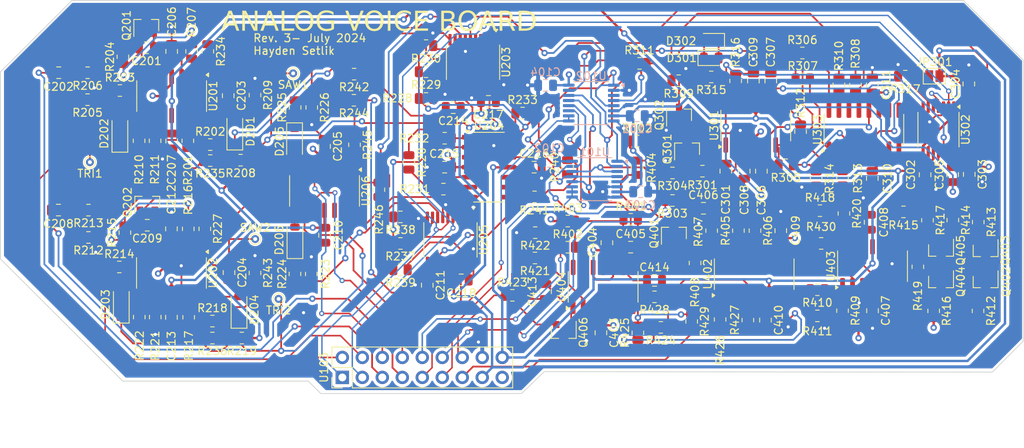
<source format=kicad_pcb>
(kicad_pcb (version 20240108) (generator "pcbnew") (generator_version "8.0")
  (layers (0 "F.Cu" signal) (1 "In1.Cu" signal) (2 "In2.Cu" signal) (31 "B.Cu" signal) (34 "B.Paste" user) (35 "F.Paste" user) (36 "B.SilkS" user "B.Silkscreen") (37 "F.SilkS" user "F.Silkscreen") (38 "B.Mask" user) (39 "F.Mask" user) (44 "Edge.Cuts" user))
  (net 0 "")
  (net 1 "Net-(Q201-E)")
  (net 2 "Net-(C201-Pad2)")
  (net 3 "CLK_1")
  (net 4 "Net-(C202-Pad2)")
  (net 5 "SAW1_FULL")
  (net 6 "Net-(U201C-+)")
  (net 7 "Net-(U202C-+)")
  (net 8 "Net-(U206A--)")
  (net 9 "GND")
  (net 10 "+12V")
  (net 11 "-12V")
  (net 12 "CLK_2")
  (net 13 "Net-(C208-Pad2)")
  (net 14 "Net-(Q202-E)")
  (net 15 "Net-(C209-Pad2)")
  (net 16 "SAW2_FULL")
  (net 17 "Net-(D205-K)")
  (net 18 "Net-(D205-A)")
  (net 19 "+3.3V")
  (net 20 "Net-(C301-Pad1)")
  (net 21 "Net-(Q301-C)")
  (net 22 "Net-(U301B--)")
  (net 23 "FILTER_OUT")
  (net 24 "Net-(U301C-+)")
  (net 25 "Net-(D301-K)")
  (net 26 "Net-(U301B-+)")
  (net 27 "HP_IN")
  (net 28 "Net-(U404C--)")
  (net 29 "Net-(Q401-E)")
  (net 30 "FOLDER_IN")
  (net 31 "Net-(C406-Pad2)")
  (net 32 "Net-(U404A--)")
  (net 33 "Net-(Q406-B)")
  (net 34 "VCA_IN")
  (net 35 "Net-(C414-Pad2)")
  (net 36 "Net-(D201-A)")
  (net 37 "Net-(D202-A)")
  (net 38 "Net-(D203-A)")
  (net 39 "Net-(D204-A)")
  (net 40 "Net-(D301-A)")
  (net 41 "SDA")
  (net 42 "SCL")
  (net 43 "FOLD_FIRST")
  (net 44 "HP_MODE")
  (net 45 "LEVEL_1_CV")
  (net 46 "LEVEL_2_CV")
  (net 47 "PWM_1_CV")
  (net 48 "PWM_2_CV")
  (net 49 "CUTOFF_CV")
  (net 50 "FOLD_CV")
  (net 51 "VCA_CV")
  (net 52 "VCA_OUT")
  (net 53 "Net-(Q201-B)")
  (net 54 "Net-(Q201-C)")
  (net 55 "Net-(Q202-B)")
  (net 56 "Net-(Q202-C)")
  (net 57 "Net-(Q301-B)")
  (net 58 "Net-(Q301-E)")
  (net 59 "Net-(Q302-C)")
  (net 60 "Net-(Q401-B)")
  (net 61 "Net-(Q401-C)")
  (net 62 "Net-(Q402-B)")
  (net 63 "Net-(Q402-E)")
  (net 64 "Net-(Q402-C)")
  (net 65 "Net-(Q403-E)")
  (net 66 "Net-(Q404-B)")
  (net 67 "Net-(Q404-E)")
  (net 68 "Net-(Q404-C)")
  (net 69 "Net-(Q405-E)")
  (net 70 "Net-(Q406-E)")
  (net 71 "Net-(Q406-C)")
  (net 72 "Net-(U201D--)")
  (net 73 "Net-(U201C--)")
  (net 74 "TRI1_FULL")
  (net 75 "Net-(U202D--)")
  (net 76 "Net-(U202C--)")
  (net 77 "TRI2_FULL")
  (net 78 "PULSE2_FULL")
  (net 79 "PULSE1_FULL")
  (net 80 "Net-(U203C-P2W)")
  (net 81 "Net-(U204C--)")
  (net 82 "Net-(U203A-P0W)")
  (net 83 "Net-(U203B-P1W)")
  (net 84 "Net-(U203D-P3W)")
  (net 85 "Net-(U204B--)")
  (net 86 "Net-(U204A--)")
  (net 87 "Net-(U205A-P0W)")
  (net 88 "Net-(U205B-P1W)")
  (net 89 "Net-(U205C-P2W)")
  (net 90 "Net-(U205D-P3W)")
  (net 91 "OSC_MIX")
  (net 92 "Net-(U303C-+)")
  (net 93 "Net-(U301C--)")
  (net 94 "Net-(R306-Pad2)")
  (net 95 "Net-(R307-Pad2)")
  (net 96 "Net-(U303A--)")
  (net 97 "Net-(U303A-+)")
  (net 98 "LP_IN")
  (net 99 "Net-(U303C--)")
  (net 100 "Net-(U402A--)")
  (net 101 "Net-(U402A-+)")
  (net 102 "Net-(R408-Pad1)")
  (net 103 "Net-(R409-Pad1)")
  (net 104 "Net-(U403A--)")
  (net 105 "Net-(U403B-+)")
  (net 106 "Net-(U403C--)")
  (net 107 "Net-(R418-Pad1)")
  (net 108 "Net-(U403D--)")
  (net 109 "FOLDER_OUT")
  (net 110 "Net-(R424-Pad1)")
  (net 111 "Net-(U404B--)")
  (net 112 "Net-(R425-Pad2)")
  (net 113 "Net-(U402C-+)")
  (net 114 "Net-(U402C--)")
  (net 117 "Net-(C211-Pad2)")
  (net 118 "Net-(C214-Pad2)")
  (net 119 "Net-(R220-Pad1)")
  (net 122 "Net-(U301D-+)")
  (net 123 "FILTER_IN")
  (net 139 "Net-(U205A-P0B)")
  (net 140 "Net-(U203A-P0B)")
  (net 141 "Net-(U201A--)")
  (net 142 "Net-(R202-Pad2)")
  (net 143 "Net-(U202A--)")
  (net 144 "Net-(R218-Pad2)")
  (net 145 "Net-(R420-Pad2)")
  (net 146 "Net-(D206-K)")
  (net 147 "Net-(D206-A)")
  (net 148 "Net-(JP301-A)")
  (net 149 "Net-(R233-Pad2)")
  (net 150 "Net-(U204D--)")
  (net 151 "Net-(R245-Pad2)")
  (footprint "Capacitor_SMD:C_0805_2012Metric" (layer "F.Cu") (at 58.547 35.4681 180)
    (property "Reference" "C218")
    (property "Value" "100n")
  )
  (footprint "Resistor_SMD:R_0805_2012Metric" (layer "F.Cu") (at 11.0471 12.5476 180)
    (property "Reference" "R205")
    (property "Value" "47k")
  )
  (footprint "Resistor_SMD:R_0805_2012Metric" (layer "F.Cu") (at 106.553 10.6538 -90)
    (property "Reference" "R310")
    (property "Value" "470")
  )
  (footprint "Capacitor_SMD:C_0805_2012Metric" (layer "F.Cu") (at 41.1734 29.7942 90)
    (property "Reference" "C210")
    (property "Value" "100n")
  )
  (footprint "Capacitor_SMD:C_0805_2012Metric" (layer "F.Cu") (at 21.717 28.9814 -90)
    (property "Reference" "C212")
    (property "Value" "100n")
  )
  (footprint "Diode_SMD:D_SOD-123" (layer "F.Cu") (at 15.1638 16.8656 90)
    (property "Reference" "D202")
    (property "Value" "1N4148")
  )
  (footprint "Capacitor_SMD:C_0805_2012Metric" (layer "F.Cu") (at 97.2146 40.5892 -90)
    (property "Reference" "C410")
    (property "Value" "100n")
  )
  (footprint "Package_SO:SOIC-16_3.9x9.9mm_P1.27mm" (layer "F.Cu") (at 109.728 16.3576 90)
    (property "Reference" "U303")
    (property "Value" "LM13700")
  )
  (footprint "Package_SO:TSSOP-20_4.4x6.5mm_P0.65mm" (layer "F.Cu") (at 57.1754 30.3881 -90)
    (property "Reference" "U205")
    (property "Value" "MCP4451-104E-ST")
  )
  (footprint "Capacitor_SMD:C_0805_2012Metric" (layer "F.Cu") (at 18.542 5.9436 180)
    (property "Reference" "C201")
    (property "Value" "1n")
  )
  (footprint "Resistor_SMD:R_0805_2012Metric" (layer "F.Cu") (at 15.5448 7.0866 90)
    (property "Reference" "R204")
    (property "Value" "470")
  )
  (footprint "TestPoint:TestPoint_THTPad_D1.0mm_Drill0.5mm" (layer "F.Cu") (at 37.1856 9.1948 180)
    (property "Reference" "SAW1")
    (property "Value" "SAW1_DC")
  )
  (footprint "Resistor_SMD:R_0805_2012Metric" (layer "F.Cu") (at 103.6574 22.5806 90)
    (property "Reference" "R314")
    (property "Value" "470")
  )
  (footprint "Resistor_SMD:R_0805_2012Metric" (layer "F.Cu") (at 32.3342 34.5948 -90)
    (property "Reference" "R243")
    (property "Value" "10k")
  )
  (footprint "Resistor_SMD:R_0805_2012Metric" (layer "F.Cu") (at 26.3398 6.4008 -90)
    (property "Reference" "R234")
    (property "Value" "33k")
  )
  (footprint "Resistor_SMD:R_0805_2012Metric" (layer "F.Cu") (at 117.8052 27.8892 -90)
    (property "Reference" "R417")
    (property "Value" "22k")
  )
  (footprint "Capacitor_SMD:C_0805_2012Metric" (layer "F.Cu") (at 21.7424 17.8054 90)
    (property "Reference" "C207")
    (property "Value" "100n")
  )
  (footprint "Capacitor_SMD:C_0805_2012Metric" (layer "F.Cu") (at 29.0322 34.544 -90)
    (property "Reference" "C204")
    (property "Value" "1u")
  )
  (footprint "TestPoint:TestPoint_THTPad_D1.0mm_Drill0.5mm" (layer "F.Cu") (at 11.3538 20.4978 180)
    (property "Reference" "TRI1")
    (property "Value" "SAW1_DC")
  )
  (footprint "Resistor_SMD:R_0805_2012Metric" (layer "F.Cu") (at 19.6596 40.2082 90)
    (property "Reference" "R221")
    (property "Value" "10k")
  )
  (footprint "Resistor_SMD:R_0805_2012Metric" (layer "F.Cu") (at 15.1638 11.3792)
    (property "Reference" "R203")
    (property "Value" "100k")
  )
  (footprint "Resistor_SMD:R_0805_2012Metric" (layer "F.Cu") (at 104.14 26.67)
    (property "Reference" "R418")
    (property "Value" "100k")
  )
  (footprint "PCM_4ms_Package_SOT:SOT-23" (layer "F.Cu") (at 85.5726 29.5402 90)
    (property "Reference" "Q401")
    (property "Value" "BC857")
  )
  (footprint "PCM_4ms_Package_SOT:SOT-23" (layer "F.Cu") (at 18.5166 3.0988 90)
    (property "Reference" "Q201")
    (property "Value" "BC857")
  )
  (footprint "Resistor_SMD:R_0805_2012Metric" (layer "F.Cu") (at 17.6022 17.78 90)
    (property "Reference" "R210")
    (property "Value" "10k")
  )
  (footprint "TestPoint:TestPoint_THTPad_D1.0mm_Drill0.5mm" (layer "F.Cu") (at 35.3314 37.8968 180)
    (property "Reference" "TRI2")
    (property "Value" "SAW1_DC")
  )
  (footprint "Resistor_SMD:R_0805_2012Metric" (layer "F.Cu") (at 67.8688 24.9174 180)
    (property "Reference" "R241")
    (property "Value" "100k")
  )
  (footprint "Capacitor_SMD:C_0805_2012Metric" (layer "F.Cu") (at 77.0636 30.749201 90)
    (property "Reference" "C404")
    (property "Value" "100n")
  )
  (footprint "Capacitor_SMD:C_0805_2012Metric" (layer "F.Cu") (at 80.0862 31.308001)
    (property "Reference" "C405")
    (property "Value" "1n")
  )
  (footprint "Resistor_SMD:R_0805_2012Metric" (layer "F.Cu") (at 50.826 34.1904 180)
    (property "Reference" "R239")
    (property "Value" "100k")
  )
  (footprint "Resistor_SMD:R_0805_2012Metric" (layer "F.Cu") (at 103.8098 40.0558)
    (property "Reference" "R411")
    (property "Value" "5k6")
  )
  (footprint "Resistor_SMD:R_0805_2012Metric" (layer "F.Cu") (at 67.945 29.464 180)
    (property "Reference" "R422")
    (property "Value" "1k")
  )
  (footprint "Resistor_SMD:R_0805_2012Metric" (layer "F.Cu") (at 87.8332 40.767 -90)
    (property "Reference" "R429")
    (property "Value" "1k")
  )
  (footprint "Resistor_SMD:R_0805_2012Metric" (layer "F.Cu") (at 81.0006 42.204601 90)
    (property "Reference" "R425")
    (property "Value" "33k")
  )
  (footprint "Resistor_SMD:R_0805_2012Metric" (layer "F.Cu") (at 80.899 21.209 90)
    (property "Reference" "R404")
    (property "Value" "1k")
  )
  (footprint "Capacitor_SMD:C_0805_2012Metric" (layer "F.Cu") (at 18.6436 28.5242 180)
    (property "Reference" "C209")
    (property "Value" "1n")
  )
  (footprint "Resistor_SMD:R_0805_2012Metric" (layer "F.Cu") (at 116.586 33.8074 90)
    (property "Reference" "R419")
    (property "Value" "10k")
  )
  (footprint "Resistor_SMD:R_0805_2012Metric" (layer "F.Cu") (at 23.7998 17.78 -90)
    (property "Reference" "R201")
    (property "Value" "10k")
  )
  (footprint "PCM_4ms_Package_SOT:SOT-23" (layer "F.Cu") (at 86.233 14.5057 90)
    (property "Reference" "Q302")
    (property "Value" "BC857")
  )
  (footprint "Diode_SMD:D_SOD-123" (layer "F.Cu") (at 30.3022 39.2684 90)
    (property "Reference" "D204")
    (property "Value" "1N4148")
  )
  (footprint "Capacitor_SMD:C_0805_2012Metric" (layer "F.Cu") (at 123.1138 22.0472 -90)
    (property "Reference" "C303")
    (property "Value" "100n")
  )
  (footprint "Capacitor_SMD:C_0805_2012Metric" (layer "F.Cu") (at 89.3318 26.3652)
    (property "Reference" "C406")
    (property "Value" "470n")
  )
  (footprint "Resistor_SMD:R_0805_2012Metric" (layer "F.Cu") (at 26.6446 20.2946 180)
    (property "Reference" "R235")
    (property "Value" "10k")
  )
  (footprint "Package_SO:TSSOP-20_4.4x6.5mm_P0.65mm" (layer "F.Cu") (at 60.0456 7.7821 -90)
    (property "Reference" "U203")
    (property "Value" "MCP4451-104E-ST")
  )
  (footprint "PCM_4ms_Package_SOT:SOT-23" (layer "F.Cu") (at 125.1966 31.75 -90)
    (property "Reference" "Q403")
    (property "Value" "BC847")
  )
  (footprint "Resistor_SMD:R_0805_2012Metric" (layer "F.Cu") (at 26.924 40.7162)
    (property "Reference" "R218")
    (property "Value" "10k")
  )
  (footprint "Resistor_SMD:R_0805_2012Metric" (layer "F.Cu") (at 83.1088 37.632601 180)
    (property "Reference" "R428")
    (property "Value" "100k")
  )
  (footprint "Resistor_SMD:R_0805_2012Metric" (layer "F.Cu") (at 44.9834 18.288 -90)
    (property "Reference" "R245")
    (property "Value" "56k")
  )
  (footprint "Capacitor_SMD:C_0805_2012Metric" (layer "F.Cu") (at 7.3895 9.1186)
    (property "Reference" "C202")
    (property "Value" "1n")
  )
  (footprint "Connector_PinHeader_2.54mm:PinHeader_2x09_P2.54mm_Vertical" (layer "F.Cu") (at 43.4375 47.8875 90)
    (property "Reference" "U103")
    (property "Value" "VoiceBoardConn_18P_254P")
  )
  (footprint "Capacitor_SMD:C_0805_2012Metric" (layer "F.Cu") (at 21.717 40.2336 90)
    (property "Reference" "C213")
    (property "Value" "100n")
  )
  (footprint "Package_SO:SOIC-14_3.9x8.7mm_P1.27mm" (layer "F.Cu") (at 21.7411 12.0904 -90)
    (property "Reference" "U201")
    (property "Value" "TL074")
  )
  (footprint "LED_SMD:LED_0805_2012Metric" (layer "F.Cu") (at 90.3224 7.239)
    (property "Reference" "D301")
    (property "Value" "LED")
  )
  (footprint "Diode_SMD:D_SOD-123" (layer "F.Cu") (at 37.3621 17.8562 -90)
    (property "Reference" "D205")
    (property "Value" "1N4148")
  )
  (footprint "Capacitor_SMD:C_0805_2012Metric" (layer "F.Cu") (at 110.8202 39.3954 -90)
    (property "Reference" "C407")
    (property "Value" "100n")
  )
  (footprint "Resistor_SMD:R_0805_2012Metric" (layer "F.Cu") (at 66.3448 14.2494 180)
    (property "Reference" "R233")
    (property "Value" "33k")
  )
  (footprint "Capacitor_SMD:C_0805_2012Metric" (layer "F.Cu") (at 96.6978 21.6408 -90)
    (property "Reference" "C306")
    (property "Value" "1n")
  )
  (footprint "Capacitor_SMD:C_0805_2012Metric" (layer "F.Cu") (at 94.5134 21.6408 -90)
    (property "Reference" "C308")
    (property "Value" "100n")
  )
  (footprint "Resistor_SMD:R_0805_2012Metric" (layer "F.Cu") (at 95.885 29.21 -90)
    (property "Reference" "R406")
    (property "Value" "680")
  )
  (footprint "PCM_4ms_Package_SOT:SOT-23" (layer "F.Cu") (at 71.5772 42.153801 -90)
    (property "Reference" "Q406")
    (property "Value" "BC857")
  )
  (footprint "Capacitor_SMD:C_0805_2012Metric" (layer "F.Cu") (at 97.8916 10.16 90)
    (property "Reference" "C307")
    (property "Value" "1n")
  )
  (footprint "Resistor_SMD:R_0805_2012Metric" (layer "F.Cu") (at 26.6446 18.2626)
    (property "Reference" "R202")
    (property "Value" "10k")
  )
  (footprint "LED_SMD:LED_0805_2012Metric" (layer "F.Cu") (at 90.3224 5.08 180)
    (property "Reference" "D302")
    (property "Value" "LED")
  )
  (footprint "Resistor_SMD:R_0805_2012Metric" (layer "F.Cu") (at 24.2824 6.4008 90)
    (property "Reference" "R207")
    (property "Value" "100k")
  )
  (footprint "Capacitor_SMD:C_0805_2012Metric" (layer "F.Cu") (at 69.2658 36.957 90)
    (property "Reference" "C413")
    (property "Value" "1n")
  )
  (footprint "Resistor_SMD:R_0805_2012Metric" (layer "F.Cu") (at 48.0822 24.003 -90)
    (property "Reference" "R246")
    (property "Value" "470")
  )
  (footprint "Resistor_SMD:R_0805_2012Metric" (layer "F.Cu") (at 107.0102 22.5552 90)
    (property "Reference" "R313")
    (property "Value" "470")
  )
  (footprint "Resistor_SMD:R_0805_2012Metric" (layer "F.Cu") (at 93.4212 10.16 -90)
    (property "Reference" "R316")
    (property "Value" "1k8")
  )
  (footprint "Capacitor_SMD:C_0805_2012Metric" (layer "F.Cu") (at 21.7424 6.4008 -90)
    (property "Reference" "C206")
    (property "Value" "100n")
  )
  (footprint "Resistor_SMD:R_0805_2012Metric" (layer "F.Cu") (at 89.2048 21.6408)
    (property "Reference" "R301")
    (property "Value" "4k7")
  )
  (footprint "Resistor_SMD:R_0805_2012Metric" (layer "F.Cu") (at 56.4388 17.4498)
    (property "Reference" "R232")
    (property "Value" "33k")
  )
  (footprint "Resistor_SMD:R_0805_2012Metric" (layer "F.Cu") (at 72.0598 21.1328 90)
    (property "Reference" "R240")
    (property "Value" "100k")
  )
  (footprint "Resistor_SMD:R_0805_2012Metric" (layer "F.Cu") (at 51.8922 20.5232 -90)
    (property "Reference" "R220")
    (property "Value" "100k")
  )
  (footprint "Resistor_SMD:R_0805_2012Metric" (layer "F.Cu") (at 72.0852 31.3182)
    (property "Reference" "R402")
    (property "Value" "92k")
  )
  (footprint "Diode_SMD:D_SOD-123" (layer "F.Cu") (at 29.7688 16.5862 90)
    (property "Reference" "D201")
    (property "Value" "1N4148")
  )
  (footprint "Resistor_SMD:R_0805_2012Metric" (layer "F.Cu") (at 44.9326 9.2964 180)
    (property "Reference" "R242")
    (property "Value" "10k")
  )
  (footprint "Resistor_SMD:R_0805_2012Metric" (layer "F.Cu") (at 54.0747 5.664201 180)
    (property "Reference" "R230")
    (property "Value" "100k")
  )
  (footprint "Resistor_SMD:R_0805_2012Metric" (layer "F.Cu") (at 30.5054 20.2438 180)
    (property "Reference" "R208")
    (property "Value" "10k")
  )
  (footprint "Resistor_SMD:R_0805_2012Metric" (layer "F.Cu") (at 26.924 42.8752 180)
    (property "Reference" "R236")
    (property "Value" "10k")
  )
  (footprint "PCM_4ms_Package_SOT:SOT-23" (layer "F.Cu") (at 18.6436 25.6032 90)
    (property "Reference" "Q202")
    (property "Value" "BC857")
  )
  (footprint "Resistor_SMD:R_0805_2012Metric" (layer "F.Cu") (at 93.7768 29.21 -90)
    (property "Reference" "R405")
    (property "Value" "100k")
  )
  (footprint "Resistor_SMD:R_0805_2012Metric" (layer "F.Cu") (at 11.1658 30.0736 180)
    (property "Reference" "R212")
    (property "Value" "47k")
  )
  (footprint "Package_SO:TSSOP-14_4.4x5mm_P0.65mm" (layer "F.Cu") (at 119.2022 16.3576 -90)
    (property "Reference" "U302")
    (property "Value" "MCP45HV51-ST")
  )
  (footprint "Jumper:SolderJumper-2_P1.3mm_Open_Pad1.0x1.5mm" (layer "F.Cu") (at 118.6739 9.5524)
    (property "Reference" "JP301")
    (property "Value" "LATCH")
  )
  (footprint "Resistor_SMD:R_0805_2012Metric" (layer "F.Cu") (at 25.9588 28.9814 -90)
    (property "Reference" "R227")
    (property "Value" "33k")
  )
  (footprint "Resistor_SMD:R_0805_2012Metric" (layer "F.Cu") (at 80.0862 27.7622)
    (property "Reference" "R401")
    (property "Value" "6k8")
  )
  (footprint "Package_SO:SOIC-16_3.9x9.9mm_P1.27mm" (layer "F.Cu") (at 95.7834 34.7472 90)
    (property "Reference" "U402")
    (property "Value" "LM13700")
  )
  (footprint "TestPoint:TestPoint_THTPad_D1.0mm_Drill0.5mm" (layer "F.Cu") (at 32.3596 30.2768)
    (property "Reference" "SAW2")
    (property "Value" "SAW2_DC")
  )
  (footprint "Capacitor_SMD:C_0805_2012Metric" (layer "F.Cu") (at 95.6818 10.16 90)
    (property "Reference" "C309")
    (property "Value" "100n")
  )
  (footprint "PCM_4ms_Package_SOT:SOT-23" (layer "F.Cu") (at 119.5324 35.7124 -90)
    (property "Reference" "Q404")
    (property "Value" "BC857")
  )
  (footprint "Capacitor_SMD:C_0805_2012Metric" (layer "F.Cu") (at 99.1616 29.21 90)
    (property "Reference" "C409")
    (property "Value" "100n")
  )
  (footprint "PCM_4ms_Package_SOT:SOT-23" (layer "F.Cu") (at 125.1966 35.7124 -90)
    (property "Reference" "Q402")
    (property "Value" "BC857")
  )
  (footprint "Resistor_SMD:R_0805_2012Metric" (layer "F.Cu") (at 107.0102 39.3954 -90)
    (property "Reference" "R409")
    (property "Value" "47k")
  )
  (footprint "Resistor_SMD:R_0805_2012Metric" (layer "F.Cu") (at 124.2314 39.4208 -90)
    (property "Reference" "R412")
    (property "Value" "22k")
  )
  (footprint "Resistor_SMD:R_0805_2012Metric" (layer "F.Cu") (at 11.0628 9.119201 180)
    (property "Reference" "R206")
    (property "Value" "1k")
  )
  (footprint "Resistor_SMD:R_0805_2012Metric" (layer "F.Cu") (at 101.6762 16.6116 90)
    (property "Reference" "R312")
    (property "Value" "10k")
  )
  (footprint "Resistor_SMD:R_0805_2012Metric" (layer "F.Cu") (at 101.9537 9.906)
    (property "Reference" "R307")
    (property "Value" "10k")
  )
  (footprint "Resistor_SMD:R_0805_2012Metric" (layer "F.Cu") (at 90.3732 29.21 -90)
    (property "Reference" "R407")
    (property "Value" "680")
  )
  (footprint "Resistor_SMD:R_0805_2012Metric" (layer "F.Cu") (at 104.2924 30.8356 180)
    (property "Reference" "R430")
    (property "Value" "33k")
  )
  (footprint "Resistor_SMD:R_0805_2012Metric" (layer "F.Cu") (at 37.4129 34.7218 -90)
    (property "Reference" "R224")
    (property "Value" "100k")
  )
  (footprint "Resistor_SMD:R_0805_2012Metric" (layer "F.Cu") (at 23.8506 28.9814 90)
    (property "Reference" "R216")
    (property "Value" "100k")
  )
  (footprint "Resistor_SMD:R_0805_2012Metric" (layer "F.Cu") (at 15.7988 29.464 90)
    (property "Reference" "R215")
    (property "Value" "470")
  )
  (footprint "Resistor_SMD:R_0805_2012Metric" (layer "F.Cu") (at 85.3948 21.8694 180)
    (property "Reference" "R304")
    (property "Value" "1k8")
  )
  (footprint "Capacitor_SMD:C_0805_2012Metric" (layer "F.Cu") (at 54.2296 36.1462 -90)
    (property "Reference" "C211")
    (property "Value" "1u")
  )
  (footprint "Resistor_SMD:R_0805_2012Metric" (layer "F.Cu") (at 114.9858 9.5504 180)
    (property "Reference" "R317")
    (property "Value" "10k")
  )
  (footprint "Resistor_SMD:R_0805_2012Metric" (layer "F.Cu") (at 107.188 27.0256 -90)
    (property "Reference" "R420")
    (property "Value" "1k")
  )
  (footprint "Resistor_SMD:R_0805_2012Metric" (layer "F.Cu") (at 54.0747 8.9916 180)
    (property "Reference" "R229")
    (property "Value" "100k")
  )
  (footprint "Capacitor_SMD:C_0805_2012Metric" (layer "F.Cu") (at 62.0014 12.7605 180)
    (property "Reference" "C217")
    (property "Value" "100n")
  )
  (footprint "Capacitor_SMD:C_0805_2012Metric" (layer "F.Cu") (at 56.4388 21.1315)
    (property "Reference" "C215")
    (property "Value" "100n")
  )
  (footprint "Capacitor_SMD:C_0805_2012Metric" (layer "F.Cu") (at 110.7948 10.6792 90)
    (property "Reference" "C311")
    (property "Value" "100n")
  )
  (footprint "Capacitor_SMD:C_0805_2012Metric" (layer "F.Cu") (at 83.1147 35.544201)
    (property "Reference" "C414")
    (property "Value" "470n")
  )
  (footprint "Capacitor_SMD:C_0805_2012Metric" (layer "F.Cu") (at 67.818 21.1315 180)
    (property "Reference" "C216")
    (property "Value" "100n")
  )
  (footprint "Capacitor_SMD:C_0805_2012Metric" (layer "F.Cu") (at 123.063 10.541 90)
    (property "Reference" "C304")
    (property "Value" "100n")
  )
  (footprint "Resistor_SMD:R_0805_2012Metric" (layer "F.Cu") (at 90.3224 9.652 180)
    (property "Reference" "R315")
    (property "Value" "10k")
  )
  (footprint "Package_SO:SOIC-14_3.9x8.7mm_P1.27mm" (layer "F.Cu") (at 110.8215 33.7312 90)
    (property "Reference" "U403")
    (property "Value" "TL074")
  )
  (footprint "Resistor_SMD:R_0805_2012Metric" (layer "F.Cu") (at 30.6578 42.8752 180)
    (property "Reference" "R219")
    (property "Value" "10k")
  )
  (footprint "Capacitor_SMD:C_0805_2012Metric" (layer "F.Cu") (at 57.531 13.5636 180)
    (property "Reference" "C214")
    (property "Value" "1u")
  )
  (footprint "Resistor_SMD:R_0805_2012Metric" (layer "F.Cu") (at 37.4347 13.5382 90)
    (property "Reference" "R225")
    (property "Value" "92k")
  )
  (footprint "Resistor_SMD:R_0805_2012Metric" (layer "F.Cu") (at 85.3948 25.3746 180)
    (property "Reference" "R303")
    (property "Value" "100k")
  )
  (footprint "Resistor_SMD:R_0805_2012Metric" (layer "F.Cu") (at 17.6276 40.2082 90)
    (property "Reference" "R222")
    (property "Value" "10k")
  )
  (footprint "Resistor_SMD:R_0805_2012Metric" (layer "F.Cu") (at 32.3342 11.9634 -90)
    (property "Reference" "R209")
    (property "Value" "10k")
  )
  (footprint "Resistor_SMD:R_0805_2012Metric" (layer "F.Cu") (at 103.8098 36.7284 180)
    (property "Reference" "R410")
    (property "Value" "47k")
  )
  (footprint "Capacitor_SMD:C_0805_2012Metric" (layer "F.Cu") (at 28.9306 12.0396 -90)
    (property "Reference" "C203")
    (property "Value" "1u")
  )
  (footprint "Resistor_SMD:R_0805_2012Metric" (layer "F.Cu") (at 56.2864 23.9268)
    (property "Reference" "R231")
    (property "Value" "100k")
  )
  (footprint "Resistor_SMD:R_0805_2012Metric" (layer "F.Cu") (at 50.826 30.8376 180)
    (property "Reference" "R237")
    (property "Value" "100k")
  )
  (footprint "Resistor_SMD:R_0805_2012Metric" (layer "F.Cu") (at 19.6342 17.78 90)
    (property "Reference" "R211")
    (property "Value" "10k")
  )
  (footprint "Resistor_SMD:R_0805_2012Metric" (layer "F.Cu") (at 80.9244 17.8054)
    (property "Reference" "R302")
    (property "Value" "470k")
  )
  (footprint "Resistor_SMD:R_0805_2012Metric" (layer "F.Cu") (at 88.265 33.3248 90)
    (property "Reference" "R408")
    (property "Value" "4k7")
  )
  (footprint "Resistor_SMD:R_0805_2012Metric" (layer "F.Cu") (at 99.7966 20.828 180)
    (property "Reference" "R305")
    (property "Value" "10k")
  )
  (footprint "Resistor_SMD:R_0805_2012Metric" (layer "F.Cu") (at 44.9072 12.6238 180)
    (property "Reference" "R244")
    (property "Value" "10k")
  )
  (footprint "Package_SO:SOIC-14_3.9x8.7mm_P1.27mm" (layer "F.Cu") (at 41.1721 24.1554 -90)
    (property "Reference" "U206")
    (property "Value" "TL074")
  )
  (footprint "Diode_SMD:D_SOD-123" (layer "F.Cu") (at 37.4129 30.4038 90)
    (property "Reference" "D206")
    (property "Value" "1N4148")
  )
  (footprint "PCM_4ms_Package_SOT:SOT-23" (layer "F.Cu") (at 87.249 18.8214 90)
    (property "Reference" "Q301")
    (property "Value" "BC857")
  )
  (footprint "Capacitor_SMD:C_0805_2012Metric" (layer "F.Cu") (at 110.7948 22.5552 -90)
    (property "Reference" "C310")
    (property "Value" "100n")
  )
  (footprint "Resistor_SMD:R_0805_2012Metric" (layer "F.Cu") (at 121.031 27.8638 -90)
    (property "Reference" "R414")
    (property "Value" "10k")
  )
  (footprint "Resistor_SMD:R_0805_2012Metric" (layer "F.Cu") (at 118.5926 39.4208 -90)
    (property "Reference" "R416")
    (property "Value" "22k")
  )
  (footprint "PCM_4ms_Package_SOT:SOT-23" (layer "F.Cu") (at 119.5324 31.6992 -90)
    (property "Reference" "Q405")
    (property "Value" "BC847")
  )
  (footprint "Capacitor_SMD:C_0805_2012Metric" (layer "F.Cu") (at 121.0056 22.0726 90)
    (property "Reference" "C305")
    (property "Value" "470n")
  )
  (footprint "Resistor_SMD:R_0805_2012Metric" (layer "F.Cu") (at 15.0876 33.8328)
    (property "Reference" "R214")
    (property "Value" "100k")
  )
  (footprint "Resistor_SMD:R_0805_2012Metric" (layer "F.Cu") (at 50.826 27.4594 180)
    (property "Reference" "R238")
    (property "Value" "100k")
  )
  (footprint "Resistor_SMD:R_0805_2012Metric" (layer "F.Cu") (at 39.492099 34.7218 90)
    (property "Reference" "R223")
    (property "Value" "47k")
  )
  (footprint "Resistor_SMD:R_0805_2012Metric" (layer "F.Cu") (at 83.9216 41.518801 180)
    (property "Reference" "R424")
    (property "Value" "4k7")
  )
  (footprint "Resistor_SMD:R_0805_2012Metric" (layer "F.Cu") (at 94.9794 40.5892 90)
    (property "Reference" "R427")
    (property "Value" "680")
  )
  (footprint "Resistor_SMD:R_0805_2012Metric" (layer "F.Cu") (at 72.0852 27.9908)
    (property "Reference" "R403")
    (property "Value" "680k")
  )
  (footprint "Package_SO:SOIC-14_3.9x8.7mm_P1.27mm" (layer "F.Cu") (at 62.0776 21.1328)
    (property "Reference" "U204")
    (property "Value" "TL074")
  )
  (footprint "Capacitor_SMD:C_0805_2012Metric" (layer "F.Cu") (at 41.1734 18.4912 -90)
    (property "Reference" "C205")
    (property "Value" "100n")
  )
  (footprint "Capacitor_SMD:C_0805_2012Metric" (layer "F.Cu") (at 76.3016 42.204601 -90)
    (property "Reference" "C403")
    (property "Value" "100n")
  )
  (footprint "Resistor_SMD:R_0805_2012Metric" (layer "F.Cu") (at 101.9048 6.604)
    (property "Reference" "R306")
    (property "Value" "10k")
  )
  (footprint "Capacitor_SMD:C_0805_2012Metric" (layer "F.Cu") (at 92.1766 21.6408 -90)
    (property "Reference" "C301")
    (property "Value" "4n7")
  )
  (footprint "Package_SO:SOIC-14_3.9x8.7mm_P1.27mm" (layer "F.Cu") (at 95.9791 15.8384 90)
    (property "Reference" "U301")
    (property "Value" "TL074")
  )
  (footprint "Resistor_SMD:R_0805_2012Metric" (layer "F.Cu") (at 91.4488 40.513 90)
    (property "Reference" "R426")
    (property "Value" "680")
  )
  (footprint "Package_SO:SOIC-14_3.9x8.7mm_P1.27mm" (layer "F.Cu") (at 76.5823 36.362601 90)
    (property "Reference" "U404")
    (property "Value" "TL074")
  )
  (footprint "Capacitor_SMD:C_0805_2012Metric" (layer "F.Cu") (at 7.3558 26.5938)
    (property "Reference" "C208")
    (property "Value" "1n")
  )
  (footprint "Capacitor_SMD:C_0805_2012Metric" (layer "F.Cu") (at 117.5004 22.098 -90)
    (property "Reference" "C302")
    (property "Value" "100n")
  )
  (footprint "Resistor_SMD:R_0805_2012Metric" (layer "F.Cu") (at 23.9014 40.2336 90)
    (property "Reference" "R217")
    (property "Value" "10k")
  )
  (footprint "Capacitor_SMD:C_0805_2012Metric" (layer "F.Cu") (at 110.5154 28.1432 90)
    (property "Reference" "C408")
    (property "Value" "100n")
  )
  (footprint "Package_SO:SOIC-14_3.9x8.7mm_P1.27mm" (layer "F.Cu") (at 21.717 34.5948 -90)
    (property "Reference" "U202")
    (property "Value" "TL074")
  )
  (footprint "Resistor_SMD:R_0805_2012Metric" (layer "F.Cu") (at 11.1658 26.6004 180)
    (property "Reference" "R213")
    (property "Value" "1k")
  )
  (footprint "Resistor_SMD:R_0805_2012Metric" (layer "F.Cu") (at 65.0494 37.4396)
    (property "Reference" "R423")
    (property "Value" "100k")
  )
  (footprint "Resistor_SMD:R_0805_2012Metric" (layer "F.Cu") (at 54.0747 12.395201 180)
    (property "Reference" "R228")
    (property "Value" "100k")
  )
  (footprint "Resistor_SMD:R_0805_2012Metric" (layer "F.Cu") (at 67.9196 32.6898 180)
    (property "Reference" "R421")
    (property "Value" "12k")
  )
  (footprint "Resistor_SMD:R_0805_2012Metric" (layer "F.Cu") (at 114.7572 26.8224 180)
    (property "Reference" "R415")
    (property "Value" "18k")
  )
  (footprint "Resistor_SMD:R_0805_2012Metric" (layer "F.Cu") (at 39.5465 13.5382 -90)
    (property "Reference" "R226")
    (property "Value" "100k")
  )
  (footprint "Resistor_SMD:R_0805_2012Metric" (layer "F.Cu") (at 108.6612 10.6792 90)
    (property "Reference" "R308")
    (property "Value" "10k")
  )
  (footprint "Resistor_SMD:R_0805_2012Metric" (layer "F.Cu") (at 81.2038 7.9248)
    (property "Reference" "R311")
    (property "Value" "10k")
  )
  (footprint "Diode_SMD:D_SOD-123" (layer "F.Cu") (at 15.3416 38.608 90)
    (property "Reference" "D203")
    (property "Value" "1N4148")
  )
  (footprint "Resistor_SMD:R_0805_2012Metric" (layer "F.Cu") (at 124.2568 28.1178 -90)
    (property "Reference" "R413")
    (property "Value" "22k")
  )
  (footprint "Resistor_SMD:R_0805_2012Metric" (layer "F.Cu") (at 86.1822 10.1346 180)
    (property "Reference" "R309")
    (property "Value" "470")
  )
  (footprint "Package_SO:TSSOP-16_4.4x5mm_P0.65mm" (layer "B.Cu") (at 75.0727 12.9794 180)
    (property "Reference" "U102")
    (property "Value" "TMUX4053")
  )
  (footprint "Capacitor_SMD:C_0805_2012Metric" (layer "B.Cu") (at 80.9244 14.605)
    (property "Reference" "C101")
    (property "Value" "100n")
  )
  (footprint "Capacitor_SMD:C_0805_2012Metric" (layer "B.Cu") (at 69.7738 20.3962 180)
    (property "Reference" "C102")
    (property "Value" "100n")
  )
  (footprint "Capacitor_SMD:C_0805_2012Metric" (layer "B.Cu") (at 69.2658 10.7188 180)
    (property "Reference" "C104")
    (property "Value" "100n")
  )
  (footprint "Capacitor_SMD:C_0805_2012Metric" (layer "B.Cu") (at 81.3562 24.257)
    (property "Reference" "C103")
    (property "Value" "100n")
  )
  (footprint "Package_SO:TSSOP-16_4.4x5mm_P0.65mm" (layer "B.Cu") (at 75.500362 22.6568 180)
    (property "Reference" "U101")
    (property "Value" "TMUX4053")
  )
  (gr_poly (pts (xy 66.2125 49.9375) (xy 68.159215 48.070595) (xy 69.091476 47.154449) (xy 126.046077 47.210829) (xy 129.9625 43.2816) (xy 129.9625 7.5125) (xy 122.3625 -0.0875) (xy 9.0701 -0.0875) (xy -0.0125 8.9951) (xy -0.0125 32.8125) (xy 15.5341 48.3591) (xy 39.1091 48.3591) (xy 40.6875 49.9375)) (stroke (width 0.1)) (fill none) (layer "Edge.Cuts"))
  (gr_text "ANALOG VOICE BOARD" (at 27.9794 4.1988 0) (layer "F.SilkS") (effects (font (size 2.5 2.5)) (justify left bottom)))
  (gr_text "Rev. 3- July 2024\nHayden Setlik" (at 32.0294 6.9088 0) (layer "F.SilkS") (effects (font (size 1 1)) (justify left bottom)))
  (segment (start 18.412299 11.3792) (end 19.2011 10.590399) (width 0.22) (layer "F.Cu") (net 1))
  (segment (start 16.0763 11.3792) (end 18.412299 11.3792) (width 0.22) (layer "F.Cu") (net 1))
  (segment (start 19.2011 10.590399) (end 19.2011 9.6154) (width 0.22) (layer "F.Cu") (net 1))
  (segment (start 19.2011 9.6154) (end 19.2011 6.234499) (width 0.22) (layer "F.Cu") (net 1))
  (segment (start 19.4666 5.918201) (end 19.491999 5.9436) (width 0.22) (layer "F.Cu") (net 1))
  (segment (start 19.2011 6.234499) (end 19.491999 5.9436) (width 0.22) (layer "F.Cu") (net 1))
  (segment (start 19.4666 4.0988) (end 19.4666 5.918201) (width 0.22) (layer "F.Cu") (net 1))
  (segment (start 24.2824 5.4883) (end 24.2824 3.7846) (width 0.22) (layer "F.Cu") (net 2))
  (segment (start 24.2824 3.7846) (end 24.3078 3.7592) (width 0.22) (layer "F.Cu") (net 2))
  (segment (start 15.621 9.4234) (end 15.621 8.0753) (width 0.22) (layer "F.Cu") (net 2))
  (segment (start 16.2448 7.9991) (end 17.592001 6.651899) (width 0.22) (layer "F.Cu") (net 2))
  (segment (start 17.9311 6.282699) (end 17.592001 5.9436) (width 0.22) (layer "F.Cu") (net 2))
  (segment (start 17.9311 9.6154) (end 17.9311 6.282699) (width 0.22) (layer "F.Cu") (net 2))
  (segment (start 15.621 8.0753) (end 15.5448 7.9991) (width 0.22) (layer "F.Cu") (net 2))
  (segment (start 17.592001 6.651899) (end 17.592001 5.9436) (width 0.22) (layer "F.Cu") (net 2))
  (segment (start 15.5448 7.9991) (end 16.2448 7.9991) (width 0.22) (layer "F.Cu") (net 2))
  (via (at 24.3078 3.7592) (size 0.8) (drill 0.4) (layers "F.Cu" "B.Cu") (net 2))
  (via (at 15.621 9.4234) (size 0.8) (drill 0.4) (layers "F.Cu" "B.Cu") (net 2))
  (segment (start 24.3078 3.7592) (end 23.4442 4.6228) (width 0.22) (layer "B.Cu") (net 2))
  (segment (start 23.4442 4.6228) (end 19.7612 4.6228) (width 0.22) (layer "B.Cu") (net 2))
  (segment (start 15.621 8.763) (end 15.621 9.4234) (width 0.22) (layer "B.Cu") (net 2))
  (segment (start 19.7612 4.6228) (end 15.621 8.763) (width 0.22) (layer "B.Cu") (net 2))
  (segment (start 47.2186 46.5886) (end 47.2186 44.323) (width 0.22) (layer "F.Cu") (net 3))
  (segment (start 47.2186 44.323) (end 44.2976 41.402) (width 0.22) (layer "F.Cu") (net 3))
  (segment (start 44.2976 41.402) (end 37.3888 41.402) (width 0.22) (layer "F.Cu") (net 3))
  (segment (start 48.5175 47.8875) (end 47.2186 46.5886) (width 0.22) (layer "F.Cu") (net 3))
  (segment (start 4.8514 9.1186) (end 6.4395 9.1186) (width 0.22) (layer "F.Cu") (net 3))
  (via (at 37.3888 41.402) (size 0.8) (drill 0.4) (layers "F.Cu" "B.Cu") (net 3))
  (via (at 4.8514 9.1186) (size 0.8) (drill 0.4) (layers "F.Cu" "B.Cu") (net 3))
  (segment (start 33.3248 45.466) (end 17.5514 45.466) (width 0.22) (layer "B.Cu") (net 3))
  (segment (start 17.5514 45.466) (end 5.5626 33.4772) (width 0.22) (layer "B.Cu") (net 3))
  (segment (start 37.3888 41.402) (end 33.3248 45.466) (width 0.22) (layer "B.Cu") (net 3))
  (segment (start 5.5626 33.4772) (end 5.5626 9.8298) (width 0.22) (layer "B.Cu") (net 3))
  (segment (start 5.5626 9.8298) (end 4.8514 9.1186) (width 0.22) (layer "B.Cu") (net 3))
  (segment (start 8.3395 9.1186) (end 10.149699 9.1186) (width 0.22) (layer "F.Cu") (net 4))
  (segment (start 10.149699 9.1186) (end 10.1503 9.119201) (width 0.22) (layer "F.Cu") (net 4))
  (segment (start 10.1346 12.5476) (end 10.1346 9.134901) (width 0.22) (layer "F.Cu") (net 4))
  (segment (start 10.1346 9.134901) (end 10.1503 9.119201) (width 0.22) (layer "F.Cu") (net 4))
  (segment (start 28.9306 7.112) (end 27.3069 5.4883) (width 0.22) (layer "F.Cu") (net 5))
  (segment (start 32.8422 7.6454) (end 28.9306 7.6454) (width 0.22) (layer "F.Cu") (net 5))
  (segment (start 62.141399 12.046612) (end 62.141399 14.567199) (width 0.22) (layer "F.Cu") (net 5))
  (segment (start 62.484 14.9098) (end 62.8904 15.3162) (width 0.22) (layer "F.Cu") (net 5))
  (segment (start 61.6706 11.575813) (end 62.141399 12.046612) (width 0.22) (layer "F.Cu") (net 5))
  (segment (start 28.9306 11.089601) (end 28.9306 7.6454) (width 0.22) (layer "F.Cu") (net 5))
  (segment (start 46.1518 15.5194) (end 45.9232 15.2908) (width 0.22) (layer "F.Cu") (net 5))
  (segment (start 38.6321 22.7597) (end 37.8714 23.5204) (width 0.22) (layer "F.Cu") (net 5))
  (segment (start 59.563 16.129) (end 58.9534 15.5194) (width 0.22) (layer "F.Cu") (net 5))
  (segment (start 28.9306 11.089601) (end 27.025301 11.089601) (width 0.22) (layer "F.Cu") (net 5))
  (segment (start 61.6706 10.6446) (end 61.6706 11.575813) (width 0.22) (layer "F.Cu") (net 5))
  (segment (start 37.1856 9.1948) (end 34.3916 9.1948) (width 0.22) (layer "F.Cu") (net 5))
  (segment (start 38.6321 21.6804) (end 38.6321 22.7597) (width 0.22) (layer "F.Cu") (net 5))
  (segment (start 58.9534 15.5194) (end 46.1518 15.5194) (width 0.22) (layer "F.Cu") (net 5))
  (segment (start 35.052 23.5204) (end 33.2994 21.7678) (width 0.22) (layer "F.Cu") (net 5))
  (segment (start 28.9306 7.6454) (end 28.9306 7.112) (width 0.22) (layer "F.Cu") (net 5))
  (segment (start 27.025301 11.089601) (end 25.5511 9.6154) (width 0.22) (layer "F.Cu") (net 5))
  (segment (start 37.8714 23.5204) (end 35.052 23.5204) (width 0.22) (layer "F.Cu") (net 5))
  (segment (start 27.3069 5.4883) (end 26.3398 5.4883) (width 0.22) (layer "F.Cu") (net 5))
  (segment (start 62.8904 15.3162) (end 62.8904 15.6464) (width 0.22) (layer "F.Cu") (net 5))
  (segment (start 34.3916 9.1948) (end 32.8422 7.6454) (width 0.22) (layer "F.Cu") (net 5))
  (segment (start 33.2994 21.7678) (end 33.2994 18.2626) (width 0.22) (layer "F.Cu") (net 5))
  (segment (start 34.3916 17.1704) (end 34.3916 9.1948) (width 0.22) (layer "F.Cu") (net 5))
  (segment (start 33.909 17.653) (end 34.3916 17.1704) (width 0.22) (layer "F.Cu") (net 5))
  (segment (start 62.141399 14.567199) (end 62.484 14.9098) (width 0.22) (layer "F.Cu") (net 5))
  (segment (start 33.2994 18.2626) (end 33.909 17.653) (width 0.22) (layer "F.Cu") (net 5))
  (via (at 59.563 16.129) (size 0.8) (drill 0.4) (layers "F.Cu" "B.Cu") (net 5))
  (via (at 62.8904 15.6464) (size 0.8) (drill 0.4) (layers "F.Cu" "B.Cu") (net 5))
  (via (at 45.9232 15.2908) (size 0.8) (drill 0.4) (layers "F.Cu" "B.Cu") (net 5))
  (via (at 33.909 17.653) (size 0.8) (drill 0.4) (layers "F.Cu" "B.Cu") (net 5))
  (segment (start 62.8142 15.7226) (end 59.9694 15.7226) (width 0.22) (layer "B.Cu") (net 5))
  (segment (start 62.8904 15.6464) (end 62.8142 15.7226) (width 0.22) (layer "B.Cu") (net 5))
  (segment (start 40.386 17.0688) (end 34.4932 17.0688) (width 0.22) (layer "B.Cu") (net 5))
  (segment (start 34.4932 17.0688) (end 33.909 17.653) (width 0.22) (layer "B.Cu") (net 5))
  (segment (start 42.164 15.2908) (end 40.386 17.0688) (width 0.22) (layer "B.Cu") (net 5))
  (segment (start 45.9232 15.2908) (end 42.164 15.2908) (width 0.22) (layer "B.Cu") (net 5))
  (segment (start 59.9694 15.7226) (end 59.563 16.129) (width 0.22) (layer "B.Cu") (net 5))
  (segment (start 20.6442 14.7385) (end 20.6442 17.2914) (width 0.22) (layer "F.Cu") (net 6))
  (segment (start 23.6711 16.7388) (end 23.6711 13.545706) (width 0.22) (layer "F.Cu") (net 6))
  (segment (start 23.001899 17.665401) (end 23.7998 16.8675) (width 0.22) (layer "F.Cu") (net 6))
  (segment (start 32.220501 12.989599) (end 32.3342 12.8759) (width 0.22) (layer "F.Cu") (net 6))
  (segment (start 23.6711 13.545706) (end 24.237406 12.9794) (width 0.22) (layer "F.Cu") (net 6))
  (segment (start 20.6442 17.2914) (end 21.018201 17.665401) (width 0.22) (layer "F.Cu") (net 6))
  (segment (start 21.018201 17.665401) (end 23.001899 17.665401) (width 0.22) (layer "F.Cu") (net 6))
  (segment (start 24.237406 12.9794) (end 24.247605 12.989599) (width 0.22) (layer "F.Cu") (net 6))
  (segment (start 20.4711 14.5654) (end 20.6442 14.7385) (width 0.22) (layer "F.Cu") (net 6))
  (segment (start 24.247605 12.989599) (end 28.9306 12.989599) (width 0.22) (layer "F.Cu") (net 6))
  (segment (start 23.7998 16.8675) (end 23.6711 16.7388) (width 0.22) (layer "F.Cu") (net 6))
  (segment (start 28.9306 12.989599) (end 32.220501 12.989599) (width 0.22) (layer "F.Cu") (net 6))
  (segment (start 23.0651 40.3098) (end 21.182312 40.3098) (width 0.22) (layer "F.Cu") (net 7))
  (segment (start 27.6352 38.9382) (end 31.0388 38.9382) (width 0.22) (layer "F.Cu") (net 7))
  (segment (start 32.3342 35.5073) (end 29.045501 35.5073) (width 0.22) (layer "F.Cu") (net 7))
  (segment (start 23.9014 41.1461) (end 24.4815 41.7262) (width 0.22) (layer "F.Cu") (net 7))
  (segment (start 20.6696 37.2924) (end 20.447 37.0698) (width 0.22) (layer "F.Cu") (net 7))
  (segment (start 26.7522 41.7262) (end 26.9494 41.529) (width 0.22) (layer "F.Cu") (net 7))
  (segment (start 20.6696 39.797088) (end 20.6696 37.2924) (width 0.22) (layer "F.Cu") (net 7))
  (segment (start 21.182312 40.3098) (end 20.6696 39.797088) (width 0.22) (layer "F.Cu") (net 7))
  (segment (start 31.0388 38.9382) (end 32.3342 37.6428) (width 0.22) (layer "F.Cu") (net 7))
  (segment (start 26.9494 39.624) (end 27.6352 38.9382) (width 0.22) (layer "F.Cu") (net 7))
  (segment (start 24.4815 41.7262) (end 26.7522 41.7262) (width 0.22) (layer "F.Cu") (net 7))
  (segment (start 26.9494 41.529) (end 26.9494 39.624) (width 0.22) (layer "F.Cu") (net 7))
  (segment (start 23.9014 41.1461) (end 23.0651 40.3098) (width 0.22) (layer "F.Cu") (net 7))
  (segment (start 32.3342 37.6428) (end 32.3342 35.5073) (width 0.22) (layer "F.Cu") (net 7))
  (segment (start 29.045501 35.5073) (end 29.0322 35.493999) (width 0.22) (layer "F.Cu") (net 7))
  (segment (start 43.7121 21.6804) (end 43.7121 18.6468) (width 0.22) (layer "F.Cu") (net 8))
  (segment (start 43.7121 18.6468) (end 44.9834 17.3755) (width 0.22) (layer "F.Cu") (net 8))
  (segment (start 44.0201 12.5984) (end 43.9947 12.6238) (width 0.22) (layer "F.Cu") (net 8))
  (segment (start 44.9834 13.7668) (end 44.9834 17.3755) (width 0.22) (layer "F.Cu") (net 8))
  (segment (start 44.0201 9.2964) (end 44.0201 12.5984) (width 0.22) (layer "F.Cu") (net 8))
  (segment (start 43.9947 12.7781) (end 44.9834 13.7668) (width 0.22) (layer "F.Cu") (net 8))
  (segment (start 43.9947 12.6238) (end 43.9947 12.7781) (width 0.22) (layer "F.Cu") (net 8))
  (segment (start 76.3016 43.1546) (end 74.4474 43.1546) (width 0.22) (layer "F.Cu") (net 9))
  (segment (start 77.8523 33.887601) (end 78.152299 33.587602) (width 0.22) (layer "F.Cu") (net 9))
  (segment (start 117.967799 23.047999) (end 118.872 23.9522) (width 0.22) (layer "F.Cu") (net 9))
  (segment (start 118.5522 14.165198) (end 118.5522 13.4951) (width 0.22) (layer "F.Cu") (net 9))
  (segment (start 75.012301 41.865301) (end 76.3016 43.1546) (width 0.22) (layer "F.Cu") (net 9))
  (segment (start 103.6828 23.4677) (end 103.6574 23.4931) (width 0.22) (layer "F.Cu") (net 9))
  (segment (start 75.840651 37.334251) (end 75.3123 37.862602) (width 0.22) (layer "F.Cu") (net 9))
  (segment (start 56.2004 27.5256) (end 56.2004 26.2734) (width 0.22) (layer "F.Cu") (net 9))
  (segment (start 53.2464 27.5256) (end 53.1114 27.6606) (width 0.22) (layer "F.Cu") (net 9))
  (segment (start 76.294102 36.8808) (end 77.089 36.8808) (width 0.22) (layer "F.Cu") (net 9))
  (segment (start 114.0733 9.5504) (end 114.0733 8.0791) (width 0.22) (layer "F.Cu") (net 9))
  (segment (start 62.9706 4.9196) (end 62.9706 10.6446) (width 0.22) (layer "F.Cu") (net 9))
  (segment (start 22.987 33.7058) (end 22.9616 33.6804) (width 0.22) (layer "F.Cu") (net 9))
  (segment (start 62.9706 12.741299) (end 62.951399 12.7605) (width 0.22) (layer "F.Cu") (net 9))
  (segment (start 60.1004 34.864699) (end 59.496999 35.4681) (width 0.22) (layer "F.Cu") (net 9))
  (segment (start 119.2022 18.288) (end 119.2022 19.2201) (width 0.22) (layer "F.Cu") (net 9))
  (segment (start 39.492099 32.542301) (end 39.497 32.5374) (width 0.22) (layer "F.Cu") (net 9))
  (segment (start 75.747802 29.799202) (end 75.5904 29.6418) (width 0.22) (layer "F.Cu") (net 9))
  (segment (start 55.488801 21.1315) (end 54.2303 21.1315) (width 0.22) (layer "F.Cu") (net 9))
  (segment (start 59.0706 6.391) (end 59.0804 6.4008) (width 0.22) (layer "F.Cu") (net 9))
  (segment (start 119.542199 14.5426) (end 118.929602 14.5426) (width 0.22) (layer "F.Cu") (net 9))
  (segment (start 52.705 34.796) (end 52.705 36.1188) (width 0.22) (layer "F.Cu") (net 9))
  (segment (start 23.0111 6.719501) (end 21.7424 5.450801) (width 0.22) (layer "F.Cu") (net 9))
  (segment (start 57.1206 11.2308) (end 56.4896 11.8618) (width 0.22) (layer "F.Cu") (net 9))
  (segment (start 76.294102 36.8808) (end 75.840651 37.334251) (width 0.22) (layer "F.Cu") (net 9))
  (segment (start 32.3342 33.6823) (end 32.3342 32.385) (width 0.22) (layer "F.Cu") (net 9))
  (segment (start 56.265 4.064) (end 54.9402 4.064) (width 0.22) (layer "F.Cu") (net 9))
  (segment (start 87.0947 10.1346) (end 87.0947 8.5871) (width 0.22) (layer "F.Cu") (net 9))
  (segment (start 77.8523 35.0507) (end 77.8523 33.887601) (width 0.22) (layer "F.Cu") (net 9))
  (segment (start 59.6026 22.4028) (end 56.760101 22.4028) (width 0.22) (layer "F.Cu") (net 9))
  (segment (start 61.2175 45.3475) (end 61.2175 43.8693) (width 0.22) (layer "F.Cu") (net 9))
  (segment (start 77.47 37.2618) (end 77.089 36.8808) (width 0.22) (layer "F.Cu") (net 9))
  (segment (start 94.5134 22.590799) (end 94.5134 24.1046) (width 0.22) (layer "F.Cu") (net 9))
  (segment (start 56.2004 26.2734) (end 56.5658 25.908) (width 0.22) (layer "F.Cu") (net 9))
  (segment (start 67.499299 19.8628) (end 68.767999 21.1315) (width 0.22) (layer "F.Cu") (net 9))
  (segment (start 123.1138 22.997199) (end 124.754601 22.997199) (width 0.22) (layer "F.Cu") (net 9))
  (segment (start 59.0706 4.9196) (end 59.0706 6.391) (width 0.22) (layer "F.Cu") (net 9))
  (segment (start 117.2522 13.4951) (end 117.2522 14.5346) (width 0.22) (layer "F.Cu") (net 9))
  (segment (start 110.8202 40.345399) (end 110.8202 41.6306) (width 0.22) (layer "F.Cu") (net 9))
  (segment (start 60.577599 22.4028) (end 59.6026 22.4028) (width 0.22) (layer "F.Cu") (net 9))
  (segment (start 42.4421 21.6804) (end 42.4421 18.809901) (width 0.22) (layer "F.Cu") (net 9))
  (segment (start 75.3123 35.0533) (end 75.7428 35.4838) (width 0.22) (layer "F.Cu") (net 9))
  (segment (start 61.2175 43.8693) (end 60.7314 43.3832) (width 0.22) (layer "F.Cu") (net 9))
  (segment (start 64.5526 22.4028) (end 68.6308 22.4028) (width 0.22) (layer "F.Cu") (net 9))
  (segment (start 75.3123 38.837601) (end 75.012301 39.1376) (width 0.22) (layer "F.Cu") (net 9))
  (segment (start 56.760101 22.4028) (end 55.488801 21.1315) (width 0.22) (layer "F.Cu") (net 9))
  (segment (start 104.7223 40.0558) (end 104.7223 41.6287) (width 0.22) (layer "F.Cu") (net 9))
  (segment (start 117.9022 19.2201) (end 117.9022 18.550002) (width 0.22) (layer "F.Cu") (net 9))
  (segment (start 124.754601 22.997199) (end 124.7648 22.987) (width 0.22) (layer "F.Cu") (net 9))
  (segment (start 84.4823 21.8694) (end 84.4823 20.3181) (width 0.22) (layer "F.Cu") (net 9))
  (segment (start 21.7424 18.755399) (end 21.7424 18.923) (width 0.22) (layer "F.Cu") (net 9))
  (segment (start 102.0083 23.4931) (end 101.8286 23.6728) (width 0.22) (layer "F.Cu") (net 9))
  (segment (start 19.722499 41.183599) (end 19.6596 41.1207) (width 0.22) (layer "F.Cu") (net 9))
  (segment (start 118.279602 18.1726) (end 119.0868 18.1726) (width 0.22) (layer "F.Cu") (net 9))
  (segment (start 109.5515 36.2062) (end 109.5515 37.9717) (width 0.22) (layer "F.Cu") (net 9))
  (segment (start 54.2504 33.2506) (end 52.705 34.796) (width 0.22) (layer "F.Cu") (net 9))
  (segment (start 64.5526 19.8628) (end 67.499299 19.8628) (width 0.22) (layer "F.Cu") (net 9))
  (segment (start 54.2303 21.1315) (end 54.229 21.1328) (width 0.22) (layer "F.Cu") (net 9))
  (segment (start 20.4711 9.6154) (end 20.4711 6.722101) (width 0.22) (layer "F.Cu") (net 9))
  (segment (start 62.9706 10.6446) (end 62.9706 12.741299) (width 0.22) (layer "F.Cu") (net 9))
  (segment (start 21.7424 3.3274) (end 21.717 3.302) (width 0.22) (layer "F.Cu") (net 9))
  (segment (start 94.7091 18.3134) (end 94.7091 17.1629) (width 0.22) (layer "F.Cu") (net 9))
  (segment (start 54.2504 27.5256) (end 53.2464 27.5256) (width 0.22) (layer "F.Cu") (net 9))
  (segment (start 11.9596 12.5476) (end 11.9596 11.096) (width 0.22) (layer "F.Cu") (net 9))
  (segment (start 11.9596 11.096) (end 11.9126 11.049) (width 0.22) (layer "F.Cu") (net 9))
  (segment (start 39.497 32.420599) (end 39.497 32.5374) (width 0.22) (layer "F.Cu") (net 9))
  (segment (start 119.8522 13.4951) (end 119.8522 14.232599) (width 0.22) (layer "F.Cu") (net 9))
  (segment (start 77.8523 37.6441) (end 77.47 37.2618) (width 0.22) (layer "F.Cu") (net 9))
  (segment (start 68.767999 22.519601) (end 68.7578 22.5298) (width 0.22) (layer "F.Cu") (net 9))
  (segment (start 80.899 20.2965) (end 82.2687 20.2965) (width 0.22) (layer "F.Cu") (net 9))
  (segment (start 109.2515 30.9562) (end 109.2515 28.457101) (width 0.22) (layer "F.Cu") (net 9))
  (segment (start 21.7424 5.450801) (end 21.7424 3.3274) (width 0.22) (layer "F.Cu") (net 9))
  (segment (start 95.885 28.2975) (end 99.124101 28.2975) (width 0.22) (layer "F.Cu") (net 9))
  (segment (start 41.1734 30.744199) (end 39.497 32.420599) (width 0.22) (layer "F.Cu") (net 9))
  (segment (start 119.0868 18.1726) (end 119.2022 18.288) (width 0.22) (layer "F.Cu") (net 9))
  (segment (start 60.1004 27.5256) (end 60.1004 26.2168) (width 0.22) (layer "F.Cu") (net 9))
  (segment (start 39.5465 14.4507) (end 39.5465 15.7213) (width 0.22) (layer "F.Cu") (net 9))
  (segment (start 99.1616 28.260001) (end 99.1616 26.7716) (width 0.22) (layer "F.Cu") (net 9))
  (segment (start 75.012301 39.1376) (end 75.012301 41.865301) (width 0.22) (layer "F.Cu") (net 9))
  (segment (start 77.0636 29.799202) (end 75.747802 29.799202) (width 0.22) (layer "F.Cu") (net 9))
  (segment (start 118.909 14.5426) (end 118.0846 15.367) (width 0.22) (layer "F.Cu") (net 9))
  (segment (start 74.4474 43.1546) (end 74.422 43.18) (width 0.22) (layer "F.Cu") (net 9))
  (segment (start 117.9022 18.550002) (end 118.279602 18.1726) (width 0.22) (layer "F.Cu") (net 9))
  (segment (start 94.7091 17.1629) (end 94.0054 16.4592) (width 0.22) (layer "F.Cu") (net 9))
  (segment (start 112.0915 31.2562) (end 112.0915 32.2085) (width 0.22) (layer "F.Cu") (net 9))
  (segment (start 57.1206 4.9196) (end 56.265 4.064) (width 0.22) (layer "F.Cu") (net 9))
  (segment (start 112.0915 32.2085) (end 113.3094 33.4264) (width 0.22) (layer "F.Cu") (net 9))
  (segment (start 68.767999 21.1315) (end 68.767999 22.519601) (width 0.22) (layer "F.Cu") (net 9))
  (segment (start 77.8523 38.837601) (end 77.8523 37.6441) (width 0.22) (layer "F.Cu") (net 9))
  (segment (start 60.1004 31.5254) (end 60.0964 31.5214) (width 0.22) (layer "F.Cu") (net 9))
  (segment (start 62.9706 10.6446) (end 63.9552 10.6446) (width 0.22) (layer "F.Cu") (net 9))
  (segment (start 99.124101 28.2975) (end 99.1616 28.260001) (width 0.22) (layer "F.Cu") (net 9))
  (segment (start 110.7948 9.729201) (end 110.7948 8.4582) (width 0.22) (layer "F.Cu") (net 9))
  (segment (start 77.4192 35.4838) (end 77.8523 35.0507) (width 0.22) (layer "F.Cu") (net 9))
  (segment (start 78.152299 33.587602) (end 78.152299 30.887901) (width 0.22) (layer "F.Cu") (net 9))
  (segment (start 114.0733 8.0791) (end 114.0714 8.0772) (width 0.22) (layer "F.Cu") (net 9))
  (segment (start 19.6342 18.6925) (end 21.679501 18.6925) (width 0.22) (layer "F.Cu") (net 9))
  (segment (start 20.447 29.301401) (end 21.717 28.031401) (width 0.22) (layer "F.Cu") (net 9))
  (segment (start 59.6026 19.8628) (end 60.577599 19.8628) (width 0.22) (layer "F.Cu") (net 9))
  (segment (start 110.7948 23.505199) (end 107.047699 23.505199) (width 0.22) (layer "F.Cu") (net 9))
  (segment (start 109.6518 24.648199) (end 110.7948 23.505199) (width 0.22) (layer "F.Cu") (net 9))
  (segment (start 75.3123 37.862602) (end 75.3123 38.837601) (width 0.22) (layer "F.Cu") (net 9))
  (segment (start 22.9616 33.6804) (end 22.9616 32.1452) (width 0.22) (layer "F.Cu") (net 9))
  (segment (start 84.4823 20.3181) (end 84.5058 20.2946) (width 0.22) (layer "F.Cu") (net 9))
  (segment (start 117.2522 14.5346) (end 118.0846 15.367) (width 0.22) (layer "F.Cu") (net 9))
  (segment (start 60.1004 33.2506) (end 60.1004 31.5254) (width 0.22) (layer "F.Cu") (net 9))
  (segment (start 60.1004 33.2506) (end 60.1004 34.864699) (width 0.22) (layer "F.Cu") (net 9))
  (segment (start 95.644301 9.2475) (end 95.6818 9.210001) (width 0.22) (layer "F.Cu") (net 9))
  (segment (start 109.5515 31.2562) (end 109.2515 30.9562) (width 0.22) (layer "F.Cu") (net 9))
  (segment (start 109.2515 28.457101) (end 110.5154 27.193201) (width 0.22) (layer "F.Cu") (net 9))
  (segment (start 94.5134 24.1046) (end 94.488 24.13) (width 0.22) (layer "F.Cu") (net 9))
  (segment (start 107.047699 23.505199) (end 107.0102 23.4677) (width 0.22) (layer "F.Cu") (net 9))
  (segment (start 68.6308 22.4028) (end 68.7578 22.5298) (width 0.22) (layer "F.Cu") (net 9))
  (segment (start 21.679501 18.6925) (end 21.7424 18.755399) (width 0.22) (layer "F.Cu") (net 9))
  (segment (start 106.553 9.7413) (end 106.553 9.6012) (width 0.22) (layer "F.Cu") (net 9))
  (segment (start 109.6518 25.0444) (end 109.6518 24.648199) (width 0.22) (layer "F.Cu") (net 9))
  (segment (start 39.492099 33.8093) (end 39.492099 32.542301) (width 0.22) (layer "F.Cu") (net 9))
  (segment (start 117.5004 23.047999) (end 117.967799 23.047999) (width 0.22) (layer "F.Cu") (net 9))
  (segment (start 118.929602 14.5426) (end 118.909 14.5426) (width 0.22) (layer "F.Cu") (net 9))
  (segment (start 41.1734 17.541201) (end 39.5478 15.915601) (width 0.22) (layer "F.Cu") (net 9))
  (segment (start 75.7428 35.4838) (end 77.4192 35.4838) (width 0.22) (layer "F.Cu") (net 9))
  (segment (start 42.4421 18.809901) (end 41.1734 17.541201) (width 0.22) (layer "F.Cu") (net 9))
  (segment (start 110.5154 27.193201) (end 109.6518 26.329601) (width 0.22) (layer "F.Cu") (net 9))
  (segment (start 75.3123 33.887601) (end 75.3123 35.0533) (width 0.22) (layer "F.Cu") (net 9))
  (segment (start 60.1004 26.2168) (end 60.0964 26.2128) (width 0.22) (layer "F.Cu") (net 9))
  (segment (start 22.9616 32.1452) (end 22.987 32.1198) (width 0.22) (layer "F.Cu") (net 9))
  (segment (start 21.717 41.183599) (end 19.722499 41.183599) (width 0.22) (layer "F.Cu") (net 9))
  (segment (start 123.063 9.591001) (end 123.063 8.128) (width 0.22) (layer "F.Cu") (net 9))
  (segment (start 78.152299 30.887901) (end 77.0636 29.799202) (width 0.22) (layer "F.Cu") (net 9))
  (segment (start 32.3342 11.0509) (end 32.3342 9.8298) (width 0.22) (layer "F.Cu") (net 9))
  (segment (start 21.717 26.8732) (end 21.7424 26.8478) (width 0.22) (layer "F.Cu") (net 9))
  (segment (start 63.9552 10.6446) (end 63.9572 10.6426) (width 0.22) (layer "F.Cu") (net 9))
  (segment (start 39.5465 15.7213) (end 39.5478 15.7226) (width 0.22) (layer "F.Cu") (net 9))
  (segment (start 118.929602 14.5426) (end 118.5522 14.165198) (width 0.22) (layer "F.Cu") (net 9))
  (segment (start 67.0325 29.464) (end 65.5828 29.464) (width 0.22) (layer "F.Cu") (net 9))
  (segment (start 19.6596 41.1207) (end 19.6596 42.418) (width 0.22) (layer "F.Cu") (net 9))
  (segment (start 39.5478 15.915601) (end 39.5478 15.7226) (width 0.22) (layer "F.Cu") (net 9))
  (segment (start 12.0783 31.9411) (end 12.0904 31.9532) (width 0.22) (layer "F.Cu") (net 9))
  (segment (start 88.7495 28.2975) (end 88.7476 28.2956) (width 0.22) (layer "F.Cu") (net 9))
  (segment (start 103.6574 23.4931) (end 102.0083 23.4931) (width 0.22) (layer "F.Cu") (net 9))
  (segment (start 109.5515 37.9717) (end 109.1184 38.4048) (width 0.22) (layer "F.Cu") (net 9))
  (segment (start 85.283 15.7582) (end 84.6074 16.4338) (width 0.22) (layer "F.Cu") (net 9))
  (segment (start 82.2687 20.2965) (end 82.2706 20.2946) (width 0.22) (layer "F.Cu") (net 9))
  (segment (start 21.7424 18.923) (end 20.574 20.0914) (width 0.22) (layer "F.Cu") (net 9))
  (segment (start 100.0741 41.4255) (end 100.1014 41.4528) (width 0.22) (layer "F.Cu") (net 9))
  (segment (start 20.447 32.1198) (end 20.447 29.301401) (width 0.22) (layer "F.Cu") (net 9))
  (segment (start 22.987 37.0698) (end 22.987 33.7058) (width 0.22) (layer "F.Cu") (net 9))
  (segment (start 60.9092 22.071199) (end 60.577599 22.4028) (width 0.22) (layer "F.Cu") (net 9))
  (segment (start 95.6818 9.210001) (end 95.6818 7.366) (width 0.22) (layer "F.Cu") (net 9))
  (segment (start 91.4488 41.4255) (end 100.0741 41.4255) (width 0.22) (layer "F.Cu") (net 9))
  (segment (start 60.577599 19.8628) (end 60.9092 20.194401) (width 0.22) (layer "F.Cu") (net 9))
  (segment (start 93.4212 9.2475) (end 95.644301 9.2475) (width 0.22) (layer "F.Cu") (net 9))
  (segment (start 87.0947 8.5871) (end 87.0966 8.5852) (width 0.22) (layer "F.Cu") (net 9))
  (segment (start 119.8522 14.232599) (end 119.542199 14.5426) (width 0.22) (layer "F.Cu") (net 9))
  (segment (start 90.3732 28.2975) (end 88.7495 28.2975) (width 0.22) (layer "F.Cu") (net 9))
  (segment (start 23.0111 14.5654) (end 23.0111 9.6154) (width 0.22) (layer "F.Cu") (net 9))
  (segment (start 60.3706 10.6446) (end 60.3706 11.8162) (width 0.22) (layer "F.Cu") (net 9))
  (segment (start 12.0783 30.0736) (end 12.0783 31.9411) (width 0.22) (layer "F.Cu") (net 9))
  (segment (start 21.717 28.031401) (end 21.717 26.8732) (width 0.22) (layer "F.Cu") (net 9))
  (segment (start 109.6518 26.329601) (end 109.6518 25.0444) (width 0.22) (layer "F.Cu") (net 9))
  (segment (start 85.283 15.5057) (end 85.283 15.7582) (width 0.22) (layer "F.Cu") (net 9))
  (segment (start 104.7223 41.6287) (end 104.7242 41.6306) (width 0.22) (layer "F.Cu") (net 9))
  (segment (start 57.1206 10.6446) (end 57.1206 11.2308) (width 0.22) (layer "F.Cu") (net 9))
  (segment (start 106.553 9.7413) (end 106.553 8.4582) (width 0.22) (layer "F.Cu") (net 9))
  (segment (start 23.0111 9.6154) (end 23.0111 6.719501) (width 0.22) (layer "F.Cu") (net 9))
  (segment (start 119.2022 19.2201) (end 119.2022 21.346199) (width 0.22) (layer "F.Cu") (net 9))
  (segment (start 60.9092 20.194401) (end 60.9092 22.071199) (width 0.22) (layer "F.Cu") (net 9))
  (segment (start 20.4711 6.722101) (end 21.7424 5.450801) (width 0.22) (layer "F.Cu") (net 9))
  (segment (start 119.2022 21.346199) (end 117.5004 23.047999) (width 0.22) (layer "F.Cu") (net 9))
  (segment (start 60.3706 11.8162) (end 59.8678 12.319) (width 0.22) (layer "F.Cu") (net 9))
  (via (at 56.5658 25.908) (size 0.8) (drill 0.4) (layers "F.Cu" "B.Cu") (net 9))
  (via (at 99.1616 26.7716) (size 0.8) (drill 0.4) (layers "F.Cu" "B.Cu") (net 9))
  (via (at 101.8286 23.6728) (size 0.8) (drill 0.4) (layers "F.Cu" "B.Cu") (net 9))
  (via (at 81.9404 12.4968) (size 0.8) (drill 0.4) (layers "F.Cu" "B.Cu") (net 9))
  (via (at 21.717 3.302) (size 0.8) (drill 0.4) (layers "F.Cu" "B.Cu") (net 9))
  (via (at 39.5478 15.7226) (size 0.8) (drill 0.4) (layers "F.Cu" "B.Cu") (net 9))
  (via (at 39.497 32.5374) (size 0.8) (drill 0.4) (layers "F.Cu" "B.Cu") (net 9))
  (via (at 106.553 8.4582) (size 0.8) (drill 0.4) (layers "F.Cu" "B.Cu") (net 9))
  (via (at 63.9572 10.6426) (size 0.8) (drill 0.4) (layers "F.Cu" "B.Cu") (net 9))
  (via (at 66.9798 10.6934) (size 0.8) (drill 0.4) (layers "F.Cu" "B.Cu") (net 9))
  (via (at 20.574 20.0914) (size 0.8) (drill 0.4) (layers "F.Cu" "B.Cu") (net 9))
  (via (at 94.0054 16.4592) (size 0.8) (drill 0.4) (layers "F.Cu" "B.Cu") (net 9))
  (via (at 123.063 8.128) (size 0.8) (drill 0.4) (layers "F.Cu" "B.Cu") (net 9))
  (via (at 84.6074 16.4338) (size 0.8) (drill 0.4) (layers "F.Cu" "B.Cu") (net 9))
  (via (at 118.872 23.9522) (size 0.8) (drill 0.4) (layers "F.Cu" "B.Cu") (net 9))
  (via (at 83.0326 14.605) (size 0.8) (drill 0.4) (layers "F.Cu" "B.Cu") (net 9))
  (via (at 68.7578 22.5298) (size 0.8) (drill 0.4) (layers "F.Cu" "B.Cu") (net 9))
  (via (at 54.229 21.1328) (size 0.8) (drill 0.4) (layers "F.Cu" "B.Cu") (net 9))
  (via (at 12.0904 31.9532) (size 0.8) (drill 0.4) (layers "F.Cu" "B.Cu") (net 9))
  (via (at 95.6818 7.366) (size 0.8) (drill 0.4) (layers "F.Cu" "B.Cu") (net 9))
  (via (at 11.9126 11.049) (size 0.8) (drill 0.4) (layers "F.Cu" "B.Cu") (net 9))
  (via (at 104.7242 41.6306) (size 0.8) (drill 0.4) (layers "F.Cu" "B.Cu") (net 9))
  (via (at 100.1014 41.4528) (size 0.8) (drill 0.4) (layers "F.Cu" "B.Cu") (net 9))
  (via (at 32.3342 9.8298) (size 0.8) (drill 0.4) (layers "F.Cu" "B.Cu") (net 9))
  (via (at 94.488 24.13) (size 0.8) (drill 0.4) (layers "F.Cu" "B.Cu") (net 9))
  (via (at 113.3094 33.4264) (size 0.8) (drill 0.4) (layers "F.Cu" "B.Cu") (net 9))
  (via (at 118.0846 15.367) (size 0.8) (drill 0.4) (layers "F.Cu" "B.Cu") (net 9))
  (via (at 60.7314 43.3832) (size 0.8) (drill 0.4) (layers "F.Cu" "B.Cu") (net 9))
  (via (at 59.0804 6.4008) (size 0.8) (drill 0.4) (layers "F.Cu" "B.Cu") (net 9))
  (via (at 124.7648 22.987) (size 0.8) (drill 0.4) (layers "F.Cu" "B.Cu") (net 9))
  (via (at 60.0964 31.5214) (size 0.8) (drill 0.4) (layers "F.Cu" "B.Cu") (net 9))
  (via (at 110.7948 8.4582) (size 0.8) (drill 0.4) (layers "F.Cu" "B.Cu") (net 9))
  (via (at 65.5828 29.464) (size 0.8) (drill 0.4) (layers "F.Cu" "B.Cu") (net 9))
  (via (at 76.5302 24.257) (size 0.8) (drill 0.4) (layers "F.Cu" "B.Cu") (net 9))
  (via (at 60.0964 26.2128) (size 0.8) (drill 0.4) (layers "F.Cu" "B.Cu") (net 9))
  (via (at 38.5064 39.6494) (size 0.8) (drill 0.4) (layers "F.Cu" "B.Cu") (net 9))
  (via (at 114.0714 8.0772) (size 0.8) (drill 0.4) (layers "F.Cu" "B.Cu") (net 9))
  (via (at 87.0966 8.5852) (size 0.8) (drill 0.4) (layers "F.Cu" "B.Cu") (net 9))
  (via (at 88.7476 28.2956) (size 0.8) (drill 0.4) (layers "F.Cu" "B.Cu") (net 9))
  (via (at 79.9084 11.3538) (size 0.8) (drill 0.4) (layers "F.Cu" "B.Cu") (net 9))
  (via (at 59.8678 12.319) (size 0.8) (drill 0.4) (layers "F.Cu" "B.Cu") (net 9))
  (via (at 79.1718 16.1798) (size 0.8) (drill 0.4) (layers "F.Cu" "B.Cu") (net 9))
  (via (at 109.1184 38.4048) (size 0.8) (drill 0.4) (layers "F.Cu" "B.Cu") (net 9))
  (via (at 109.6518 25.0444) (size 0.8) (drill 0.4) (layers "F.Cu" "B.Cu") (net 9))
  (via (at 53.1114 27.6606) (size 0.8) (drill 0.4) (layers "F.Cu" "B.Cu") (net 9))
  (via (at 62.6872 18.3896) (size 0.8) (drill 0.4) (layers "F.Cu" "B.Cu") (net 9))
  (via (at 22.9616 33.6804) (size 0.8) (drill 0.4) (layers "F.Cu" "B.Cu") (net 9))
  (via (at 32.3342 32.385) (size 0.8) (drill 0.4) (layers "F.Cu" "B.Cu") (net 9))
  (via (at 110.8202 41.6306) (size 0.8) (drill 0.4) (layers "F.Cu" "B.Cu") (net 9))
  (via (at 54.9402 4.064) (size 0.8) (drill 0.4) (layers "F.Cu" "B.Cu") (net 9))
  (via (at 56.4896 11.8618) (size 0.8) (drill 0.4) (layers "F.Cu" "B.Cu") (net 9))
  (via (at 82.2706 20.2946) (size 0.8) (drill 0.4) (layers "F.Cu" "B.Cu") (net 9))
  (via (at 74.422 43.18) (size 0.8) (drill 0.4) (layers "F.Cu" "B.Cu") (net 9))
  (via (at 84.5058 20.2946) (size 0.8) (drill 0.4) (layers "F.Cu" "B.Cu") (net 9))
  (via (at 75.5904 29.6418) (size 0.8) (drill 0.4) (layers "F.Cu" "B.Cu") (net 9))
  (via (at 21.7424 26.8478) (size 0.8) (drill 0.4) (layers "F.Cu" "B.Cu") (net 9))
  (via (at 52.705 36.1188) (size 0.8) (drill 0.4) (layers "F.Cu" "B.Cu") (net 9))
  (via (at 19.6596 42.418) (size 0.8) (drill 0.4) (layers "F.Cu" "B.Cu") (net 9))
  (segment (start 81.874399 14.605) (end 83.0326 14.605) (width 0.22) (layer "B.Cu") (net 9))
  (segment (start 67.0052 10.7188) (end 66.9798 10.6934) (width 0.22) (layer "B.Cu") (net 9))
  (segment (start 68.8238 22.4638) (end 68.7578 22.5298) (width 0.22) (layer "B.Cu") (net 9))
  (segment (start 81.4324 12.4968) (end 81.9404 12.4968) (width 0.22) (layer "B.Cu") (net 9))
  (segment (start 82.306199 24.257) (end 82.306199 20.330199) (width 0.22) (layer "B.Cu") (net 9))
  (segment (start 79.485298 13.0744) (end 80.8548 13.0744) (width 0.22) (layer "B.Cu") (net 9))
  (segment (start 68.8238 20.3962) (end 68.8238 22.4638) (width 0.22) (layer "B.Cu") (net 9))
  (segment (start 78.2464 15.2544) (end 79.1718 16.1798) (width 0.22) (layer "B.Cu") (net 9))
  (segment (start 77.9352 15.2544) (end 78.2464 15.2544) (width 0.22) (layer "B.Cu") (net 9))
  (segment (start 78.362862 24.9318) (end 77.205 24.9318) (width 0.22) (layer "B.Cu") (net 9))
  (segment (start 77.205 24.9318) (end 76.5302 24.257) (width 0.22) (layer "B.Cu") (net 9))
  (segment (start 77.9352 13.9544) (end 78.605298 13.9544) (width 0.22) (layer "B.Cu") (net 9))
  (segment (start 82.306199 20.330199) (end 82.2706 20.2946) (width 0.22) (layer "B.Cu") (net 9))
  (segment (start 79.9078 11.3544) (end 79.9084 11.3538) (width 0.22) (layer "B.Cu") (net 9))
  (segment (start 78.362862 23.6318) (end 77.1554 23.6318) (width 0.22) (layer "B.Cu") (net 9))
  (segment (start 68.3158 10.7188) (end 67.0052 10.7188) (width 0.22) (layer "B.Cu") (net 9))
  (segment (start 80.8548 13.0744) (end 81.4324 12.4968) (width 0.22) (layer "B.Cu") (net 9))
  (segment (start 77.9352 11.3544) (end 79.9078 11.3544) (width 0.22) (layer "B.Cu") (net 9))
  (segment (start 77.1554 23.6318) (end 76.5302 24.257) (width 0.22) (layer "B.Cu") (net 9))
  (segment (start 78.605298 13.9544) (end 79.485298 13.0744) (width 0.22) (layer "B.Cu") (net 9))
  (segment (start 121.236699 19.2201) (end 123.1138 21.097201) (width 0.3) (layer "F.Cu") (net 10))
  (segment (start 97.6884 31.633199) (end 99.1616 30.159999) (width 0.3) (layer "F.Cu") (net 10))
  (segment (start 110.7948 11.629199) (end 112.526001 11.629199) (width 0.3) (layer "F.Cu") (net 10))
  (segment (start 94.5134 20.690801) (end 95.9791 19.225101) (width 0.3) (layer "F.Cu") (net 10))
  (segment (start 123.1138 21.097201) (end 125.562399 21.097201) (width 0.3) (layer "F.Cu") (net 10))
  (segment (start 21.7424 9.6141) (end 21.7411 9.6154) (width 0.3) (layer "F.Cu") (net 10))
  (segment (start 95.9791 19.225101) (end 95.9791 18.3134) (width 0.3) (layer "F.Cu") (net 10))
  (segment (start 95.9791 18.3134) (end 95.9791 17.2287) (width 0.3) (layer "F.Cu") (net 10))
  (segment (start 100.929401 30.159999) (end 100.9396 30.1498) (width 0.3) (layer "F.Cu") (net 10))
  (segment (start 121.1522 19.2201) (end 121.236699 19.2201) (width 0.3) (layer "F.Cu") (net 10))
  (segment (start 110.8202 36.2075) (end 110.8215 36.2062) (width 0.3) (layer "F.Cu") (net 10))
  (segment (start 71.1727 27.9908) (end 70.1548 27.9908) (width 0.3) (layer "F.Cu") (net 10))
  (segment (start 76.5823 38.837601) (end 76.5823 40.973902) (width 0.3) (layer "F.Cu") (net 10))
  (segment (start 21.7411 10.5169) (end 20.1676 12.0904) (width 0.3) (layer "F.Cu") (net 10))
  (segment (start 77.871398 41.254602) (end 77.8764 41.2496) (width 0.3) (layer "F.Cu") (net 10))
  (segment (start 70.1548 27.9908) (end 69.9262 27.7622) (width 0.3) (layer "F.Cu") (net 10))
  (segment (start 41.1734 21.6791) (end 41.1721 21.6804) (width 0.3) (layer "F.Cu") (net 10))
  (segment (start 59.6026 21.1328) (end 57.390099 21.1328) (width 0.3) (layer "F.Cu") (net 10))
  (segment (start 21.717 29.931399) (end 21.717 32.1198) (width 0.3) (layer "F.Cu") (net 10))
  (segment (start 41.1734 19.441199) (end 40.345399 19.441199) (width 0.3) (layer "F.Cu") (net 10))
  (segment (start 110.8202 38.445401) (end 110.8202 36.2075) (width 0.3) (layer "F.Cu") (net 10))
  (segment (start 95.9791 17.2287) (end 96.6216 16.5862) (width 0.3) (layer "F.Cu") (net 10))
  (segment (start 57.388799 20.101599) (end 56.8198 19.5326) (width 0.3) (layer "F.Cu") (net 10))
  (segment (start 111.633 13.8826) (end 111.633 12.467399) (width 0.3) (layer "F.Cu") (net 10))
  (segment (start 99.1616 30.159999) (end 100.929401 30.159999) (width 0.3) (layer "F.Cu") (net 10))
  (segment (start 40.345399 19.441199) (end 39.7002 18.796) (width 0.3) (layer "F.Cu") (net 10))
  (segment (start 124.2314 40.3333) (end 118.5926 40.3333) (width 0.3) (layer "F.Cu") (net 10))
  (segment (start 125.562399 21.097201) (end 125.5776 21.082) (width 0.3) (layer "F.Cu") (net 10))
  (segment (start 76.3016 41.254602) (end 77.871398 41.254602) (width 0.3) (layer "F.Cu") (net 10))
  (segment (start 112.526001 11.629199) (end 112.5474 11.6078) (width 0.3) (layer "F.Cu") (net 10))
  (segment (start 109.0422 40.223401) (end 109.0422 42.8752) (width 0.3) (layer "F.Cu") (net 10))
  (segment (start 20.1676 12.0904) (end 19.3802 12.0904) (width 0.3) (layer "F.Cu") (net 10))
  (segment (start 57.388799 21.1315) (end 57.388799 20.101599) (width 0.3) (layer "F.Cu") (net 10))
  (segment (start 110.8202 38.445401) (end 109.0422 40.223401) (width 0.3) (layer "F.Cu") (net 10))
  (segment (start 21.717 32.9692) (end 20.0152 34.671) (width 0.3) (layer "F.Cu") (net 10))
  (segment (start 21.7424 7.350799) (end 21.7424 9.6141) (width 0.3) (layer "F.Cu") (net 10))
  (segment (start 76.5823 40.973902) (end 76.3016 41.254602) (width 0.3) (layer "F.Cu") (net 10))
  (segment (start 21.7411 9.6154) (end 21.7411 10.5169) (width 0.3) (layer "F.Cu") (net 10))
  (segment (start 111.633 12.467399) (end 110.7948 11.629199) (width 0.3) (layer "F.Cu") (net 10))
  (segment (start 21.717 32.1198) (end 21.717 32.9692) (width 0.3) (layer "F.Cu") (net 10))
  (segment (start 41.1734 19.441199) (end 41.1734 21.6791) (width 0.3) (layer "F.Cu") (net 10))
  (segment (start 97.6884 32.2722) (end 97.6884 31.633199) (width 0.3) (layer "F.Cu") (net 10))
  (segment (start 118.5926 40.3333) (end 118.5926 41.5544) (width 0.3) (layer "F.Cu") (net 10))
  (segment (start 19.3802 12.0904) (end 19.3294 12.0396) (width 0.3) (layer "F.Cu") (net 10))
  (segment (start 57.390099 21.1328) (end 57.388799 21.1315) (width 0.3) (layer "F.Cu") (net 10))
  (via (at 96.6216 16.5862) (size 0.8) (drill 0.4) (layers "F.Cu" "B.Cu") (net 10))
  (via (at 112.5474 11.6078) (size 0.8) (drill 0.4) (layers "F.Cu" "B.Cu") (net 10))
  (via (at 56.8198 19.5326) (size 0.8) (drill 0.4) (layers "F.Cu" "B.Cu") (net 10))
  (via (at 125.5776 21.082) (size 0.8) (drill 0.4) (layers "F.Cu" "B.Cu") (net 10))
  (via (at 118.5926 41.5544) (size 0.8) (drill 0.4) (layers "F.Cu" "B.Cu") (net 10))
  (via (at 20.0152 34.671) (size 0.8) (drill 0.4) (layers "F.Cu" "B.Cu") (net 10))
  (via (at 109.0422 42.8752) (size 0.8) (drill 0.4) (layers "F.Cu" "B.Cu") (net 10))
  (via (at 72.2376 9.3472) (size 0.8) (drill 0.4) (layers "F.Cu" "B.Cu") (net 10))
  (via (at 69.9262 27.7622) (size 0.8) (drill 0.4) (layers "F.Cu" "B.Cu") (net 10))
  (via (at 39.7002 18.796) (size 0.8) (drill 0.4) (layers "F.Cu" "B.Cu") (net 10))
  (via (at 19.3294 12.0396) (size 0.8) (drill 0.4) (layers "F.Cu" "B.Cu") (net 10))
  (via (at 70.7136 18.4912) (size 0.8) (drill 0.4) (layers "F.Cu" "B.Cu") (net 10))
  (via (at 77.8764 41.2496) (size 0.8) (drill 0.4) (layers "F.Cu" "B.Cu") (net 10))
  (via (at 100.9396 30.1498) (size 0.8) (drill 0.4) (layers "F.Cu" "B.Cu") (net 10))
  (segment (start 70.7382 20.3818) (end 70.7238 20.3962) (width 0.3) (layer "B.Cu") (net 10))
  (segment (start 72.2102 9.3746) (end 72.2376 9.3472) (width 0.3) (layer "B.Cu") (net 10))
  (segment (start 72.2102 10.7044) (end 72.2102 9.3746) (width 0.3) (layer "B.Cu") (net 10))
  (segment (start 70.7238 20.3962) (end 70.7238 18.5014) (width 0.3) (layer "B.Cu") (net 10))
  (segment (start 70.2302 10.7044) (end 70.2158 10.7188) (width 0.3) (layer "B.Cu") (net 10))
  (segment (start 72.2102 10.7044) (end 70.2302 10.7044) (width 0.3) (layer "B.Cu") (net 10))
  (segment (start 72.637862 20.3818) (end 70.7382 20.3818) (width 0.3) (layer "B.Cu") (net 10))
  (segment (start 70.7238 18.5014) (end 70.7136 18.4912) (width 0.3) (layer "B.Cu") (net 10))
  (segment (start 31.5703 42.8752) (end 32.893 42.8752) (width 0.3) (layer "F.Cu") (net 11))
  (segment (start 21.7678 14.5387) (end 21.7411 14.5654) (width 0.3) (layer "F.Cu") (net 11))
  (segment (start 118.5522 20.096201) (end 117.5004 21.148001) (width 0.3) (layer "F.Cu") (net 11))
  (segment (start 31.4179 20.7791) (end 28.0924 24.1046) (width 0.3) (layer "F.Cu") (net 11))
  (segment (start 41.1721 26.6304) (end 41.1721 28.842901) (width 0.3) (layer "F.Cu") (net 11))
  (segment (start 115.935799 21.148001) (end 115.478599 21.605201) (width 0.3) (layer "F.Cu") (net 11))
  (segment (start 80.0119 17.8054) (end 80.0119 18.630299) (width 0.3) (layer "F.Cu") (net 11))
  (segment (start 117.8052 25.4508) (end 122.5023 25.4508) (width 0.3) (layer "F.Cu") (net 11))
  (segment (start 51.2318 2.3368) (end 52.705 0.8636) (width 0.3) (layer "F.Cu") (net 11))
  (segment (start 95.9791 13.3634) (end 95.9791 11.407299) (width 0.3) (layer "F.Cu") (net 11))
  (segment (start 110.8215 29.399299) (end 110.5154 29.093199) (width 0.3) (layer "F.Cu") (net 11))
  (segment (start 21.7411 16.854101) (end 21.7424 16.855401) (width 0.3) (layer "F.Cu") (net 11))
  (segment (start 39.690001 28.844201) (end 39.6748 28.829) (width 0.3) (layer "F.Cu") (net 11))
  (segment (start 52.705 0.8636) (end 76.0222 0.8636) (width 0.3) (layer "F.Cu") (net 11))
  (segment (start 117.5004 21.148001) (end 115.935799 21.148001) (width 0.3) (layer "F.Cu") (net 11))
  (segment (start 110.8202 33.3756) (end 110.8202 31.2575) (width 0.3) (layer "F.Cu") (net 11))
  (segment (start 62.611 21.1582) (end 64.5272 21.1582) (width 0.3) (layer "F.Cu") (net 11))
  (segment (start 64.5526 21.1328) (end 66.866701 21.1328) (width 0.3) (layer "F.Cu") (net 11))
  (segment (start 66.866701 21.1328) (end 66.868001 21.1315) (width 0.3) (layer "F.Cu") (net 11))
  (segment (start 118.5522 19.2201) (end 118.5522 20.096201) (width 0.3) (layer "F.Cu") (net 11))
  (segment (start 97.6884 37.2222) (end 97.6884 35.6108) (width 0.3) (layer "F.Cu") (net 11))
  (segment (start 21.717 39.283601) (end 21.717 37.0698) (width 0.3) (layer "F.Cu") (net 11))
  (segment (start 122.5023 25.4508) (end 124.2568 27.2053) (width 0.3) (layer "F.Cu") (net 11))
  (segment (start 117.8052 26.9767) (end 117.8052 25.4508) (width 0.3) (layer "F.Cu") (net 11))
  (segment (start 110.8202 31.2575) (end 110.8215 31.2562) (width 0.3) (layer "F.Cu") (net 11))
  (segment (start 116.7638 25.4508) (end 117.8052 25.4508) (width 0.3) (layer "F.Cu") (net 11))
  (segment (start 110.8215 31.2562) (end 110.8215 29.399299) (width 0.3) (layer "F.Cu") (net 11))
  (segment (start 97.6884 35.6108) (end 97.663 35.5854) (width 0.3) (layer "F.Cu") (net 11))
  (segment (start 41.1734 28.844201) (end 39.690001 28.844201) (width 0.3) (layer "F.Cu") (net 11))
  (segment (start 95.9791 14.9277) (end 95.9866 14.9352) (width 0.3) (layer "F.Cu") (net 11))
  (segment (start 111.633 20.767001) (end 111.633 18.8326) (width 0.3) (layer "F.Cu") (net 11))
  (segment (start 95.9791 13.3634) (end 95.9791 14.9277) (width 0.3) (layer "F.Cu") (net 11))
  (segment (start 80.0119 18.630299) (end 80.406201 19.0246) (width 0.3) (layer "F.Cu") (net 11))
  (segment (start 97.6884 39.165401) (end 97.2146 39.639201) (width 0.3) (layer "F.Cu") (net 11))
  (segment (start 97.6884 37.2222) (end 97.6884 39.165401) (width 0.3) (layer "F.Cu") (net 11))
  (segment (start 76.5823 32.1805) (end 77.0636 31.6992) (width 0.3) (layer "F.Cu") (net 11))
  (segment (start 76.0222 0.8636) (end 79.2734 4.1148) (width 0.3) (layer "F.Cu") (net 11))
  (segment (start 31.4179 20.2438) (end 31.4179 20.7791) (width 0.3) (layer "F.Cu") (net 11))
  (segment (start 114.0714 21.605201) (end 115.478599 21.605201) (width 0.3) (layer "F.Cu") (net 11))
  (segment (start 110.7948 21.605201) (end 114.0714 21.605201) (width 0.3) (layer "F.Cu") (net 11))
  (segment (start 75.3872 31.6992) (end 75.3618 31.6738) (width 0.3) (layer "F.Cu") (net 11))
  (segment (start 76.5823 33.887601) (end 76.5823 32.1805) (width 0.3) (layer "F.Cu") (net 11))
  (segment (start 64.5272 21.1582) (end 64.5526 21.1328) (width 0.3) (layer "F.Cu") (net 11))
  (segment (start 21.717 37.0698) (end 21.717 35.4838) (width 0.3) (layer "F.Cu") (net 11))
  (segment (start 41.1721 28.842901) (end 41.1734 28.844201) (width 0.3) (layer "F.Cu") (net 11))
  (segment (start 77.0636 31.6992) (end 75.3872 31.6992) (width 0.3) (layer "F.Cu") (net 11))
  (segment (start 21.7678 12.7254) (end 21.7678 14.5387) (width 0.3) (layer "F.Cu") (net 11))
  (segment (start 115.478599 24.165599) (end 115.478599 21.605201) (width 0.3) (layer "F.Cu") (net 11))
  (segment (start 116.7638 25.4508) (end 115.478599 24.165599) (width 0.3) (layer "F.Cu") (net 11))
  (segment (start 95.9791 11.407299) (end 95.6818 11.109999) (width 0.3) (layer "F.Cu") (net 11))
  (segment (start 21.7411 14.5654) (end 21.7411 16.854101) (width 0.3) (layer "F.Cu") (net 11))
  (segment (start 110.7948 21.605201) (end 111.633 20.767001) (width 0.3) (layer "F.Cu") (net 11))
  (via (at 95.9866 14.9352) (size 0.8) (drill 0.4) (layers "F.Cu" "B.Cu") (net 11))
  (via (at 62.611 21.1582) (size 0.8) (drill 0.4) (layers "F.Cu" "B.Cu") (net 11))
  (via (at 32.893 42.8752) (size 0.8) (drill 0.4) (layers "F.Cu" "B.Cu") (net 11))
  (via (at 97.663 35.5854) (size 0.8) (drill 0.4) (layers "F.Cu" "B.Cu") (net 11))
  (via (at 110.8202 33.3756) (size 0.8) (drill 0.4) (layers "F.Cu" "B.Cu") (net 11))
  (via (at 75.3618 31.6738) (size 0.8) (drill 0.4) (layers "F.Cu" "B.Cu") (net 11))
  (via (at 21.7678 12.7254) (size 0.8) (drill 0.4) (layers "F.Cu" "B.Cu") (net 11))
  (via (at 28.0924 24.1046) (size 0.8) (drill 0.4) (layers "F.Cu" "B.Cu") (net 11))
  (via (at 80.406201 19.0246) (size 0.8) (drill 0.4) (layers "F.Cu" "B.Cu") (net 11))
  (via (at 79.2734 4.1148) (size 0.8) (drill 0.4) (layers "F.Cu" "B.Cu") (net 11))
  (via (at 39.6748 28.829) (size 0.8) (drill 0.4) (layers "F.Cu" "B.Cu") (net 11))
  (via (at 114.0714 21.605201) (size 0.8) (drill 0.4) (layers "F.Cu" "B.Cu") (net 11))
  (via (at 51.2318 2.3368) (size 0.8) (drill 0.4) (layers "F.Cu" "B.Cu") (net 11))
  (via (at 21.717 35.4838) (size 0.8) (drill 0.4) (layers "F.Cu" "B.Cu") (net 11))
  (segment (start 39.6748 28.829) (end 32.8168 28.829) (width 0.3) (layer "B.Cu") (net 11))
  (segment (start 108.077 22.5044) (end 108.976199 21.605201) (width 0.3) (layer "B.Cu") (net 11))
  (segment (start 29.0322 2.3368) (end 51.2318 2.3368) (width 0.3) (layer "B.Cu") (net 11))
  (segment (start 63.7575 37.9257) (end 62.611 36.7792) (width 0.3) (layer "B.Cu") (net 11))
  (segment (start 80.381401 24.2818) (end 80.406201 24.257) (width 0.3) (layer "B.Cu") (net 11))
  (segment (start 28.0924 24.1046) (end 21.7678 17.78) (width 0.3) (layer "B.Cu") (net 11))
  (segment (start 81.407 20.025399) (end 80.406201 19.0246) (width 0.3) (layer "B.Cu") (net 11))
  (segment (start 80.406201 15.0368) (end 79.974401 14.605) (width 0.3) (layer "B.Cu") (net 11))
  (segment (start 63.7575 45.3475) (end 66.7173 45.3475) (width 0.3) (layer "B.Cu") (net 11))
  (segment (start 24.7396 35.4838) (end 26.0096 34.2138) (width 0.3) (layer "B.Cu") (net 11))
  (segment (start 32.893 41.0972) (end 26.0096 34.2138) (width 0.3) (layer "B.Cu") (net 11))
  (segment (start 81.168201 13.4112) (end 86.2076 13.4112) (width 0.3) (layer "B.Cu") (net 11))
  (segment (start 101.219 22.5044) (end 98.4758 19.7612) (width 0.3) (layer "B.Cu") (net 11))
  (segment (start 32.8168 28.829) (end 32.1056 28.1178) (width 0.3) (layer "B.Cu") (net 11))
  (segment (start 21.7678 9.6012) (end 29.0322 2.3368) (width 0.3) (layer "B.Cu") (net 11))
  (segment (start 81.407 23.256201) (end 81.407 20.025399) (width 0.3) (layer "B.Cu") (net 11))
  (segment (start 108.077 22.5044) (end 101.219 22.5044) (width 0.3) (layer "B.Cu") (net 11))
  (segment (start 32.1056 28.1178) (end 28.0924 24.1046) (width 0.3) (layer "B.Cu") (net 11))
  (segment (start 90.0938 14.9352) (end 95.9866 14.9352) (width 0.3) (layer "B.Cu") (net 11))
  (segment (start 62.611 36.7792) (end 62.611 21.1582) (width 0.3) (layer "B.Cu") (net 11))
  (segment (start 75.3618 35.4076) (end 75.3618 31.6738) (width 0.3) (layer "B.Cu") (net 11))
  (segment (start 21.717 35.4838) (end 24.7396 35.4838) (width 0.3) (layer "B.Cu") (net 11))
  (segment (start 108.6104 35.5854) (end 110.8202 33.3756) (width 0.3) (layer "B.Cu") (net 11))
  (segment (start 80.406201 24.368799) (end 80.406201 24.257) (width 0.3) (layer "B.Cu") (net 11))
  (segment (start 110.8202 26.2636) (end 110.8202 33.3756) (width 0.3) (layer "B.Cu") (net 11))
  (segment (start 87.3887 12.2301) (end 90.0938 14.9352) (width 0.3) (layer "B.Cu") (net 11))
  (segment (start 21.7678 17.78) (end 21.7678 12.7254) (width 0.3) (layer "B.Cu") (net 11))
  (segment (start 80.406201 19.0246) (end 80.406201 15.0368) (width 0.3) (layer "B.Cu") (net 11))
  (segment (start 97.663 35.5854) (end 97.4852 35.4076) (width 0.3) (layer "B.Cu") (net 11))
  (segment (start 79.974401 14.605) (end 77.9358 14.605) (width 0.3) (layer "B.Cu") (net 11))
  (segment (start 87.3887 12.2301) (end 79.2734 4.1148) (width 0.3) (layer "B.Cu") (net 11))
  (segment (start 66.7173 45.3475) (end 75.3618 36.703) (width 0.3) (layer "B.Cu") (net 11))
  (segment (start 63.7575 45.3475) (end 63.7575 37.9257) (width 0.3) (layer "B.Cu") (net 11))
  (segment (start 98.4758 15.9766) (end 97.4344 14.9352) (width 0.3) (layer "B.Cu") (net 11))
  (segment (start 114.0714 23.0124) (end 114.0714 21.605201) (width 0.3) (layer "B.Cu") (net 11))
  (segment (start 79.974401 14.605) (end 81.168201 13.4112) (width 0.3) (layer "B.Cu") (net 11))
  (segment (start 110.8202 26.2636) (end 114.0714 23.0124) (width 0.3) (layer "B.Cu") (net 11))
  (segment (start 32.893 42.8752) (end 32.893 41.0972) (width 0.3) (layer "B.Cu") (net 11))
  (segment (start 108.976199 21.605201) (end 114.0714 21.605201) (width 0.3) (layer "B.Cu") (net 11))
  (segment (start 21.7678 12.7254) (end 21.7678 9.6012) (width 0.3) (layer "B.Cu") (net 11))
  (segment (start 98.4758 19.7612) (end 98.4758 15.9766) (width 0.3) (layer "B.Cu") (net 11))
  (segment (start 97.4852 35.4076) (end 75.3618 35.4076) (width 0.3) (layer "B.Cu") (net 11))
  (segment (start 97.663 35.5854) (end 108.6104 35.5854) (width 0.3) (layer "B.Cu") (net 11))
  (segment (start 78.362862 24.2818) (end 80.381401 24.2818) (width 0.3) (layer "B.Cu") (net 11))
  (segment (start 80.406201 24.257) (end 81.407 23.256201) (width 0.3) (layer "B.Cu") (net 11))
  (segment (start 26.0096 34.2138) (end 32.1056 28.1178) (width 0.3) (layer "B.Cu") (net 11))
  (segment (start 97.4344 14.9352) (end 95.9866 14.9352) (width 0.3) (layer "B.Cu") (net 11))
  (segment (start 86.2076 13.4112) (end 87.3887 12.2301) (width 0.3) (layer "B.Cu") (net 11))
  (segment (start 75.3618 36.703) (end 75.3618 35.4076) (width 0.3) (layer "B.Cu") (net 11))
  (segment (start 6.4058 28.6054) (end 6.4058 26.5938) (width 0.22) (layer "F.Cu") (net 12))
  (segment (start 49.8094 43.5356) (end 44.1452 37.8714) (width 0.22) (layer "F.Cu") (net 12))
  (segment (start 44.1452 37.8714) (end 39.624 37.8714) (width 0.22) (layer "F.Cu") (net 12))
  (segment (start 49.8094 46.6394) (end 49.8094 43.5356) (width 0.22) (layer "F.Cu") (net 12))
  (segment (start 51.0575 47.8875) (end 49.8094 46.6394) (width 0.22) (layer "F.Cu") (net 12))
  (segment (start 7.366 29.5656) (end 6.4058 28.6054) (width 0.22) (layer "F.Cu") (net 12))
  (via (at 39.624 37.8714) (size 0.8) (drill 0.4) (layers "F.Cu" "B.Cu") (net 12))
  (via (at 7.366 29.5656) (size 0.8) (drill 0.4) (layers "F.Cu" "B.Cu") (net 12))
  (segment (start 17.9832 44.3484) (end 7.366 33.7312) (width 0.22) (layer "B.Cu") (net 12))
  (segment (start 33.0708 44.3484) (end 34.6456 42.7736) (width 0.22) (layer "B.Cu") (net 12))
  (segment (start 34.6456 40.8432) (end 37.6174 37.8714) (width 0.22) (layer "B.Cu") (net 12))
  (segment (start 37.6174 37.8714) (end 39.624 37.8714) (width 0.22) (layer "B.Cu") (net 12))
  (segment (start 33.0708 44.3484) (end 17.9832 44.3484) (width 0.22) (layer "B.Cu") (net 12))
  (segment (start 7.366 33.7312) (end 7.366 29.5656) (width 0.22) (layer "B.Cu") (net 12))
  (segment (start 34.6456 42.7736) (end 34.6456 40.8432) (width 0.22) (layer "B.Cu") (net 12))
  (segment (start 10.2533 26.6004) (end 10.2533 30.0736) (width 0.22) (layer "F.Cu") (net 13))
  (segment (start 10.2467 26.5938) (end 10.2533 26.6004) (width 0.22) (layer "F.Cu") (net 13))
  (segment (start 8.3058 26.5938) (end 10.2467 26.5938) (width 0.22) (layer "F.Cu") (net 13))
  (segment (start 19.177 33.094799) (end 19.177 32.1198) (width 0.22) (layer "F.Cu") (net 14))
  (segment (start 18.438999 33.8328) (end 19.177 33.094799) (width 0.22) (layer "F.Cu") (net 14))
  (segment (start 19.5936 28.524199) (end 19.593599 28.5242) (width 0.22) (layer "F.Cu") (net 14))
  (segment (start 16.0001 33.8328) (end 18.438999 33.8328) (width 0.22) (layer "F.Cu") (net 14))
  (segment (start 19.177 28.940799) (end 19.593599 28.5242) (width 0.22) (layer "F.Cu") (net 14))
  (segment (start 19.177 32.1198) (end 19.177 28.940799) (width 0.22) (layer "F.Cu") (net 14))
  (segment (start 19.5936 26.6032) (end 19.5936 28.524199) (width 0.22) (layer "F.Cu") (net 14))
  (segment (start 15.841301 30.3765) (end 15.7988 30.3765) (width 0.22) (layer "F.Cu") (net 15))
  (segment (start 17.907 32.1198) (end 16.1637 30.3765) (width 0.22) (layer "F.Cu") (net 15))
  (segment (start 16.1637 30.3765) (end 15.7988 30.3765) (width 0.22) (layer "F.Cu") (net 15))
  (segment (start 17.693601 28.5242) (end 15.841301 30.3765) (width 0.22) (layer "F.Cu") (net 15))
  (segment (start 23.8506 28.0689) (end 23.8506 25.7556) (width 0.22) (layer "F.Cu") (net 15))
  (segment (start 14.097 30.3784) (end 15.7969 30.3784) (width 0.22) (layer "F.Cu") (net 15))
  (segment (start 15.7969 30.3784) (end 15.7988 30.3765) (width 0.22) (layer "F.Cu") (net 15))
  (via (at 14.097 30.3784) (size 0.8) (drill 0.4) (layers "F.Cu" "B.Cu") (net 15))
  (via (at 23.8506 25.7556) (size 0.8) (drill 0.4) (layers "F.Cu" "B.Cu") (net 15))
  (segment (start 17.5514 25.7556) (end 14.097 29.21) (width 0.22) (layer "B.Cu") (net 15))
  (segment (start 14.097 29.21) (end 14.097 30.3784) (width 0.22) (layer "B.Cu") (net 15))
  (segment (start 23.8506 25.7556) (end 17.5514 25.7556) (width 0.22) (layer "B.Cu") (net 15))
  (segment (start 25.527 32.1198) (end 27.001201 33.594001) (width 0.22) (layer "F.Cu") (net 16))
  (segment (start 44.8564 34.2646) (end 44.8564 31.5722) (width 0.22) (layer "F.Cu") (net 16))
  (segment (start 37.719 24.7142) (end 32.4104 24.7142) (width 0.22) (layer "F.Cu") (net 16))
  (segment (start 38.6321 26.6304) (end 38.6321 25.6273) (width 0.22) (layer "F.Cu") (net 16))
  (segment (start 32.3596 30.2768) (end 29.0322 30.2768) (width 0.22) (layer "F.Cu") (net 16))
  (segment (start 38.6321 25.6273) (end 37.719 24.7142) (width 0.22) (layer "F.Cu") (net 16))
  (segment (start 38.6321 29.0055) (end 38.6321 26.6304) (width 0.22) (layer "F.Cu") (net 16))
  (segment (start 58.8004 33.99141) (end 58.4962 34.29561) (width 0.22) (layer "F.Cu") (net 16))
  (segment (start 39.2684 29.7688) (end 38.6334 29.1338) (width 0.22) (layer "F.Cu") (net 16))
  (segment (start 26.8243 28.0689) (end 27.94 29.1846) (width 0.22) (layer "F.Cu") (net 16))
  (segment (start 38.6334 29.0068) (end 38.6321 29.0055) (width 0.22) (layer "F.Cu") (net 16))
  (segment (start 27.001201 33.594001) (end 29.0322 33.594001) (width 0.22) (layer "F.Cu") (net 16))
  (segment (start 29.0322 30.2768) (end 29.0322 33.594001) (width 0.22) (layer "F.Cu") (net 16))
  (segment (start 27.94 29.1846) (end 29.0322 30.2768) (width 0.22) (layer "F.Cu") (net 16))
  (segment (start 44.8564 31.5722) (end 43.053 29.7688) (width 0.22) (layer "F.Cu") (net 16))
  (segment (start 57.3786 39.243) (end 49.8348 39.243) (width 0.22) (layer "F.Cu") (net 16))
  (segment (start 58.4962 34.29561) (end 58.4962 38.1254) (width 0.22) (layer "F.Cu") (net 16))
  (segment (start 58.8004 33.2506) (end 58.8004 33.99141) (width 0.22) (layer "F.Cu") (net 16))
  (segment (start 58.4962 38.1254) (end 57.3786 39.243) (width 0.22) (layer "F.Cu") (net 16))
  (segment (start 49.8348 39.243) (end 44.8564 34.2646) (width 0.22) (layer "F.Cu") (net 16))
  (segment (start 43.053 29.7688) (end 39.2684 29.7688) (width 0.22) (layer "F.Cu") (net 16))
  (segment (start 38.6334 29.1338) (end 38.6334 29.0068) (width 0.22) (layer "F.Cu") (net 16))
  (segment (start 32.4104 24.7142) (end 27.94 29.1846) (width 0.22) (layer "F.Cu") (net 16))
  (segment (start 25.9588 28.0689) (end 26.8243 28.0689) (width 0.22) (layer "F.Cu") (net 16))
  (segment (start 37.3621 16.2062) (end 37.3621 14.5233) (width 0.22) (layer "F.Cu") (net 17))
  (segment (start 37.3621 14.5233) (end 37.4347 14.4507) (width 0.22) (layer "F.Cu") (net 17))
  (segment (start 37.3621 21.6804) (end 37.3621 19.5062) (width 0.22) (layer "F.Cu") (net 18))
  (segment (start 61.051401 14.264601) (end 61.1124 14.3256) (width 0.3) (layer "F.Cu") (net 19))
  (segment (start 117.2522 18.422722) (end 121.1522 14.522722) (width 0.3) (layer "F.Cu") (net 19))
  (segment (start 61.051401 12.7605) (end 61.051401 14.264601) (width 0.3) (layer "F.Cu") (net 19))
  (segment (start 60.9092 9.1948) (end 61.0206 9.3062) (width 0.3) (layer "F.Cu") (net 19))
  (segment (start 121.1522 13.401799) (end 123.063 11.490999) (width 0.3) (layer "F.Cu") (net 19))
  (segment (start 56.8504 33.2506) (end 58.1504 33.2506) (width 0.3) (layer "F.Cu") (net 19))
  (segment (start 119.3239 9.5524) (end 121.124401 9.5524) (width 0.3) (layer "F.Cu") (net 19))
  (segment (start 59.7206 9.3166) (end 59.8424 9.1948) (width 0.3) (layer "F.Cu") (net 19))
  (segment (start 61.0206 10.6446) (end 61.0206 12.729699) (width 0.3) (layer "F.Cu") (net 19))
  (segment (start 57.6072 37.5666) (end 57.6072 35.478299) (width 0.3) (layer "F.Cu") (net 19))
  (segment (start 121.124401 9.5524) (end 123.063 11.490999) (width 0.3) (layer "F.Cu") (net 19))
  (segment (start 57.6072 35.478299) (end 57.597001 35.4681) (width 0.3) (layer "F.Cu") (net 19))
  (segment (start 59.8424 9.1948) (end 60.9092 9.1948) (width 0.3) (layer "F.Cu") (net 19))
  (segment (start 117.2522 19.2201) (end 117.2522 18.422722) (width 0.3) (layer "F.Cu") (net 19))
  (segment (start 57.597001 35.4681) (end 57.597001 33.347201) (width 0.3) (layer "F.Cu") (net 19))
  (segment (start 121.1522 13.4951) (end 121.1522 13.401799) (width 0.3) (layer "F.Cu") (net 19))
  (segment (start 57.597001 33.347201) (end 57.5004 33.2506) (width 0.3) (layer "F.Cu") (net 19))
  (segment (start 121.1522 14.522722) (end 121.1522 13.4951) (width 0.3) (layer "F.Cu") (net 19))
  (segment (start 61.0206 9.3062) (end 61.0206 10.6446) (width 0.3) (layer "F.Cu") (net 19))
  (segment (start 119.3239 9.5524) (end 119.3239 6.3045) (width 0.3) (layer "F.Cu") (net 19))
  (segment (start 59.7206 10.6446) (end 59.7206 9.3166) (width 0.3) (layer "F.Cu") (net 19))
  (segment (start 61.0206 12.729699) (end 61.051401 12.7605) (width 0.3) (layer "F.Cu") (net 19))
  (via (at 61.1124 14.3256) (size 0.8) (drill 0.4) (layers "F.Cu" "B.Cu") (net 19))
  (via (at 57.6072 37.5666) (size 0.8) (drill 0.4) (layers "F.Cu" "B.Cu") (net 19))
  (via (at 119.3239 6.3045) (size 0.8) (drill 0.4) (layers "F.Cu" "B.Cu") (net 19))
  (segment (start 127.6604 10.0076) (end 127.6604 41.021) (width 0.3) (layer "B.Cu") (net 19))
  (segment (start 119.3239 6.3045) (end 123.9573 6.3045) (width 0.3) (layer "B.Cu") (net 19))
  (segment (start 127.6604 41.021) (end 122.8852 45.7962) (width 0.3) (layer "B.Cu") (net 19))
  (segment (start 58.3438 22.1488) (end 58.3438 15.7226) (width 0.3) (layer "B.Cu") (net 19))
  (segment (start 61.5696 33.6042) (end 61.5696 25.3746) (width 0.3) (layer "B.Cu") (net 19))
  (segment (start 62.4675 39.8107) (end 60.2234 37.5666) (width 0.3) (layer "B.Cu") (net 19))
  (segment (start 61.0616 14.2748) (end 61.1124 14.3256) (width 0.3) (layer "B.Cu") (net 19))
  (segment (start 57.6072 37.5666) (end 61.5696 33.6042) (width 0.3) (layer "B.Cu") (net 19))
  (segment (start 58.3438 15.7226) (end 59.7916 14.2748) (width 0.3) (layer "B.Cu") (net 19))
  (segment (start 62.5075 46.5975) (end 62.4675 46.6375) (width 0.3) (layer "B.Cu") (net 19))
  (segment (start 66.3563 46.5975) (end 62.5075 46.5975) (width 0.3) (layer "B.Cu") (net 19))
  (segment (start 122.8852 45.7962) (end 67.1576 45.7962) (width 0.3) (layer "B.Cu") (net 19))
  (segment (start 67.1576 45.7962) (end 66.3563 46.5975) (width 0.3) (layer "B.Cu") (net 19))
  (segment (start 59.7916 14.2748) (end 61.0616 14.2748) (width 0.3) (layer "B.Cu") (net 19))
  (segment (start 62.4675 46.6375) (end 62.4675 39.8107) (width 0.3) (layer "B.Cu") (net 19))
  (segment (start 61.2175 47.8875) (end 62.4675 46.6375) (width 0.3) (layer "B.Cu") (net 19))
  (segment (start 60.2234 37.5666) (end 57.6072 37.5666) (width 0.3) (layer "B.Cu") (net 19))
  (segment (start 123.9573 6.3045) (end 127.6604 10.0076) (width 0.3) (layer "B.Cu") (net 19))
  (segment (start 61.5696 25.3746) (end 58.3438 22.1488) (width 0.3) (layer "B.Cu") (net 19))
  (segment (start 91.226601 21.6408) (end 92.1766 20.690801) (width 0.22) (layer "F.Cu") (net 20))
  (segment (start 92.1766 18.3209) (end 92.1691 18.3134) (width 0.22) (layer "F.Cu") (net 20))
  (segment (start 92.1766 20.690801) (end 92.1766 18.3209) (width 0.22) (layer "F.Cu") (net 20))
  (segment (start 90.1173 21.6408) (end 91.226601 21.6408) (width 0.22) (layer "F.Cu") (net 20))
  (segment (start 84.8868 14.4272) (end 88.646 14.4272) (width 0.22) (layer "F.Cu") (net 21))
  (segment (start 93.4391 21.328299) (end 93.4391 18.3134) (width 0.22) (layer "F.Cu") (net 21))
  (segment (start 90.2208 16.002) (end 90.2208 16.8148) (width 0.22) (layer "F.Cu") (net 21))
  (segment (start 93.4391 17.338401) (end 93.4391 18.3134) (width 0.22) (layer "F.Cu") (net 21))
  (segment (start 87.249 17.8214) (end 89.2142 17.8214) (width 0.22) (layer "F.Cu") (net 21))
  (segment (start 81.8369 17.8054) (end 81.8369 17.4771) (width 0.22) (layer "F.Cu") (net 21))
  (segment (start 92.1766 22.590799) (end 93.4391 21.328299) (width 0.22) (layer "F.Cu") (net 21))
  (segment (start 88.646 14.4272) (end 90.2208 16.002) (width 0.22) (layer "F.Cu") (net 21))
  (segment (start 92.915499 16.8148) (end 93.4391 17.338401) (width 0.22) (layer "F.Cu") (net 21))
  (segment (start 81.8369 17.4771) (end 84.8868 14.4272) (width 0.22) (layer "F.Cu") (net 21))
  (segment (start 89.2142 17.8214) (end 90.2208 16.8148) (width 0.22) (layer "F.Cu") (net 21))
  (segment (start 90.2208 16.8148) (end 92.915499 16.8148) (width 0.22) (layer "F.Cu") (net 21))
  (segment (start 100.948112 16.5608) (end 102.6414 16.5608) (width 0.22) (layer "F.Cu") (net 22))
  (segment (start 98.8841 20.828) (end 98.8841 18.6784) (width 0.22) (layer "F.Cu") (net 22))
  (segment (start 98.8841 18.6784) (end 98.5191 18.3134) (width 0.22) (layer "F.Cu") (net 22))
  (segment (start 99.7891 17.719812) (end 100.948112 16.5608) (width 0.22) (layer "F.Cu") (net 22))
  (segment (start 103.2002 14.4018) (end 101.9302 13.1318) (width 0.22) (layer "F.Cu") (net 22))
  (segment (start 102.7684 4.6736) (end 104.6988 4.6736) (width 0.22) (layer "F.Cu") (net 22))
  (segment (start 103.2002 16.002) (end 103.2002 14.4018) (width 0.22) (layer "F.Cu") (net 22))
  (segment (start 104.6988 4.6736) (end 108.6612 8.636) (width 0.22) (layer "F.Cu") (net 22))
  (segment (start 99.7891 18.3134) (end 99.7891 17.719812) (width 0.22) (layer "F.Cu") (net 22))
  (segment (start 108.6612 8.636) (end 108.6612 9.7667) (width 0.22) (layer "F.Cu") (net 22))
  (segment (start 101.9302 5.5118) (end 102.7684 4.6736) (width 0.22) (layer "F.Cu") (net 22))
  (segment (start 98.5191 18.3134) (end 99.7891 18.3134) (width 0.22) (layer "F.Cu") (net 22))
  (segment (start 101.9302 13.1318) (end 101.9302 5.5118) (width 0.22) (layer "F.Cu") (net 22))
  (segment (start 102.6414 16.5608) (end 103.2002 16.002) (width 0.22) (layer "F.Cu") (net 22))
  (segment (start 77.089 17.6784) (end 77.724 17.0434) (width 0.22) (layer "F.Cu") (net 23))
  (segment (start 77.724 17.0434) (end 77.6986 17.018) (width 0.22) (layer "F.Cu") (net 23))
  (segment (start 121.0056 21.122601) (end 120.5022 20.619201) (width 0.22) (layer "F.Cu") (net 23))
  (segment (start 81.915 5.334) (end 86.3092 0.9398) (width 0.22) (layer "F.Cu") (net 23))
  (segment (start 79.0702 10.0838) (end 79.0702 8.382) (width 0.22) (layer "F.Cu") (net 23))
  (segment (start 120.5022 20.619201) (end 120.5022 19.2201) (width 0.22) (layer "F.Cu") (net 23))
  (segment (start 125.3998 13.2588) (end 120.5022 18.1564) (width 0.22) (layer "F.Cu") (net 23))
  (segment (start 77.6986 17.018) (end 77.6986 11.4554) (width 0.22) (layer "F.Cu") (net 23))
  (segment (start 77.6986 11.4554) (end 79.0702 10.0838) (width 0.22) (layer "F.Cu") (net 23))
  (segment (start 86.3092 0.9398) (end 118.4402 0.9398) (width 0.22) (layer "F.Cu") (net 23))
  (segment (start 72.3138 6.477) (end 73.4568 5.334) (width 0.22) (layer "F.Cu") (net 23))
  (segment (start 75.9714 7.5438) (end 75.2856 8.2296) (width 0.22) (layer "F.Cu") (net 23))
  (segment (start 73.406 8.2296) (end 72.3138 7.1374) (width 0.22) (layer "F.Cu") (net 23))
  (segment (start 72.3138 7.1374) (end 72.3138 6.477) (width 0.22) (layer "F.Cu") (net 23))
  (segment (start 75.2856 8.2296) (end 73.406 8.2296) (width 0.22) (layer "F.Cu") (net 23))
  (segment (start 78.232 7.5438) (end 75.9714 7.5438) (width 0.22) (layer "F.Cu") (net 23))
  (segment (start 73.4568 5.334) (end 81.915 5.334) (width 0.22) (layer "F.Cu") (net 23))
  (segment (start 120.5022 18.1564) (end 120.5022 19.2201) (width 0.22) (layer "F.Cu") (net 23))
  (segment (start 118.4402 0.9398) (end 125.3998 7.8994) (width 0.22) (layer "F.Cu") (net 23))
  (segment (start 125.3998 7.8994) (end 125.3998 13.2588) (width 0.22) (layer "F.Cu") (net 23))
  (segment (start 79.0702 8.382) (end 78.232 7.5438) (width 0.22) (layer "F.Cu") (net 23))
  (via (at 77.089 17.6784) (size 0.8) (drill 0.4) (layers "F.Cu" "B.Cu") (net 23))
  (segment (start 76.2254 14.2748) (end 73.955 12.0044) (width 0.22) (layer "B.Cu") (net 23))
  (segment (start 77.089 20.495437) (end 77.089 17.6784) (width 0.22) (layer "B.Cu") (net 23))
  (segment (start 76.2254 14.2748) (end 76.2254 16.8148) (width 0.22) (layer "B.Cu") (net 23))
  (segment (start 76.2254 16.8148) (end 77.089 17.6784) (width 0.22) (layer "B.Cu") (net 23))
  (segment (start 77.625363 21.0318) (end 77.089 20.495437) (width 0.22) (layer "B.Cu") (net 23))
  (segment (start 73.955 12.0044) (end 72.2102 12.0044) (width 0.22) (layer "B.Cu") (net 23))
  (segment (start 78.362862 21.0318) (end 77.625363 21.0318) (width 0.22) (layer "B.Cu") (net 23))
  (segment (start 97.8916 11.109999) (end 99.425799 11.109999) (width 0.22) (layer "F.Cu") (net 24))
  (segment (start 110.363 18.8326) (end 110.363 17.907) (width 0.22) (layer "F.Cu") (net 24))
  (segment (start 97.2491 13.3634) (end 97.2491 11.752499) (width 0.22) (layer "F.Cu") (net 24))
  (segment (start 97.2491 11.752499) (end 97.8916 11.109999) (width 0.22) (layer "F.Cu") (net 24))
  (segment (start 111.7346 16.5354) (end 113.5888 16.5354) (width 0.22) (layer "F.Cu") (net 24))
  (segment (start 99.425799 11.109999) (end 99.441 11.1252) (width 0.22) (layer "F.Cu") (net 24))
  (segment (start 110.363 17.907) (end 111.7346 16.5354) (width 0.22) (layer "F.Cu") (net 24))
  (via (at 99.441 11.1252) (size 0.8) (drill 0.4) (layers "F.Cu" "B.Cu") (net 24))
  (via (at 113.5888 16.5354) (size 0.8) (drill 0.4) (layers "F.Cu" "B.Cu") (net 24))
  (segment (start 114.173 12.573) (end 114.173 11.2776) (width 0.22) (layer "B.Cu") (net 24))
  (segment (start 113.5888 16.5354) (end 113.5888 13.1572) (width 0.22) (layer "B.Cu") (net 24))
  (segment (start 110.363 11.1252) (end 110.7694 10.7188) (width 0.22) (layer "B.Cu") (net 24))
  (segment (start 99.441 11.1252) (end 110.363 11.1252) (width 0.22) (layer "B.Cu") (net 24))
  (segment (start 113.5888 13.1572) (end 114.173 12.573) (width 0.22) (layer "B.Cu") (net 24))
  (segment (start 113.6142 10.7188) (end 110.7694 10.7188) (width 0.22) (layer "B.Cu") (net 24))
  (segment (start 114.173 11.2776) (end 113.6142 10.7188) (width 0.22) (layer "B.Cu") (net 24))
  (segment (start 92.1691 13.3634) (end 92.1691 15.9691) (width 0.22) (layer "F.Cu") (net 25))
  (segment (start 89.4099 5.105001) (end 89.384899 5.08) (width 0.22) (layer "F.Cu") (net 25))
  (segment (start 92.1691 15.9691) (end 92.1766 15.9766) (width 0.22) (layer "F.Cu") (net 25))
  (segment (start 89.4099 9.652) (end 89.4099 5.105001) (width 0.22) (layer "F.Cu") (net 25))
  (segment (start 89.4099 10.6042) (end 92.1691 13.3634) (width 0.22) (layer "F.Cu") (net 25))
  (segment (start 96.6978 24.638) (end 96.6978 22.590799) (width 0.22) (layer "F.Cu") (net 25))
  (segment (start 89.4099 9.652) (end 89.4099 10.6042) (width 0.22) (layer "F.Cu") (net 25))
  (via (at 92.1766 15.9766) (size 0.8) (drill 0.4) (layers "F.Cu" "B.Cu") (net 25))
  (via (at 96.6978 24.638) (size 0.8) (drill 0.4) (layers "F.Cu" "B.Cu") (net 25))
  (segment (start 92.1766 20.1168) (end 96.6978 24.638) (width 0.22) (layer "B.Cu") (net 25))
  (segment (start 92.1766 15.9766) (end 92.1766 20.1168) (width 0.22) (layer "B.Cu") (net 25))
  (segment (start 97.2491 17.5081) (end 98.7298 16.0274) (width 0.22) (layer "F.Cu") (net 26))
  (segment (start 98.7298 16.0274) (end 100.0252 16.0274) (width 0.22) (layer "F.Cu") (net 26))
  (segment (start 97.2491 18.3896) (end 97.2491 17.5081) (width 0.22) (layer "F.Cu") (net 26))
  (segment (start 97.2491 18.3134) (end 97.2491 18.3896) (width 0.22) (layer "F.Cu") (net 26))
  (segment (start 97.2491 20.139501) (end 96.6978 20.690801) (width 0.22) (layer "F.Cu") (net 26))
  (segment (start 110.363 16.0528) (end 110.363 13.8826) (width 0.22) (layer "F.Cu") (net 26))
  (segment (start 97.2491 18.3134) (end 97.2491 20.139501) (width 0.22) (layer "F.Cu") (net 26))
  (via (at 110.363 16.0528) (size 0.8) (drill 0.4) (layers "F.Cu" "B.Cu") (net 26))
  (via (at 100.0252 16.0274) (size 0.8) (drill 0.4) (layers "F.Cu" "B.Cu") (net 26))
  (segment (start 100.3554 15.6972) (end 110.0074 15.6972) (width 0.22) (layer "B.Cu") (net 26))
  (segment (start 110.0074 15.6972) (end 110.363 16.0528) (width 0.22) (layer "B.Cu") (net 26))
  (segment (start 100.0252 16.0274) (end 100.3554 15.6972) (width 0.22) (layer "B.Cu") (net 26))
  (segment (start 93.98 6.35) (end 93.9546 6.3246) (width 0.22) (layer "F.Cu") (net 27))
  (segment (start 74.1934 7.0358) (end 74.9046 6.3246) (width 0.22) (layer "F.Cu") (net 27))
  (segment (start 97.8916 9.210001) (end 97.8916 7.5946) (width 0.22) (layer "F.Cu") (net 27))
  (segment (start 97.8916 7.5946) (end 96.647 6.35) (width 0.22) (layer "F.Cu") (net 27))
  (segment (start 96.647 6.35) (end 93.98 6.35) (width 0.22) (layer "F.Cu") (net 27))
  (segment (start 74.9046 6.3246) (end 84.0486 6.3246) (width 0.22) (layer "F.Cu") (net 27))
  (via (at 84.0486 6.3246) (size 0.8) (drill 0.4) (layers "F.Cu" "B.Cu") (net 27))
  (via (at 93.9546 6.3246) (size 0.8) (drill 0.4) (layers "F.Cu" "B.Cu") (net 27))
  (via (at 74.1934 7.0358) (size 0.8) (drill 0.4) (layers "F.Cu" "B.Cu") (net 27))
  (segment (start 72.2102 11.3544) (end 72.999 11.3544) (width 0.22) (layer "B.Cu") (net 27))
  (segment (start 72.999 11.3544) (end 74.1934 10.16) (width 0.22) (layer "B.Cu") (net 27))
  (segment (start 74.1934 10.16) (end 74.1934 7.0358) (width 0.22) (layer "B.Cu") (net 27))
  (segment (start 84.0486 6.3246) (end 93.9546 6.3246) (width 0.22) (layer "B.Cu") (net 27))
  (segment (start 79.1223 27.8136) (end 79.1737 27.7622) (width 0.22) (layer "F.Cu") (net 28))
  (segment (start 79.1223 33.887601) (end 79.1223 27.8136) (width 0.22) (layer "F.Cu") (net 28))
  (segment (start 72.9977 31.3182) (end 72.9977 27.9908) (width 0.22) (layer "F.Cu") (net 28))
  (segment (start 72.9977 27.9908) (end 78.9451 27.9908) (width 0.22) (layer "F.Cu") (net 28))
  (segment (start 78.9451 27.9908) (end 79.1737 27.7622) (width 0.22) (layer "F.Cu") (net 28))
  (segment (start 80.9987 27.7622) (end 80.9987 29.4894) (width 0.22) (layer "F.Cu") (net 29))
  (segment (start 86.1674 30.5402) (end 85.1166 29.4894) (width 0.22) (layer "F.Cu") (net 29))
  (segment (start 80.899 22.1215) (end 79.6563 22.1215) (width 0.22) (layer "F.Cu") (net 29))
  (segment (start 80.9987 29.4894) (end 80.9987 31.270501) (width 0.22) (layer "F.Cu") (net 29))
  (segment (start 80.9987 26.7443) (end 80.9987 27.7622) (width 0.22) (layer "F.Cu") (net 29))
  (segment (start 80.9987 31.270501) (end 81.0362 31.308001) (width 0.22) (layer "F.Cu") (net 29))
  (segment (start 79.6563 22.1215) (end 78.8416 22.9362) (width 0.22) (layer "F.Cu") (net 29))
  (segment (start 86.5226 30.5402) (end 86.1674 30.5402) (width 0.22) (layer "F.Cu") (net 29))
  (segment (start 78.8416 22.9362) (end 78.8416 24.5872) (width 0.22) (layer "F.Cu") (net 29))
  (segment (start 85.1166 29.4894) (end 80.9987 29.4894) (width 0.22) (layer "F.Cu") (net 29))
  (segment (start 80.9987 22.2212) (end 80.899 22.1215) (width 0.22) (layer "F.Cu") (net 29))
  (segment (start 78.8416 24.5872) (end 80.9987 26.7443) (width 0.22) (layer "F.Cu") (net 29))
  (segment (start 71.8566 26.416) (end 70.5358 25.0952) (width 0.22) (layer "F.Cu") (net 30))
  (segment (start 72.6186 26.416) (end 71.8566 26.416) (width 0.22) (layer "F.Cu") (net 30))
  (segment (start 83.6168 27.4574) (end 82.3468 26.1874) (width 0.22) (layer "F.Cu") (net 30))
  (segment (start 88.3818 26.3652) (end 87.2896 27.4574) (width 0.22) (layer "F.Cu") (net 30))
  (segment (start 87.2896 27.4574) (end 83.6168 27.4574) (width 0.22) (layer "F.Cu") (net 30))
  (via (at 70.5358 25.0952) (size 0.8) (drill 0.4) (layers "F.Cu" "B.Cu") (net 30))
  (via (at 82.3468 26.1874) (size 0.8) (drill 0.4) (layers "F.Cu" "B.Cu") (net 30))
  (via (at 72.6186 26.416) (size 0.8) (drill 0.4) (layers "F.Cu" "B.Cu") (net 30))
  (segment (start 73.375361 21.0318) (end 73.8124 20.594761) (width 0.22) (layer "B.Cu") (net 30))
  (segment (start 74.3204 18.5166) (end 74.3204 14.677101) (width 0.22) (layer "B.Cu") (net 30))
  (segment (start 73.2282 27.0256) (end 72.6186 26.416) (width 0.22) (layer "B.Cu") (net 30))
  (segment (start 73.8124 19.0246) (end 74.3204 18.5166) (width 0.22) (layer "B.Cu") (net 30))
  (segment (start 70.5358 25.0952) (end 69.7738 24.3332) (width 0.22) (layer "B.Cu") (net 30))
  (segment (start 82.3468 26.1874) (end 76.8096 26.1874) (width 0.22) (layer "B.Cu") (net 30))
  (segment (start 72.947699 13.3044) (end 72.2102 13.3044) (width 0.22) (layer "B.Cu") (net 30))
  (segment (start 74.3204 14.677101) (end 72.947699 13.3044) (width 0.22) (layer "B.Cu") (net 30))
  (segment (start 69.7738 23.158363) (end 71.900363 21.0318) (width 0.22) (layer "B.Cu") (net 30))
  (segment (start 69.7738 24.3332) (end 69.7738 23.158363) (width 0.22) (layer "B.Cu") (net 30))
  (segment (start 72.637862 21.0318) (end 73.375361 21.0318) (width 0.22) (layer "B.Cu") (net 30))
  (segment (start 73.8124 20.594761) (end 73.8124 19.0246) (width 0.22) (layer "B.Cu") (net 30))
  (segment (start 76.8096 26.1874) (end 75.9714 27.0256) (width 0.22) (layer "B.Cu") (net 30))
  (segment (start 75.9714 27.0256) (end 73.2282 27.0256) (width 0.22) (layer "B.Cu") (net 30))
  (segment (start 71.900363 21.0318) (end 72.637862 21.0318) (width 0.22) (layer "B.Cu") (net 30))
  (segment (start 91.8445 26.3652) (end 93.7768 28.2975) (width 0.22) (layer "F.Cu") (net 31))
  (segment (start 90.2818 26.3652) (end 91.8445 26.3652) (width 0.22) (layer "F.Cu") (net 31))
  (segment (start 68.8321 33.4029) (end 67.6148 34.6202) (width 0.22) (layer "F.Cu") (net 32))
  (segment (start 74.0423 38.837601) (end 74.0423 37.9) (width 0.22) (layer "F.Cu") (net 32))
  (segment (start 68.8321 32.6898) (end 68.8321 33.4029) (width 0.22) (layer "F.Cu") (net 32))
  (segment (start 66.429299 37.906999) (end 65.9619 37.4396) (width 0.22) (layer "F.Cu") (net 32))
  (segment (start 74.0423 37.9) (end 68.8321 32.6898) (width 0.22) (layer "F.Cu") (net 32))
  (segment (start 69.2658 37.906999) (end 67.6148 37.906999) (width 0.22) (layer "F.Cu") (net 32))
  (segment (start 67.6148 34.6202) (end 67.6148 37.906999) (width 0.22) (layer "F.Cu") (net 32))
  (segment (start 67.6148 37.906999) (end 66.429299 37.906999) (width 0.22) (layer "F.Cu") (net 32))
  (segment (start 72.5272 41.153801) (end 72.5272 39.082701) (width 0.22) (layer "F.Cu") (net 33))
  (segment (start 72.5272 39.082701) (end 72.7723 38.837601) (width 0.22) (layer "F.Cu") (net 33))
  (segment (start 72.0964 38.837601) (end 72.7723 38.837601) (width 0.22) (layer "F.Cu") (net 33))
  (segment (start 69.2658 36.007001) (end 72.0964 38.837601) (width 0.22) (layer "F.Cu") (net 33))
  (segment (start 79.7814 32.5882) (end 80.0862 32.2834) (width 0.22) (layer "F.Cu") (net 34))
  (segment (start 80.419206 35.544201) (end 79.7814 34.906395) (width 0.22) (layer "F.Cu") (net 34))
  (segment (start 80.0862 32.2834) (end 80.0862 27.0256) (width 0.22) (layer "F.Cu") (net 34))
  (segment (start 74.9046 23.5712) (end 74.7776 23.6982) (width 0.22) (layer "F.Cu") (net 34))
  (segment (start 74.7776 24.3332) (end 74.7776 23.6982) (width 0.22) (layer "F.Cu") (net 34))
  (segment (start 74.9046 16.637) (end 74.9046 23.5712) (width 0.22) (layer "F.Cu") (net 34))
  (segment (start 80.0862 27.0256) (end 78.6892 25.6286) (width 0.22) (layer "F.Cu") (net 34))
  (segment (start 75.2856 16.256) (end 74.9046 16.637) (width 0.22) (layer "F.Cu") (net 34))
  (segment (start 82.1647 35.544201) (end 80.419206 35.544201) (width 0.22) (layer "F.Cu") (net 34))
  (segment (start 78.6892 25.6286) (end 76.073 25.6286) (width 0.22) (layer "F.Cu") (net 34))
  (segment (start 79.7814 34.906395) (end 79.7814 32.5882) (width 0.22) (layer "F.Cu") (net 34))
  (segment (start 76.073 25.6286) (end 74.7776 24.3332) (width 0.22) (layer "F.Cu") (net 34))
  (via (at 75.2856 16.256) (size 0.8) (drill 0.4) (layers "F.Cu" "B.Cu") (net 34))
  (via (at 74.7776 23.6982) (size 0.8) (drill 0.4) (layers "F.Cu" "B.Cu") (net 34))
  (segment (start 73.462 12.6544) (end 74.7776 13.97) (width 0.22) (layer "B.Cu") (net 34))
  (segment (start 72.2102 12.6544) (end 73.462 12.6544) (width 0.22) (layer "B.Cu") (net 34))
  (segment (start 74.7776 13.97) (end 75.2856 14.478) (width 0.22) (layer "B.Cu") (net 34))
  (segment (start 75.2856 14.478) (end 75.2856 16.256) (width 0.22) (layer "B.Cu") (net 34))
  (segment (start 74.7776 23.6982) (end 74.0612 22.9818) (width 0.22) (layer "B.Cu") (net 34))
  (segment (start 74.0612 22.9818) (end 72.637862 22.9818) (width 0.22) (layer "B.Cu") (net 34))
  (segment (start 82.1963 37.632601) (end 82.1963 37.412601) (width 0.22) (layer "F.Cu") (net 35))
  (segment (start 82.1963 37.412601) (end 84.0647 35.544201) (width 0.22) (layer "F.Cu") (net 35))
  (segment (start 25.9219 14.9362) (end 29.7688 14.9362) (width 0.22) (layer "F.Cu") (net 36))
  (segment (start 25.5511 14.5654) (end 25.9219 14.9362) (width 0.22) (layer "F.Cu") (net 36))
  (segment (start 17.9311 14.5654) (end 17.2809 15.2156) (width 0.22) (layer "F.Cu") (net 37))
  (segment (start 17.2809 15.2156) (end 15.1638 15.2156) (width 0.22) (layer "F.Cu") (net 37))
  (segment (start 17.907 37.0698) (end 15.4534 37.0698) (width 0.22) (layer "F.Cu") (net 38))
  (segment (start 15.4534 37.0698) (end 15.3416 36.958) (width 0.22) (layer "F.Cu") (net 38))
  (segment (start 26.986 37.0698) (end 25.527 37.0698) (width 0.22) (layer "F.Cu") (net 39))
  (segment (start 30.3022 37.6184) (end 27.5346 37.6184) (width 0.22) (layer "F.Cu") (net 39))
  (segment (start 27.5346 37.6184) (end 26.986 37.0698) (width 0.22) (layer "F.Cu") (net 39))
  (segment (start 91.259901 9.626999) (end 91.2349 9.652) (width 0.22) (layer "F.Cu") (net 40))
  (segment (start 91.259901 5.08) (end 91.259901 9.626999) (width 0.22) (layer "F.Cu") (net 40))
  (segment (start 92.6554 11.0725) (end 91.2349 9.652) (width 0.22) (layer "F.Cu") (net 40))
  (segment (start 93.4391 13.3634) (end 93.4391 11.0904) (width 0.22) (layer "F.Cu") (net 40))
  (segment (start 93.4212 11.0725) (end 92.6554 11.0725) (width 0.22) (layer "F.Cu") (net 40))
  (segment (start 93.4391 11.0904) (end 93.4212 11.0725) (width 0.22) (layer "F.Cu") (net 40))
  (segment (start 59.7154 3.2004) (end 59.7154 4.9144) (width 0.18) (layer "F.Cu") (net 41))
  (segment (start 59.7154 4.9144) (end 59.7206 4.9196) (width 0.18) (layer "F.Cu") (net 41))
  (segment (start 55.372 29.083) (end 56.030499 29.083) (width 0.18) (layer "F.Cu") (net 41))
  (segment (start 119.2022 13.4951) (end 119.2022 12.5984) (width 0.18) (layer "F.Cu") (net 41))
  (segment (start 56.8504 28.263099) (end 56.8504 27.5256) (width 0.18) (layer "F.Cu") (net 41))
  (segment (start 119.2022 12.5984) (end 118.3386 11.7348) (width 0.18) (layer "F.Cu") (net 41))
  (segment (start 56.030499 29.083) (end 56.8504 28.263099) (width 0.18) (layer "F.Cu") (net 41))
  (via (at 55.372 29.083) (size 0.65) (drill 0.35) (layers "F.Cu" "B.Cu") (net 41))
  (via (at 118.3386 11.7348) (size 0.65) (drill 0.35) (layers "F.Cu" "B.Cu") (net 41))
  (via (at 59.7154 3.2004) (size 0.65) (drill 0.35) (layers "F.Cu" "B.Cu") (net 41))
  (segment (start 55.372 28.321) (end 55.3466 28.2956) (width 0.18) (layer "B.Cu") (net 41))
  (segment (start 44.704 40.0558) (end 43.434 40.0558) (width 0.18) (layer "B.Cu") (net 41))
  (segment (start 119.0498 11.7348) (end 119.8626 12.5476) (width 0.18) (layer "B.Cu") (net 41))
  (segment (start 119.8626 12.5476) (end 120.9294 12.5476) (width 0.18) (layer "B.Cu") (net 41))
  (segment (start 55.372 29.3878) (end 55.372 29.083) (width 0.18) (layer "B.Cu") (net 41))
  (segment (start 57.5056 3.2004) (end 59.7154 3.2004) (width 0.18) (layer "B.Cu") (net 41))
  (segment (start 55.372 29.083) (end 55.372 28.321) (width 0.18) (layer "B.Cu") (net 41))
  (segment (start 51.1048 9.6012) (end 57.0738 3.6322) (width 0.18) (layer "B.Cu") (net 41))
  (segment (start 51.1048 24.0538) (end 51.1048 19.558) (width 0.18) (layer "B.Cu") (net 41))
  (segment (start 61.087 1.8288) (end 59.7154 3.2004) (width 0.18) (layer "B.Cu") (net 41))
  (segment (start 55.3466 28.2956) (end 51.1048 24.0538) (width 0.18) (layer "B.Cu") (net 41))
  (segment (start 43.434 40.0558) (end 40.8432 42.6466) (width 0.18) (layer "B.Cu") (net 41))
  (segment (start 44.704 40.0558) (end 55.372 29.3878) (width 0.18) (layer "B.Cu") (net 41))
  (segment (start 120.9294 12.5476) (end 121.539 11.938) (width 0.18) (layer "B.Cu") (net 41))
  (segment (start 40.8432 45.2932) (end 43.4375 47.8875) (width 0.18) (layer "B.Cu") (net 41))
  (segment (start 118.3386 11.7348) (end 119.0498 11.7348) (width 0.18) (layer "B.Cu") (net 41))
  (segment (start 51.1048 19.558) (end 51.1048 9.6012) (width 0.18) (layer "B.Cu") (net 41))
  (segment (start 40.8432 42.6466) (end 40.8432 45.2932) (width 0.18) (layer "B.Cu") (net 41))
  (segment (start 121.539 11.938) (end 121.539 10.5918) (width 0.18) (layer "B.Cu") (net 41))
  (segment (start 57.0738 3.6322) (end 57.5056 3.2004) (width 0.18) (layer "B.Cu") (net 41))
  (segment (start 112.776 1.8288) (end 61.087 1.8288) (width 0.18) (layer "B.Cu") (net 41))
  (segment (start 121.539 10.5918) (end 112.776 1.8288) (width 0.18) (layer "B.Cu") (net 41))
  (segment (start 60.3706 4.9196) (end 60.3706 4.2724) (width 0.18) (layer "F.Cu") (net 42))
  (segment (start 57.5056 27.5308) (end 57.5004 27.5256) (width 0.18) (layer "F.Cu") (net 42))
  (segment (start 60.3706 4.2724) (end 61.4426 3.2004) (width 0.18) (layer "F.Cu") (net 42))
  (segment (start 120.5022 11.7648) (end 120.5022 13.4951) (width 0.18) (layer "F.Cu") (net 42))
  (segment (start 120.4976 11.4554) (end 120.4976 11.7602) (width 0.18) (layer "F.Cu") (net 42))
  (segment (start 57.5056 28.8798) (end 57.5056 27.5308) (width 0.18) (layer "F.Cu") (net 42))
  (segment (start 120.4976 11.7602) (end 120.5022 11.7648) (width 0.18) (layer "F.Cu") (net 42))
  (via (at 120.4976 11.4554) (size 0.65) (drill 0.35) (layers "F.Cu" "B.Cu") (net 42))
  (via (at 57.5056 28.8798) (size 0.65) (drill 0.35) (layers "F.Cu" "B.Cu") (net 42))
  (via (at 61.4426 3.2004) (size 0.65) (drill 0.35) (layers "F.Cu" "B.Cu") (net 42))
  (segment (start 61.4426 3.2004) (end 61.9506 2.6924) (width 0.18) (layer "B.Cu") (net 42))
  (segment (start 57.912 4.191) (end 53.1876 8.9154) (width 0.18) (layer "B.Cu") (net 42))
  (segment (start 44.704 46.614) (end 44.704 41.6814) (width 0.18) (layer "B.Cu") (net 42))
  (segment (start 44.704 41.6814) (end 57.5056 28.8798) (width 0.18) (layer "B.Cu") (net 42))
  (segment (start 57.5056 28.3972) (end 57.5056 28.8798) (width 0.18) (layer "B.Cu") (net 42))
  (segment (start 53.1876 24.0792) (end 57.5056 28.3972) (width 0.18) (layer "B.Cu") (net 42))
  (segment (start 53.1876 8.9154) (end 53.1876 24.0792) (width 0.18) (layer "B.Cu") (net 42))
  (segment (start 61.4426 3.2004) (end 60.452 4.191) (width 0.18) (layer "B.Cu") (net 42))
  (segment (start 111.7346 2.6924) (end 120.4976 11.4554) (width 0.18) (layer "B.Cu") (net 42))
  (segment (start 60.452 4.191) (end 57.912 4.191) (width 0.18) (layer "B.Cu") (net 42))
  (segment (start 45.9775 47.8875) (end 44.704 46.614) (width 0.18) (layer "B.Cu") (net 42))
  (segment (start 61.9506 2.6924) (end 111.7346 2.6924) (width 0.18) (layer "B.Cu") (net 42))
  (segment (start 74.1172 26.0096) (end 73.7616 25.654) (width 0.18) (layer "F.Cu") (net 43))
  (segment (start 73.7616 19.0246) (end 72.3392 17.6022) (width 0.18) (layer "F.Cu") (net 43))
  (segment (start 63.9826 35.6616) (end 63.2206 35.6616) (width 0.18) (layer "F.Cu") (net 43))
  (segment (start 57.3786 41.5036) (end 57.3786 46.6464) (width 0.18) (layer "F.Cu") (net 43))
  (segment (start 63.2206 35.6616) (end 57.3786 41.5036) (width 0.18) (layer "F.Cu") (net 43))
  (segment (start 57.3786 46.6464) (end 56.1375 47.8875) (width 0.18) (layer "F.Cu") (net 43))
  (segment (start 73.7616 25.654) (end 73.7616 19.0246) (width 0.18) (layer "F.Cu") (net 43))
  (via (at 72.3392 17.6022) (size 0.65) (drill 0.35) (layers "F.Cu" "B.Cu") (net 43))
  (via (at 74.1172 26.0096) (size 0.65) (drill 0.35) (layers "F.Cu" "B.Cu") (net 43))
  (via (at 63.9826 35.6616) (size 0.65) (drill 0.35) (layers "F.Cu" "B.Cu") (net 43))
  (segment (start 72.2102 13.9544) (end 72.947699 13.9544) (width 0.18) (layer "B.Cu") (net 43))
  (segment (start 64.4398 35.2044) (end 63.9826 35.6616) (width 0.18) (layer "B.Cu") (net 43))
  (segment (start 72.947699 13.9544) (end 73.4314 14.438101) (width 0.18) (layer "B.Cu") (net 43))
  (segment (start 72.637862 24.9318) (end 73.0394 24.9318) (width 0.18) (layer "B.Cu") (net 43))
  (segment (start 64.4398 28.956) (end 64.4398 35.2044) (width 0.18) (layer "B.Cu") (net 43))
  (segment (start 73.4314 14.438101) (end 73.4314 16.5142) (width 0.18) (layer "B.Cu") (net 43))
  (segment (start 73.4314 16.5142) (end 72.3434 17.6022) (width 0.18) (layer "B.Cu") (net 43))
  (segment (start 72.3434 17.6022) (end 72.3392 17.6022) (width 0.18) (layer "B.Cu") (net 43))
  (segment (start 67.2084 26.1874) (end 64.4398 28.956) (width 0.18) (layer "B.Cu") (net 43))
  (segment (start 71.382262 26.1874) (end 67.2084 26.1874) (width 0.18) (layer "B.Cu") (net 43))
  (segment (start 72.637862 23.6318) (end 72.637862 24.9318) (width 0.18) (layer "B.Cu") (net 43))
  (segment (start 72.637862 24.9318) (end 71.382262 26.1874) (width 0.18) (layer "B.Cu") (net 43))
  (segment (start 73.0394 24.9318) (end 74.1172 26.0096) (width 0.18) (layer "B.Cu") (net 43))
  (segment (start 63.627 34.0614) (end 54.8386 42.8498) (width 0.18) (layer "F.Cu") (net 44))
  (segment (start 63.627 33.274) (end 63.627 34.0614) (width 0.18) (layer "F.Cu") (net 44))
  (segment (start 54.8386 42.8498) (end 54.8386 46.6464) (width 0.18) (layer "F.Cu") (net 44))
  (segment (start 54.8386 46.6464) (end 53.5975 47.8875) (width 0.18) (layer "F.Cu") (net 44))
  (via (at 63.627 33.274) (size 0.65) (drill 0.35) (layers "F.Cu" "B.Cu") (net 44))
  (segment (start 63.627 22.352) (end 63.627 33.274) (width 0.18) (layer "B.Cu") (net 44))
  (segment (start 72.2102 15.2544) (end 70.7246 15.2544) (width 0.18) (layer "B.Cu") (net 44))
  (segment (start 72.2102 15.2544) (end 72.2102 14.6044) (width 0.18) (layer "B.Cu") (net 44))
  (segment (start 70.7246 15.2544) (end 63.627 22.352) (width 0.18) (layer "B.Cu") (net 44))
  (segment (start 16.4338 46.3296) (end 4.4704 34.3662) (width 0.2) (layer "F.Cu") (net 45))
  (segment (start 43.4375 45.3475) (end 38.0915 45.3475) (width 0.2) (layer "F.Cu") (net 45))
  (segment (start 36.957 46.482) (end 16.4338 46.482) (width 0.2) (layer "F.Cu") (net 45))
  (segment (start 4.4704 23.114) (end 14.2748 13.3096) (width 0.2) (layer "F.Cu") (net 45))
  (segment (start 16.4338 46.482) (end 16.4338 46.3296) (width 0.2) (layer "F.Cu") (net 45))
  (segment (start 14.2513 11.3792) (end 14.2513 13.2861) (width 0.2) (layer "F.Cu") (net 45))
  (segment (start 4.4704 34.3662) (end 4.4704 23.114) (width 0.2) (layer "F.Cu") (net 45))
  (segment (start 14.2513 13.2861) (end 14.2748 13.3096) (width 0.2) (layer "F.Cu") (net 45))
  (segment (start 38.0915 45.3475) (end 36.957 46.482) (width 0.2) (layer "F.Cu") (net 45))
  (segment (start 43.2004 42.5704) (end 45.9775 45.3475) (width 0.2) (layer "F.Cu") (net 46))
  (segment (start 13.2842 42.164) (end 16.6878 45.5676) (width 0.2) (layer "F.Cu") (net 46))
  (segment (start 39.3446 42.5704) (end 43.2004 42.5704) (width 0.2) (layer "F.Cu") (net 46))
  (segment (start 36.3474 45.5676) (end 39.3446 42.5704) (width 0.2) (layer "F.Cu") (net 46))
  (segment (start 14.1751 35.0501) (end 13.2842 35.941) (width 0.2) (layer "F.Cu") (net 46))
  (segment (start 14.1751 33.8328) (end 14.1751 35.0501) (width 0.2) (layer "F.Cu") (net 46))
  (segment (start 13.2842 35.941) (end 13.2842 42.164) (width 0.2) (layer "F.Cu") (net 46))
  (segment (start 16.6878 45.5676) (end 36.3474 45.5676) (width 0.2) (layer "F.Cu") (net 46))
  (segment (start 39.9542 23.876) (end 39.9021 23.8239) (width 0.2) (layer "F.Cu") (net 47))
  (segment (start 39.9021 23.8239) (end 39.9021 21.6804) (width 0.2) (layer "F.Cu") (net 47))
  (segment (start 48.5175 45.3475) (end 48.5175 43.9455) (width 0.2) (layer "F.Cu") (net 47))
  (segment (start 44.323 39.751) (end 40.8178 39.751) (width 0.2) (layer "F.Cu") (net 47))
  (segment (start 48.5175 43.9455) (end 44.323 39.751) (width 0.2) (layer "F.Cu") (net 47))
  (via (at 40.8178 39.751) (size 0.65) (drill 0.35) (layers "F.Cu" "B.Cu") (net 47))
  (via (at 39.9542 23.876) (size 0.65) (drill 0.35) (layers "F.Cu" "B.Cu") (net 47))
  (segment (start 41.3258 25.2476) (end 39.9542 23.876) (width 0.2) (layer "B.Cu") (net 47))
  (segment (start 40.8178 39.751) (end 40.8178 32.4104) (width 0.2) (layer "B.Cu") (net 47))
  (segment (start 41.3258 31.9024) (end 41.3258 25.2476) (width 0.2) (layer "B.Cu") (net 47))
  (segment (start 40.8178 32.4104) (end 41.3258 31.9024) (width 0.2) (layer "B.Cu") (net 47))
  (segment (start 40.767 24.384) (end 42.4942 24.384) (width 0.2) (layer "F.Cu") (net 48))
  (segment (start 39.9021 26.6304) (end 39.9021 25.2489) (width 0.2) (layer "F.Cu") (net 48))
  (segment (start 39.9021 25.2489) (end 40.767 24.384) (width 0.2) (layer "F.Cu") (net 48))
  (segment (start 51.0575 42.1675) (end 44.5897 35.6997) (width 0.2) (layer "F.Cu") (net 48))
  (segment (start 43.4086 35.56) (end 44.45 35.56) (width 0.2) (layer "F.Cu") (net 48))
  (segment (start 44.45 35.56) (end 44.5897 35.6997) (width 0.2) (layer "F.Cu") (net 48))
  (segment (start 51.0575 45.3475) (end 51.0575 42.1675) (width 0.2) (layer "F.Cu") (net 48))
  (via (at 43.4086 35.56) (size 0.65) (drill 0.35) (layers "F.Cu" "B.Cu") (net 48))
  (via (at 42.4942 24.384) (size 0.65) (drill 0.35) (layers "F.Cu" "B.Cu") (net 48))
  (segment (start 42.4688 34.6202) (end 43.4086 35.56) (width 0.2) (layer "B.Cu") (net 48))
  (segment (start 42.4688 24.3586) (end 42.4688 34.6202) (width 0.2) (layer "B.Cu") (net 48))
  (segment (start 59.6512 41.8338) (end 59.3658 42.1192) (width 0.2) (layer "F.Cu") (net 49))
  (segment (start 65.7606 41.8338) (end 66.5226 42.5958) (width 0.2) (layer "F.Cu") (net 49))
  (segment (start 84.4804 25.3765) (end 84.4823 25.3746) (width 0.2) (layer "F.Cu") (net 49))
  (segment (start 59.6512 41.8338) (end 65.7606 41.8338) (width 0.2) (layer "F.Cu") (net 49))
  (segment (start 84.4804 26.5684) (end 84.4804 25.3765) (width 0.2) (layer "F.Cu") (net 49))
  (via (at 66.5226 42.5958) (size 0.65) (drill 0.35) (layers "F.Cu" "B.Cu") (net 49))
  (via (at 84.4804 26.5684) (size 0.65) (drill 0.35) (layers "F.Cu" "B.Cu") (net 49))
  (via (at 59.3658 42.1192) (size 0.65) (drill 0.35) (layers "F.Cu" "B.Cu") (net 49))
  (segment (start 75.2348 28.0924) (end 82.9564 28.0924) (width 0.2) (layer "B.Cu") (net 49))
  (segment (start 66.5226 42.5958) (end 72.7964 36.322) (width 0.2) (layer "B.Cu") (net 49))
  (segment (start 82.9564 28.0924) (end 84.4804 26.5684) (width 0.2) (layer "B.Cu") (net 49))
  (segment (start 72.7964 30.5308) (end 75.2348 28.0924) (width 0.2) (layer "B.Cu") (net 49))
  (segment (start 59.3658 42.1192) (end 56.1375 45.3475) (width 0.2) (layer "B.Cu") (net 49))
  (segment (start 72.7964 36.322) (end 72.7964 30.5308) (width 0.2) (layer "B.Cu") (net 49))
  (segment (start 71.1708 32.893) (end 71.1708 31.3201) (width 0.2) (layer "F.Cu") (net 50))
  (segment (start 60.96 40.4622) (end 65.4558 40.4622) (width 0.2) (layer "F.Cu") (net 50))
  (segment (start 71.1708 31.3201) (end 71.1727 31.3182) (width 0.2) (layer "F.Cu") (net 50))
  (via (at 65.4558 40.4622) (size 0.65) (drill 0.35) (layers "F.Cu" "B.Cu") (net 50))
  (via (at 60.96 40.4622) (size 0.65) (drill 0.35) (layers "F.Cu" "B.Cu") (net 50))
  (via (at 71.1708 32.893) (size 0.65) (drill 0.35) (layers "F.Cu" "B.Cu") (net 50))
  (segment (start 71.1708 34.7472) (end 71.1708 32.893) (width 0.2) (layer "B.Cu") (net 50))
  (segment (start 65.4558 40.4622) (end 71.1708 34.7472) (width 0.2) (layer "B.Cu") (net 50))
  (segment (start 53.5975 45.3475) (end 53.5975 42.3129) (width 0.2) (layer "B.Cu") (net 50))
  (segment (start 55.4736 40.4368) (end 60.9346 40.4368) (width 0.2) (layer "B.Cu") (net 50))
  (segment (start 60.9346 40.4368) (end 60.96 40.4622) (width 0.2) (layer "B.Cu") (net 50))
  (segment (start 53.5975 42.3129) (end 55.4736 40.4368) (width 0.2) (layer "B.Cu") (net 50))
  (segment (start 64.1369 37.4396) (end 62.738 37.4396) (width 0.2) (layer "F.Cu") (net 51))
  (segment (start 58.1406 42.037) (end 58.1406 44.8106) (width 0.2) (layer "F.Cu") (net 51))
  (segment (start 58.1406 44.8106) (end 58.6775 45.3475) (width 0.2) (layer "F.Cu") (net 51))
  (segment (start 62.738 37.4396) (end 58.1406 42.037) (width 0.2) (layer "F.Cu") (net 51))
  (segment (start 68.4784 45.6438) (end 84.4804 45.6438) (width 0.22) (layer "F.Cu") (net 52))
  (segment (start 87.8332 42.291) (end 87.8332 41.6795) (width 0.22) (layer "F.Cu") (net 52))
  (segment (start 58.6775 47.8875) (end 60.0575 46.5075) (width 0.22) (layer "F.Cu") (net 52))
  (segment (start 67.6147 46.5075) (end 68.4784 45.6438) (width 0.22) (layer "F.Cu") (net 52))
  (segment (start 60.0575 46.5075) (end 67.6147 46.5075) (width 0.22) (layer "F.Cu") (net 52))
  (segment (start 84.4804 45.6438) (end 87.8332 42.291) (width 0.22) (layer "F.Cu") (net 52))
  (segment (start 14.007901 7.0866) (end 11.9753 9.119201) (width 0.22) (layer "F.Cu") (net 53))
  (segment (start 17.5666 4.0988) (end 16.637 5.0284) (width 0.22) (layer "F.Cu") (net 53))
  (segment (start 16.637 5.0284) (end 16.637 6.773288) (width 0.22) (layer "F.Cu") (net 53))
  (segment (start 16.637 6.773288) (end 16.323688 7.0866) (width 0.22) (layer "F.Cu") (net 53))
  (segment (start 16.323688 7.0866) (end 14.007901 7.0866) (width 0.22) (layer "F.Cu") (net 53))
  (segment (start 16.8816 2.0988) (end 16.8656 2.0828) (width 0.22) (layer "F.Cu") (net 54))
  (segment (start 18.5166 2.0988) (end 16.8816 2.0988) (width 0.22) (layer "F.Cu") (net 54))
  (segment (start 15.5448 6.1741) (end 15.5448 3.4036) (width 0.22) (layer "F.Cu") (net 54))
  (segment (start 15.5448 3.4036) (end 16.8656 2.0828) (width 0.22) (layer "F.Cu") (net 54))
  (segment (start 18.8722 23.0378) (end 13.9446 23.0378) (width 0.22) (layer "F.Cu") (net 55))
  (segment (start 19.6088 25.0698) (end 19.6088 23.7744) (width 0.22) (layer "F.Cu") (net 55))
  (segment (start 12.065 24.9174) (end 12.065 25.2476) (width 0.22) (layer "F.Cu") (net 55))
  (segment (start 12.0783 25.2609) (end 12.0783 26.6004) (width 0.22) (layer "F.Cu") (net 55))
  (segment (start 13.9446 23.0378) (end 12.065 24.9174) (width 0.22) (layer "F.Cu") (net 55))
  (segment (start 12.065 25.2476) (end 12.0783 25.2609) (width 0.22) (layer "F.Cu") (net 55))
  (segment (start 18.0754 26.6032) (end 19.6088 25.0698) (width 0.22) (layer "F.Cu") (net 55))
  (segment (start 19.6088 23.7744) (end 18.8722 23.0378) (width 0.22) (layer "F.Cu") (net 55))
  (segment (start 17.6936 26.6032) (end 18.0754 26.6032) (width 0.22) (layer "F.Cu") (net 55))
  (segment (start 18.0236 24.6032) (end 15.7988 26.828) (width 0.22) (layer "F.Cu") (net 56))
  (segment (start 15.7988 26.828) (end 15.7988 28.5515) (width 0.22) (layer "F.Cu") (net 56))
  (segment (start 18.6436 24.6032) (end 18.0236 24.6032) (width 0.22) (layer "F.Cu") (net 56))
  (segment (start 86.299 25.3663) (end 86.3073 25.3746) (width 0.22) (layer "F.Cu") (net 57))
  (segment (start 86.299 19.8214) (end 86.299 25.3663) (width 0.22) (layer "F.Cu") (net 57))
  (segment (start 88.2923 21.6408) (end 88.2923 19.9147) (width 0.22) (layer "F.Cu") (net 58))
  (segment (start 87.779 19.8214) (end 86.36 18.4024) (width 0.22) (layer "F.Cu") (net 58))
  (segment (start 86.36 16.3287) (end 87.183 15.5057) (width 0.22) (layer "F.Cu") (net 58))
  (segment (start 88.2923 19.9147) (end 88.199 19.8214) (width 0.22) (layer "F.Cu") (net 58))
  (segment (start 86.36 18.4024) (end 86.36 16.3287) (width 0.22) (layer "F.Cu") (net 58))
  (segment (start 88.199 19.8214) (end 87.779 19.8214) (width 0.22) (layer "F.Cu") (net 58))
  (segment (start 86.233 6.4262) (end 88.9508 3.7084) (width 0.22) (layer "F.Cu") (net 59))
  (segment (start 101.0412 6.6529) (end 100.9923 6.604) (width 0.22) (layer "F.Cu") (net 59))
  (segment (start 88.9508 3.7084) (end 98.0967 3.7084) (width 0.22) (layer "F.Cu") (net 59))
  (segment (start 98.0967 3.7084) (end 100.9923 6.604) (width 0.22) (layer "F.Cu") (net 59))
  (segment (start 101.0412 9.906) (end 101.0412 6.6529) (width 0.22) (layer "F.Cu") (net 59))
  (segment (start 86.233 13.5057) (end 86.233 6.4262) (width 0.22) (layer "F.Cu") (net 59))
  (segment (start 81.132901 33.147) (end 83.4644 33.147) (width 0.22) (layer "F.Cu") (net 60))
  (segment (start 83.4644 33.147) (end 84.6226 31.9888) (width 0.22) (layer "F.Cu") (net 60))
  (segment (start 80.3923 33.887601) (end 81.132901 33.147) (width 0.22) (layer "F.Cu") (net 60))
  (segment (start 84.6226 31.9888) (end 84.6226 30.5402) (width 0.22) (layer "F.Cu") (net 60))
  (segment (start 88.265 30.6126) (end 86.1926 28.5402) (width 0.22) (layer "F.Cu") (net 61))
  (segment (start 88.265 32.4123) (end 88.265 30.6126) (width 0.22) (layer "F.Cu") (net 61))
  (segment (start 86.1926 28.5402) (end 85.5726 28.5402) (width 0.22) (layer "F.Cu") (net 61))
  (segment (start 113.3615 36.2062) (end 114.6315 36.2062) (width 0.22) (layer "F.Cu") (net 62))
  (segment (start 126.1618 40.8432) (end 126.1466 40.828) (width 0.22) (layer "F.Cu") (net 62))
  (segment (start 123.7488 43.2562) (end 126.1618 40.8432) (width 0.22) (layer "F.Cu") (net 62))
  (segment (start 126.1466 30.75) (end 126.1466 34.7124) (width 0.22) (layer "F.Cu") (net 62))
  (segment (start 126.1466 40.828) (end 126.1466 34.7124) (width 0.22) (layer "F.Cu") (net 62))
  (segment (start 114.6315 36.2062) (end 114.6315 40.4127) (width 0.22) (layer "F.Cu") (net 62))
  (segment (start 117.475 43.2562) (end 123.7488 43.2562) (width 0.22) (layer "F.Cu") (net 62))
  (segment (start 114.6315 40.4127) (end 117.475 43.2562) (width 0.22) (layer "F.Cu") (net 62))
  (segment (start 124.2466 34.7124) (end 124.2466 38.4931) (width 0.22) (layer "F.Cu") (net 63))
  (segment (start 124.2466 38.4931) (end 124.2314 38.5083) (width 0.22) (layer "F.Cu") (net 63))
  (segment (start 121.031 28.7763) (end 121.031 29.2888) (width 0.22) (layer "F.Cu") (net 64))
  (segment (start 125.1966 36.7124) (end 125.1966 32.75) (width 0.22) (layer "F.Cu") (net 64))
  (segment (start 121.031 29.2888) (end 124.4922 32.75) (width 0.22) (layer "F.Cu") (net 64))
  (segment (start 124.4922 32.75) (end 125.1966 32.75) (width 0.22) (layer "F.Cu") (net 64))
  (segment (start 124.2568 30.7398) (end 124.2466 30.75) (width 0.22) (layer "F.Cu") (net 65))
  (segment (start 124.2568 29.0303) (end 124.2568 30.7398) (width 0.22) (layer "F.Cu") (net 65))
  (segment (start 115.1253 31.75) (end 119.4316 31.75) (width 0.22) (layer "F.Cu") (net 66))
  (segment (start 119.4316 31.75) (end 120.4824 30.6992) (width 0.22) (layer "F.Cu") (net 66))
  (segment (start 114.6315 27.8606) (end 115.6697 26.8224) (width 0.22) (layer "F.Cu") (net 66))
  (segment (start 114.6315 31.2562) (end 114.6315 27.8606) (width 0.22) (layer "F.Cu") (net 66))
  (segment (start 120.4824 30.6992) (end 120.4824 34.7124) (width 0.22) (layer "F.Cu") (net 66))
  (segment (start 114.6315 31.2562) (end 115.1253 31.75) (width 0.22) (layer "F.Cu") (net 66))
  (segment (start 118.5926 38.5083) (end 118.5926 34.7226) (width 0.22) (layer "F.Cu") (net 67))
  (segment (start 118.5926 34.7226) (end 118.5824 34.7124) (width 0.22) (layer "F.Cu") (net 67))
  (segment (start 119.5324 36.7124) (end 119.5324 32.6992) (width 0.22) (layer "F.Cu") (net 68))
  (segment (start 116.7817 32.6992) (end 116.586 32.8949) (width 0.22) (layer "F.Cu") (net 68))
  (segment (start 119.5324 32.6992) (end 116.7817 32.6992) (width 0.22) (layer "F.Cu") (net 68))
  (segment (start 118.5824 30.6992) (end 118.5824 29.5789) (width 0.22) (layer "F.Cu") (net 69))
  (segment (start 118.5824 29.5789) (end 117.8052 28.8017) (width 0.22) (layer "F.Cu") (net 69))
  (segment (start 68.164713 41.153801) (end 70.6272 41.153801) (width 0.22) (layer "F.Cu") (net 70))
  (segment (start 68.8575 29.464) (end 68.8575 30.8394) (width 0.22) (layer "F.Cu") (net 70))
  (segment (start 64.9986 34.6983) (end 64.9986 37.987688) (width 0.22) (layer "F.Cu") (net 70))
  (segment (start 67.0071 32.6898) (end 64.9986 34.6983) (width 0.22) (layer "F.Cu") (net 70))
  (segment (start 68.8575 30.8394) (end 67.0071 32.6898) (width 0.22) (layer "F.Cu") (net 70))
  (segment (start 64.9986 37.987688) (end 68.164713 41.153801) (width 0.22) (layer "F.Cu") (net 70))
  (segment (start 81.8388 44.3484) (end 83.0091 43.1781) (width 0.22) (layer "F.Cu") (net 71))
  (segment (start 71.5772 43.153801) (end 72.771799 44.3484) (width 0.22) (layer "F.Cu") (net 71))
  (segment (start 72.771799 44.3484) (end 81.8388 44.3484) (width 0.22) (layer "F.Cu") (net 71))
  (segment (start 83.0091 43.1781) (end 83.0091 41.518801) (width 0.22) (layer "F.Cu") (net 71))
  (segment (start 25.7321 16.991399) (end 25.7321 18.2626) (width 0.22) (layer "F.Cu") (net 72))
  (segment (start 23.7998 18.6925) (end 25.3022 18.6925) (width 0.22) (layer "F.Cu") (net 72))
  (segment (start 24.2811 15.540399) (end 25.7321 16.991399) (width 0.22) (layer "F.Cu") (net 72))
  (segment (start 25.3022 18.6925) (end 25.7321 18.2626) (width 0.22) (layer "F.Cu") (net 72))
  (segment (start 24.2811 14.5654) (end 24.2811 15.540399) (width 0.22) (layer "F.Cu") (net 72))
  (segment (start 19.2011 16.4344) (end 19.6342 16.8675) (width 0.22) (layer "F.Cu") (net 73))
  (segment (start 19.2011 14.5654) (end 19.2011 16.4344) (width 0.22) (layer "F.Cu") (net 73))
  (segment (start 17.6022 18.6925) (end 17.8092 18.6925) (width 0.22) (layer "F.Cu") (net 73))
  (segment (start 17.8092 18.6925) (end 19.6342 16.8675) (width 0.22) (layer "F.Cu") (net 73))
  (segment (start 15.9541 18.5156) (end 17.6022 16.8675) (width 0.22) (layer "F.Cu") (net 74))
  (segment (start 27.0764 22.1234) (end 28.4226 22.1234) (width 0.22) (layer "F.Cu") (net 74))
  (segment (start 54.0766 6.604) (end 54.0766 4.8768) (width 0.22) (layer "F.Cu") (net 74))
  (segment (start 25.7321 20.2946) (end 25.7321 20.7791) (width 0.22) (layer "F.Cu") (net 74))
  (segment (start 28.4226 22.1234) (end 29.5929 20.9531) (width 0.22) (layer "F.Cu") (net 74))
  (segment (start 29.5929 20.2438) (end 29.5929 18.4121) (width 0.22) (layer "F.Cu") (net 74))
  (segment (start 25.7321 20.2946) (end 24.7669 21.2598) (width 0.22) (layer "F.Cu") (net 74))
  (segment (start 46.6344 4.1148) (end 41.529 9.2202) (width 0.22) (layer "F.Cu") (net 74))
  (segment (start 15.1638 18.5156) (end 15.9541 18.5156) (width 0.22) (layer "F.Cu") (net 74))
  (segment (start 29.5929 20.9531) (end 29.5929 20.2438) (width 0.22) (layer "F.Cu") (net 74))
  (segment (start 54.8386 7.366) (end 54.0766 6.604) (width 0.22) (layer "F.Cu") (net 74))
  (segment (start 25.7321 20.7791) (end 27.0764 22.1234) (width 0.22) (layer "F.Cu") (net 74))
  (segment (start 24.7669 21.2598) (end 17.908 21.2598) (width 0.22) (layer "F.Cu") (net 74))
  (segment (start 61.6706 5.657099) (end 59.961699 7.366) (width 0.22) (layer "F.Cu") (net 74))
  (segment (start 29.5929 18.4121) (end 29.7688 18.2362) (width 0.22) (layer "F.Cu") (net 74))
  (segment (start 15.1638 18.5156) (end 12.3708 18.5156) (width 0.22) (layer "F.Cu") (net 74))
  (segment (start 54.0766 4.8768) (end 53.3146 4.1148) (width 0.22) (layer "F.Cu") (net 74))
  (segment (start 29.7688 16.7132) (end 29.7688 18.2362) (width 0.22) (layer "F.Cu") (net 74))
  (segment (start 59.961699 7.366) (end 54.8386 7.366) (width 0.22) (layer "F.Cu") (net 74))
  (segment (start 11.3538 19.5326) (end 11.3538 20.4978) (width 0.22) (layer "F.Cu") (net 74))
  (segment (start 53.3146 4.1148) (end 46.6344 4.1148) (width 0.22) (layer "F.Cu") (net 74))
  (segment (start 61.6706 4.9196) (end 61.6706 5.657099) (width 0.22) (layer "F.Cu") (net 74))
  (segment (start 12.3708 18.5156) (end 11.3538 19.5326) (width 0.22) (layer "F.Cu") (net 74))
  (segment (start 17.908 21.2598) (end 15.1638 18.5156) (width 0.22) (layer "F.Cu") (net 74))
  (via (at 29.7688 16.7132) (size 0.8) (drill 0.4) (layers "F.Cu" "B.Cu") (net 74))
  (via (at 41.529 9.2202) (size 0.8) (drill 0.4) (layers "F.Cu" "B.Cu") (net 74))
  (segment (start 41.529 9.2202) (end 40.1066 9.2202) (width 0.22) (layer "B.Cu") (net 74))
  (segment (start 32.6136 16.7132) (end 29.7688 16.7132) (width 0.22) (layer "B.Cu") (net 74))
  (segment (start 40.1066 9.2202) (end 32.6136 16.7132) (width 0.22) (layer "B.Cu") (net 74))
  (segment (start 24.6164 39.3211) (end 26.0115 40.7162) (width 0.22) (layer "F.Cu") (net 75))
  (segment (start 24.257 37.0698) (end 24.257 38.9655) (width 0.22) (layer "F.Cu") (net 75))
  (segment (start 24.257 38.9655) (end 23.9014 39.3211) (width 0.22) (layer "F.Cu") (net 75))
  (segment (start 23.9014 39.3211) (end 24.6164 39.3211) (width 0.22) (layer "F.Cu") (net 75))
  (segment (start 19.177 37.0698) (end 19.177 38.8131) (width 0.22) (layer "F.Cu") (net 76))
  (segment (start 17.8346 41.1207) (end 19.6596 39.2957) (width 0.22) (layer "F.Cu") (net 76))
  (segment (start 17.6276 41.1207) (end 17.8346 41.1207) (width 0.22) (layer "F.Cu") (net 76))
  (segment (start 19.177 38.8131) (end 19.6596 39.2957) (width 0.22) (layer "F.Cu") (net 76))
  (segment (start 26.6954 44.5262) (end 28.0943 44.5262) (width 0.22) (layer "F.Cu") (net 77))
  (segment (start 51.4036 24.9368) (end 49.8662 24.9368) (width 0.22) (layer "F.Cu") (net 77))
  (segment (start 35.6616 44.5008) (end 31.3709 44.5008) (width 0.22) (layer "F.Cu") (net 77))
  (segment (start 16.8402 43.561) (end 15.3416 42.0624) (width 0.22) (layer "F.Cu") (net 77))
  (segment (start 45.9994 31.5722) (end 45.9994 32.4104) (width 0.22) (layer "F.Cu") (net 77))
  (segment (start 44.8818 28.194) (end 44.069 29.0068) (width 0.22) (layer "F.Cu") (net 77))
  (segment (start 58.8004 26.788101) (end 56.949099 24.9368) (width 0.22) (layer "F.Cu") (net 77))
  (segment (start 15.3416 42.0624) (end 15.3416 40.258) (width 0.22) (layer "F.Cu") (net 77))
  (segment (start 25.3257 43.561) (end 16.8402 43.561) (width 0.22) (layer "F.Cu") (net 77))
  (segment (start 31.3709 44.5008) (end 29.7453 42.8752) (width 0.22) (layer "F.Cu") (net 77))
  (segment (start 26.0115 42.8752) (end 26.0115 43.8423) (width 0.22) (layer "F.Cu") (net 77))
  (segment (start 56.949099 24.9368) (end 51.4036 24.9368) (width 0.22) (layer "F.Cu") (net 77))
  (segment (start 49.8662 24.9368) (end 48.4124 26.3906) (width 0.22) (layer "F.Cu") (net 77))
  (segment (start 46.609 28.194) (end 44.8818 28.194) (width 0.22) (layer "F.Cu") (net 77))
  (segment (start 16.6653 40.258) (end 17.6276 39.2957) (width 0.22) (layer "F.Cu") (net 77))
  (segment (start 26.0115 42.8752) (end 25.3257 43.561) (width 0.22) (layer "F.Cu") (net 77))
  (segment (start 26.0115 43.8423) (end 26.6954 44.5262) (width 0.22) (layer "F.Cu") (net 77))
  (segment (start 15.3416 40.258) (end 16.6653 40.258) (width 0.22) (layer "F.Cu") (net 77))
  (segment (start 44.069 29.0068) (end 44.069 29.6418) (width 0.22) (layer "F.Cu") (net 77))
  (segment (start 44.069 29.6418) (end 45.9994 31.5722) (width 0.22) (layer "F.Cu") (net 77))
  (segment (start 29.7453 42.8752) (end 29.7453 41.4753) (width 0.22) (layer "F.Cu") (net 77))
  (segment (start 29.7453 41.4753) (end 30.3022 40.9184) (width 0.22) (layer "F.Cu") (net 77))
  (segment (start 28.0943 44.5262) (end 29.7453 42.8752) (width 0.22) (layer "F.Cu") (net 77))
  (segment (start 35.6616 44.5008) (end 35.6616 38.227) (width 0.22) (layer "F.Cu") (net 77))
  (segment (start 35.6616 38.227) (end 35.3314 37.8968) (width 0.22) (layer "F.Cu") (net 77))
  (segment (start 48.4124 26.3906) (end 46.609 28.194) (width 0.22) (layer "F.Cu") (net 77))
  (segment (start 58.8004 27.5256) (end 58.8004 26.788101) (width 0.22) (layer "F.Cu") (net 77))
  (via (at 35.6616 44.5008) (size 0.8) (drill 0.4) (layers "F.Cu" "B.Cu") (net 77))
  (via (at 45.9994 32.4104) (size 0.8) (drill 0.4) (layers "F.Cu" "B.Cu") (net 77))
  (segment (start 37.465 44.5008) (end 35.6616 44.5008) (width 0.22) (layer "B.Cu") (net 77))
  (segment (start 45.9994 32.4104) (end 45.9994 35.9664) (width 0.22) (layer "B.Cu") (net 77))
  (segment (start 45.9994 35.9664) (end 39.9034 42.0624) (width 0.22) (layer "B.Cu") (net 77))
  (segment (start 39.9034 42.0624) (end 37.465 44.5008) (width 0.22) (layer "B.Cu") (net 77))
  (segment (start 55.5504 26.788101) (end 54.467099 25.7048) (width 0.22) (layer "F.Cu") (net 78))
  (segment (start 43.815 32.7152) (end 40.8959 35.6343) (width 0.22) (layer "F.Cu") (net 78))
  (segment (start 40.8959 35.6343) (end 39.492099 35.6343) (width 0.22) (layer "F.Cu") (net 78))
  (segment (start 46.3296 29.464) (end 45.6438 29.464) (width 0.22) (layer "F.Cu") (net 78))
  (segment (start 54.467099 25.7048) (end 50.0888 25.7048) (width 0.22) (layer "F.Cu") (net 78))
  (segment (start 55.5504 27.5256) (end 55.5504 26.788101) (width 0.22) (layer "F.Cu") (net 78))
  (segment (start 50.0888 25.7048) (end 46.3296 29.464) (width 0.22) (layer "F.Cu") (net 78))
  (segment (start 37.4129 35.6343) (end 39.492099 35.6343) (width 0.22) (layer "F.Cu") (net 78))
  (via (at 45.6438 29.464) (size 0.8) (drill 0.4) (layers "F.Cu" "B.Cu") (net 78))
  (via (at 43.815 32.7152) (size 0.8) (drill 0.4) (layers "F.Cu" "B.Cu") (net 78))
  (segment (start 45.6438 29.464) (end 43.815 31.2928) (width 0.22) (layer "B.Cu") (net 78))
  (segment (start 43.815 31.2928) (end 43.815 32.7152) (width 0.22) (layer "B.Cu") (net 78))
  (segment (start 37.4347 12.6257) (end 39.5465 12.6257) (width 0.22) (layer "F.Cu") (net 79))
  (segment (start 39.5465 7.9769) (end 44.1198 3.4036) (width 0.22) (layer "F.Cu") (net 79))
  (segment (start 53.086 3.4036) (end 53.4924 2.9972) (width 0.22) (layer "F.Cu") (net 79))
  (segment (start 58.4206 4.182101) (end 58.4206 4.9196) (width 0.22) (layer "F.Cu") (net 79))
  (segment (start 57.235699 2.9972) (end 58.4206 4.182101) (width 0.22) (layer "F.Cu") (net 79))
  (segment (start 39.5465 12.6257) (end 39.5465 7.9769) (width 0.22) (layer "F.Cu") (net 79))
  (segment (start 53.4924 2.9972) (end 57.235699 2.9972) (width 0.22) (layer "F.Cu") (net 79))
  (segment (start 44.1198 3.4036) (end 53.086 3.4036) (width 0.22) (layer "F.Cu") (net 79))
  (segment (start 54.9872 12.395201) (end 54.9872 11.1036) (width 0.22) (layer "F.Cu") (net 80))
  (segment (start 62.3206 8.8536) (end 62.3206 10.6446) (width 0.22) (layer "F.Cu") (net 80))
  (segment (start 54.9872 11.1036) (end 57.4802 8.6106) (width 0.22) (layer "F.Cu") (net 80))
  (segment (start 62.0776 8.6106) (end 62.3206 8.8536) (width 0.22) (layer "F.Cu") (net 80))
  (segment (start 57.4802 8.6106) (end 62.0776 8.6106) (width 0.22) (layer "F.Cu") (net 80))
  (segment (start 71.562688 24.0538) (end 69.6449 24.0538) (width 0.22) (layer "F.Cu") (net 81))
  (segment (start 73.3044 22.312088) (end 71.562688 24.0538) (width 0.22) (layer "F.Cu") (net 81))
  (segment (start 67.5367 23.6728) (end 68.7813 24.9174) (width 0.22) (layer "F.Cu") (net 81))
  (segment (start 73.3044 20.9042) (end 73.3044 22.312088) (width 0.22) (layer "F.Cu") (net 81))
  (segment (start 69.6449 24.0538) (end 68.7813 24.9174) (width 0.22) (layer "F.Cu") (net 81))
  (segment (start 64.5526 23.6728) (end 67.5367 23.6728) (width 0.22) (layer "F.Cu") (net 81))
  (segment (start 72.0598 20.2203) (end 72.6205 20.2203) (width 0.22) (layer "F.Cu") (net 81))
  (segment (start 72.6205 20.2203) (end 73.3044 20.9042) (width 0.22) (layer "F.Cu") (net 81))
  (segment (start 57.7706 12.853201) (end 57.7706 10.6446) (width 0.22) (layer "F.Cu") (net 82))
  (segment (start 58.480999 13.5636) (end 57.7706 12.853201) (width 0.22) (layer "F.Cu") (net 82))
  (segment (start 57.7706 4.9196) (end 57.7706 5.589698) (width 0.22) (layer "F.Cu") (net 83))
  (segment (start 57.7706 5.589698) (end 57.238898 6.1214) (width 0.22) (layer "F.Cu") (net 83))
  (segment (start 55.444399 6.1214) (end 54.9872 5.664201) (width 0.22) (layer "F.Cu") (net 83))
  (segment (start 57.238898 6.1214) (end 55.444399 6.1214) (width 0.22) (layer "F.Cu") (net 83))
  (segment (start 54.9872 8.9916) (end 56.0286 7.9502) (width 0.22) (layer "F.Cu") (net 84))
  (segment (start 60.7314 7.9502) (end 62.3206 6.361) (width 0.22) (layer "F.Cu") (net 84))
  (segment (start 62.3206 6.361) (end 62.3206 4.9196) (width 0.22) (layer "F.Cu") (net 84))
  (segment (start 56.0286 7.9502) (end 60.7314 7.9502) (width 0.22) (layer "F.Cu") (net 84))
  (segment (start 55.3739 23.9268) (end 54.3833 23.9268) (width 0.22) (layer "F.Cu") (net 85))
  (segment (start 56.3899 22.9108) (end 55.3739 23.9268) (width 0.22) (layer "F.Cu") (net 85))
  (segment (start 54.3833 23.9268) (end 51.8922 21.4357) (width 0.22) (layer "F.Cu") (net 85))
  (segment (start 57.7088 22.9108) (end 56.3899 22.9108) (width 0.22) (layer "F.Cu") (net 85))
  (segment (start 59.6026 23.6728) (end 58.4708 23.6728) (width 0.22) (layer "F.Cu") (net 85))
  (segment (start 58.4708 23.6728) (end 57.7088 22.9108) (width 0.22) (layer "F.Cu") (net 85))
  (segment (start 55.5263 17.4498) (end 55.5263 18.1498) (width 0.22) (layer "F.Cu") (net 86))
  (segment (start 49.9135 29.083) (end 49.9135 34.1904) (width 0.22) (layer "F.Cu") (net 86))
  (segment (start 49.9135 27.4594) (end 49.9135 29.083) (width 0.22) (layer "F.Cu") (net 86))
  (segment (start 55.5263 18.1498) (end 53.2037 20.4724) (width 0.22) (layer "F.Cu") (net 86))
  (segment (start 56.6693 18.5928) (end 59.6026 18.5928) (width 0.22) (layer "F.Cu") (net 86))
  (segment (start 55.5263 17.4498) (end 56.6693 18.5928) (width 0.22) (layer "F.Cu") (net 86))
  (segment (start 53.2037 20.4724) (end 49.911 20.4724) (width 0.22) (layer "F.Cu") (net 86))
  (via (at 49.911 20.4724) (size 0.8) (drill 0.4) (layers "F.Cu" "B.Cu") (net 86))
  (via (at 49.9135 29.083) (size 0.8) (drill 0.4) (layers "F.Cu" "B.Cu") (net 86))
  (segment (start 49.911 20.4724) (end 49.911 29.0805) (width 0.22) (layer "B.Cu") (net 86))
  (segment (start 49.911 29.0805) (end 49.9135 29.083) (width 0.22) (layer "B.Cu") (net 86))
  (segment (start 54.2296 35.196201) (end 54.9004 34.525401) (width 0.22) (layer "F.Cu") (net 87))
  (segment (start 54.9004 34.525401) (end 54.9004 33.2506) (width 0.22) (layer "F.Cu") (net 87))
  (segment (start 51.7385 27.4594) (end 51.7385 27.6847) (width 0.22) (layer "F.Cu") (net 88))
  (segment (start 54.521098 28.575) (end 54.9004 28.195698) (width 0.22) (layer "F.Cu") (net 88))
  (segment (start 54.9004 28.195698) (end 54.9004 27.5256) (width 0.22) (layer "F.Cu") (net 88))
  (segment (start 51.7385 27.6847) (end 52.6288 28.575) (width 0.22) (layer "F.Cu") (net 88))
  (segment (start 52.6288 28.575) (end 54.521098 28.575) (width 0.22) (layer "F.Cu") (net 88))
  (segment (start 51.7385 33.5039) (end 54.5338 30.7086) (width 0.22) (layer "F.Cu") (net 89))
  (segment (start 57.578498 30.7086) (end 59.4504 32.580502) (width 0.22) (layer "F.Cu") (net 89))
  (segment (start 54.5338 30.7086) (end 57.578498 30.7086) (width 0.22) (layer "F.Cu") (net 89))
  (segment (start 51.7385 34.1904) (end 51.7385 33.5039) (width 0.22) (layer "F.Cu") (net 89))
  (segment (start 59.4504 32.580502) (end 59.4504 33.2506) (width 0.22) (layer "F.Cu") (net 89))
  (segment (start 59.4504 28.195698) (end 59.4504 27.5256) (width 0.22) (layer "F.Cu") (net 90))
  (segment (start 57.648698 29.9974) (end 59.4504 28.195698) (width 0.22) (layer "F.Cu") (net 90))
  (segment (start 51.7385 30.8376) (end 52.5787 29.9974) (width 0.22) (layer "F.Cu") (net 90))
  (segment (start 52.5787 29.9974) (end 57.648698 29.9974) (width 0.22) (layer "F.Cu") (net 90))
  (segment (start 48.3108 21.0566) (end 48.3108 18.4912) (width 0.22) (layer "F.Cu") (net 91))
  (segment (start 64.516 1.9812) (end 69.1388 6.604) (width 0.22) (layer "F.Cu") (net 91))
  (segment (start 49.403 23.5947) (end 49.403 22.1488) (width 0.22) (layer "F.Cu") (net 91))
  (segment (start 48.0822 24.9155) (end 49.403 23.5947) (width 0.22) (layer "F.Cu") (net 91))
  (segment (start 49.403 22.1488) (end 48.3108 21.0566) (width 0.22) (layer "F.Cu") (net 91))
  (segment (start 54.6354 1.9812) (end 64.516 1.9812) (width 0.22) (layer "F.Cu") (net 91))
  (via (at 69.1388 6.604) (size 0.8) (drill 0.4) (layers "F.Cu" "B.Cu") (net 91))
  (via (at 48.3108 18.4912) (size 0.8) (drill 0.4) (layers "F.Cu" "B.Cu") (net 91))
  (via (at 54.6354 1.9812) (size 0.8) (drill 0.4) (layers "F.Cu" "B.Cu") (net 91))
  (segment (start 48.3108 18.4912) (end 49.3268 17.4752) (width 0.22) (layer "B.Cu") (net 91))
  (segment (start 78.362862 17.00216) (end 78.362862 20.3818) (width 0.22) (layer "B.Cu") (net 91))
  (segment (start 79.7052 22.376961) (end 79.7052 20.986639) (width 0.22) (layer "B.Cu") (net 91))
  (segment (start 49.3268 6.5024) (end 53.213 2.6162) (width 0.22) (layer "B.Cu") (net 91))
  (segment (start 75.057 12.2936) (end 76.8877 14.1243) (width 0.22) (layer "B.Cu") (net 91))
  (segment (start 49.3268 17.4752) (end 49.3268 6.5024) (width 0.22) (layer "B.Cu") (net 91))
  (segment (start 78.362862 22.9818) (end 79.100361 22.9818) (width 0.22) (layer "B.Cu") (net 91))
  (segment (start 76.8877 15.526998) (end 78.362862 17.00216) (width 0.22) (layer "B.Cu") (net 91))
  (segment (start 79.100361 20.3818) (end 78.362862 20.3818) (width 0.22) (layer "B.Cu") (net 91))
  (segment (start 71.8312 5.0546) (end 75.1586 5.0546) (width 0.22) (layer "B.Cu") (net 91))
  (segment (start 79.100361 22.9818) (end 79.7052 22.376961) (width 0.22) (layer "B.Cu") (net 91))
  (segment (start 70.2818 6.604) (end 71.8312 5.0546) (width 0.22) (layer "B.Cu") (net 91))
  (segment (start 79.7052 20.986639) (end 79.100361 20.3818) (width 0.22) (layer "B.Cu") (net 91))
  (segment (start 69.1388 6.604) (end 70.2818 6.604) (width 0.22) (layer "B.Cu") (net 91))
  (segment (start 76.2254 6.1214) (end 76.2254 8.3312) (width 0.22) (layer "B.Cu") (net 91))
  (segment (start 75.1586 5.0546) (end 76.2254 6.1214) (width 0.22) (layer "B.Cu") (net 91))
  (segment (start 76.8877 14.1243) (end 76.8877 15.526998) (width 0.22) (layer "B.Cu") (net 91))
  (segment (start 53.7972 2.032) (end 53.848 1.9812) (width 0.22) (layer "B.Cu") (net 91))
  (segment (start 76.2254 8.3312) (end 75.057 9.4996) (width 0.22) (layer "B.Cu") (net 91))
  (segment (start 53.848 1.9812) (end 54.6354 1.9812) (width 0.22) (layer "B.Cu") (net 91))
  (segment (start 53.213 2.6162) (end 53.7972 2.032) (width 0.22) (layer "B.Cu") (net 91))
  (segment (start 75.057 9.4996) (end 75.057 12.2936) (width 0.22) (layer "B.Cu") (net 91))
  (segment (start 107.823 17.9578) (end 106.6546 16.7894) (width 0.22) (layer "F.Cu") (net 92))
  (segment (start 102.8173 20.828) (end 103.6574 21.6681) (width 0.22) (layer "F.Cu") (net 92))
  (segment (start 107.823 18.8326) (end 107.823 17.9578) (width 0.22) (layer "F.Cu") (net 92))
  (segment (start 100.7091 20.828) (end 102.1842 20.828) (width 0.22) (layer "F.Cu") (net 92))
  (segment (start 102.1842 20.828) (end 102.8173 20.828) (width 0.22) (layer "F.Cu") (net 92))
  (via (at 106.6546 16.7894) (size 0.8) (drill 0.4) (layers "F.Cu" "B.Cu") (net 92))
  (via (at 102.1842 20.828) (size 0.8) (drill 0.4) (layers "F.Cu" "B.Cu") (net 92))
  (segment (start 106.2228 16.7894) (end 102.1842 20.828) (width 0.22) (layer "B.Cu") (net 92))
  (segment (start 106.6546 16.7894) (end 106.2228 16.7894) (width 0.22) (layer "B.Cu") (net 92))
  (segment (start 99.8758 13.3634) (end 101.0539 14.5415) (width 0.22) (layer "F.Cu") (net 93))
  (segment (start 98.5191 13.3634) (end 99.7891 13.3634) (width 0.22) (layer "F.Cu") (net 93))
  (segment (start 99.7891 13.3634) (end 99.8758 13.3634) (width 0.22) (layer "F.Cu") (net 93))
  (segment (start 101.0539 14.5415) (end 101.6762 15.1638) (width 0.22) (layer "F.Cu") (net 93))
  (segment (start 121.0056 24.2316) (end 121.031 24.257) (width 0.22) (layer "F.Cu") (net 93))
  (segment (start 101.6762 15.1638) (end 101.6762 15.6991) (width 0.22) (layer "F.Cu") (net 93))
  (segment (start 121.0056 23.022599) (end 121.0056 24.2316) (width 0.22) (layer "F.Cu") (net 93))
  (via (at 121.031 24.257) (size 0.8) (drill 0.4) (layers "F.Cu" "B.Cu") (net 93))
  (via (at 101.0539 14.5415) (size 0.8) (drill 0.4) (layers "F.Cu" "B.Cu") (net 93))
  (segment (start 121.031 24.257) (end 121.031 22.1488) (width 0.22) (layer "B.Cu") (net 93))
  (segment (start 102.0826 13.5128) (end 110.3376 13.5128) (width 0.22) (layer "B.Cu") (net 93))
  (segment (start 101.0539 14.5415) (end 102.0826 13.5128) (width 0.22) (layer "B.Cu") (net 93))
  (segment (start 111.9124 15.0876) (end 110.3376 13.5128) (width 0.22) (layer "B.Cu") (net 93))
  (segment (start 121.031 22.1488) (end 117.5004 18.6182) (width 0.22) (layer "B.Cu") (net 93))
  (segment (start 111.9124 17.145) (end 111.9124 15.0876) (width 0.22) (layer "B.Cu") (net 93))
  (segment (start 117.5004 18.6182) (end 113.3856 18.6182) (width 0.22) (layer "B.Cu") (net 93))
  (segment (start 113.3856 18.6182) (end 111.9124 17.145) (width 0.22) (layer "B.Cu") (net 93))
  (segment (start 105.283 13.8826) (end 105.283 9.0697) (width 0.22) (layer "F.Cu") (net 94))
  (segment (start 105.283 9.0697) (end 102.8173 6.604) (width 0.22) (layer "F.Cu") (net 94))
  (segment (start 104.0892 13.589) (end 104.0892 17.6388) (width 0.22) (layer "F.Cu") (net 95))
  (segment (start 104.0892 17.6388) (end 105.283 18.8326) (width 0.22) (layer "F.Cu") (net 95))
  (segment (start 102.8662 9.906) (end 102.8662 12.366) (width 0.22) (layer "F.Cu") (net 95))
  (segment (start 102.8662 12.366) (end 104.0892 13.589) (width 0.22) (layer "F.Cu") (net 95))
  (segment (start 109.7026 8.4328) (end 102.87 1.6002) (width 0.22) (layer "F.Cu") (net 96))
  (segment (start 88.5698 1.6002) (end 85.2424 4.9276) (width 0.22) (layer "F.Cu") (net 96))
  (segment (start 85.2697 4.9549) (end 85.2697 10.1346) (width 0.22) (layer "F.Cu") (net 96))
  (segment (start 109.093 13.8826) (end 109.093 12.0235) (width 0.22) (layer "F.Cu") (net 96))
  (segment (start 109.093 12.0235) (end 108.6612 11.5917) (width 0.22) (layer "F.Cu") (net 96))
  (segment (start 83.0599 7.9248) (end 85.2697 10.1346) (width 0.22) (layer "F.Cu") (net 96))
  (segment (start 108.6612 11.5917) (end 109.7026 10.5503) (width 0.22) (layer "F.Cu") (net 96))
  (segment (start 85.2424 4.9276) (end 85.2697 4.9549) (width 0.22) (layer "F.Cu") (net 96))
  (segment (start 102.87 1.6002) (end 88.5698 1.6002) (width 0.22) (layer "F.Cu") (net 96))
  (segment (start 82.1163 7.9248) (end 83.0599 7.9248) (width 0.22) (layer "F.Cu") (net 96))
  (segment (start 109.7026 10.5503) (end 109.7026 8.4328) (width 0.22) (layer "F.Cu") (net 96))
  (segment (start 107.823 12.8363) (end 107.823 13.8826) (width 0.22) (layer "F.Cu") (net 97))
  (segment (start 106.553 11.5663) (end 107.823 12.8363) (width 0.22) (layer "F.Cu") (net 97))
  (segment (start 81.4324 9.7282) (end 81.4324 9.0659) (width 0.22) (layer "F.Cu") (net 98))
  (segment (start 81.4324 9.0659) (end 80.2913 7.9248) (width 0.22) (layer "F.Cu") (net 98))
  (via (at 81.4324 9.7282) (size 0.8) (drill 0.4) (layers "F.Cu" "B.Cu") (net 98))
  (segment (start 81.4324 11.6586) (end 81.4324 9.7282) (width 0.22) (layer "B.Cu") (net 98))
  (segment (start 80.4366 12.6544) (end 81.4324 11.6586) (width 0.22) (layer "B.Cu") (net 98))
  (segment (start 77.9352 12.6544) (end 80.4366 12.6544) (width 0.22) (layer "B.Cu") (net 98))
  (segment (start 105.7948 21.6427) (end 107.0102 21.6427) (width 0.22) (layer "F.Cu") (net 99))
  (segment (start 109.093 19.5599) (end 109.093 18.8326) (width 0.22) (layer "F.Cu") (net 99))
  (segment (start 107.0102 21.6427) (end 109.093 19.5599) (width 0.22) (layer "F.Cu") (net 99))
  (segment (start 101.6762 17.5241) (end 105.7948 21.6427) (width 0.22) (layer "F.Cu") (net 99))
  (segment (start 95.1484 32.2722) (end 95.1484 30.8591) (width 0.22) (layer "F.Cu") (net 100))
  (segment (start 95.885 30.1225) (end 93.7768 30.1225) (width 0.22) (layer "F.Cu") (net 100))
  (segment (start 95.1484 30.8591) (end 95.885 30.1225) (width 0.22) (layer "F.Cu") (net 100))
  (segment (start 93.8784 31.912506) (end 92.088394 30.1225) (width 0.22) (layer "F.Cu") (net 101))
  (segment (start 93.8784 32.2722) (end 93.8784 31.912506) (width 0.22) (layer "F.Cu") (net 101))
  (segment (start 92.088394 30.1225) (end 90.3732 30.1225) (width 0.22) (layer "F.Cu") (net 101))
  (segment (start 91.3384 32.2722) (end 89.3733 34.2373) (width 0.22) (layer "F.Cu") (net 102))
  (segment (start 89.3733 34.2373) (end 88.265 34.2373) (width 0.22) (layer "F.Cu") (net 102))
  (segment (start 106.4893 36.7284) (end 107.0115 36.2062) (width 0.22) (layer "F.Cu") (net 103))
  (segment (start 107.0102 38.4829) (end 107.0102 36.2075) (width 0.22) (layer "F.Cu") (net 103))
  (segment (start 107.0102 36.2075) (end 107.0115 36.2062) (width 0.22) (layer "F.Cu") (net 103))
  (segment (start 104.7223 36.7284) (end 106.4893 36.7284) (width 0.22) (layer "F.Cu") (net 103))
  (segment (start 107.0102 40.3079) (end 108.2815 39.0366) (width 0.22) (layer "F.Cu") (net 104))
  (segment (start 107.137099 34.0868) (end 108.2815 35.231201) (width 0.22) (layer "F.Cu") (net 104))
  (segment (start 108.2815 39.0366) (end 108.2815 36.2062) (width 0.22) (layer "F.Cu") (net 104))
  (segment (start 108.2815 35.231201) (end 108.2815 36.2062) (width 0.22) (layer "F.Cu") (net 104))
  (segment (start 96.4184 32.2722) (end 96.4184 33.247199) (width 0.22) (layer "F.Cu") (net 104))
  (segment (start 97.258001 34.0868) (end 107.137099 34.0868) (width 0.22) (layer "F.Cu") (net 104))
  (segment (start 96.4184 33.247199) (end 97.258001 34.0868) (width 0.22) (layer "F.Cu") (net 104))
  (segment (start 112.0915 38.0479) (end 112.0915 36.2062) (width 0.22) (layer "F.Cu") (net 105))
  (segment (start 102.8973 40.0558) (end 102.8973 42.2167) (width 0.22) (layer "F.Cu") (net 105))
  (segment (start 112.9284 38.8874) (end 112.0902 38.0492) (width 0.22) (layer "F.Cu") (net 105))
  (segment (start 112.9284 41.5798) (end 112.9284 38.8874) (width 0.22) (layer "F.Cu") (net 105))
  (segment (start 102.8973 36.7284) (end 102.8973 40.0558) (width 0.22) (layer "F.Cu") (net 105))
  (segment (start 110.3122 44.196) (end 112.9284 41.5798) (width 0.22) (layer "F.Cu") (net 105))
  (segment (start 104.8766 44.196) (end 110.3122 44.196) (width 0.22) (layer "F.Cu") (net 105))
  (segment (start 112.0902 38.0492) (end 112.0915 38.0479) (width 0.22) (layer "F.Cu") (net 105))
  (segment (start 102.8973 42.2167) (end 104.8766 44.196) (width 0.22) (layer "F.Cu") (net 105))
  (segment (start 113.8447 27.2269) (end 113.3348 27.7368) (width 0.22) (layer "F.Cu") (net 106))
  (segment (start 114.2492 25.3746) (end 113.8428 25.781) (width 0.22) (layer "F.Cu") (net 106))
  (segment (start 120.0677 27.9146) (end 117.231712 27.9146) (width 0.22) (layer "F.Cu") (net 106))
  (segment (start 113.8428 25.9334) (end 113.8447 25.9353) (width 0.22) (layer "F.Cu") (net 106))
  (segment (start 113.8447 25.9353) (end 113.8447 26.8224) (width 0.22) (layer "F.Cu") (net 106))
  (segment (start 121.031 26.9513) (end 120.0677 27.9146) (width 0.22) (layer "F.Cu") (net 106))
  (segment (start 113.3348 27.8638) (end 113.3615 27.8905) (width 0.22) (layer "F.Cu") (net 106))
  (segment (start 117.231712 27.9146) (end 116.6622 27.345088) (width 0.22) (layer "F.Cu") (net 106))
  (segment (start 113.3348 27.7368) (end 113.3348 27.8638) (width 0.22) (layer "F.Cu") (net 106))
  (segment (start 113.3615 28.9306) (end 113.3615 31.2562) (width 0.22) (layer "F.Cu") (net 106))
  (segment (start 116.6622 26.1112) (end 115.9256 25.3746) (width 0.22) (layer "F.Cu") (net 106))
  (segment (start 113.8428 25.781) (end 113.8428 25.9334) (width 0.22) (layer "F.Cu") (net 106))
  (segment (start 116.6622 27.345088) (end 116.6622 26.1112) (width 0.22) (layer "F.Cu") (net 106))
  (segment (start 113.8447 26.8224) (end 113.8447 27.2269) (width 0.22) (layer "F.Cu") (net 106))
  (segment (start 113.3615 27.8905) (end 113.3615 28.9306) (width 0.22) (layer "F.Cu") (net 106))
  (segment (start 115.9256 25.3746) (end 114.2492 25.3746) (width 0.22) (layer "F.Cu") (net 106))
  (segment (start 103.2275 30.6832) (end 103.3799 30.8356) (width 0.22) (layer "F.Cu") (net 107))
  (segment (start 103.2275 26.67) (end 103.2275 30.6832) (width 0.22) (layer "F.Cu") (net 107))
  (segment (start 108.7374 29.1592) (end 108.2815 29.6151) (width 0.22) (layer "F.Cu") (net 108))
  (segment (start 116.586 34.7199) (end 110.770201 34.7199) (width 0.22) (layer "F.Cu") (net 108))
  (segment (start 110.770201 34.7199) (end 108.2815 32.231199) (width 0.22) (layer "F.Cu") (net 108))
  (segment (start 105.0525 26.67) (end 105.4081 27.0256) (width 0.22) (layer "F.Cu") (net 108))
  (segment (start 108.2815 32.231199) (end 108.2815 31.2562) (width 0.22) (layer "F.Cu") (net 108))
  (segment (start 108.077 27.0256) (end 108.7374 27.686) (width 0.22) (layer "F.Cu") (net 108))
  (segment (start 105.4081 27.0256) (end 108.077 27.0256) (width 0.22) (layer "F.Cu") (net 108))
  (segment (start 108.2815 29.6151) (end 108.2815 31.2562) (width 0.22) (layer "F.Cu") (net 108))
  (segment (start 108.7374 27.686) (end 108.7374 29.1592) (width 0.22) (layer "F.Cu") (net 108))
  (segment (start 85.4202 26.2128) (end 85.4202 24.801112) (width 0.22) (layer "F.Cu") (net 109))
  (segment (start 87.3506 25.3746) (end 87.3506 26.3652) (width 0.22) (layer "F.Cu") (net 109))
  (segment (start 85.9536 26.7462) (end 85.4202 26.2128) (width 0.22) (layer "F.Cu") (net 109))
  (segment (start 81.777288 21.1582) (end 76.2254 21.1582) (width 0.22) (layer "F.Cu") (net 109))
  (segment (start 105.9669 24.892) (end 98.3996 24.892) (width 0.22) (layer "F.Cu") (net 109))
  (segment (start 98.3996 24.892) (end 97.1804 26.1112) (width 0.22) (layer "F.Cu") (net 109))
  (segment (start 85.4202 24.801112) (end 81.777288 21.1582) (width 0.22) (layer "F.Cu") (net 109))
  (segment (start 88.2396 24.4856) (end 87.3506 25.3746) (width 0.22) (layer "F.Cu") (net 109))
  (segment (start 86.9696 26.7462) (end 85.9536 26.7462) (width 0.22) (layer "F.Cu") (net 109))
  (segment (start 97.1804 26.1112) (end 93.9292 26.1112) (width 0.22) (layer "F.Cu") (net 109))
  (segment (start 92.3036 24.4856) (end 88.2396 24.4856) (width 0.22) (layer "F.Cu") (net 109))
  (segment (start 87.3506 26.3652) (end 86.9696 26.7462) (width 0.22) (layer "F.Cu") (net 109))
  (segment (start 93.9292 26.1112) (end 92.3036 24.4856) (width 0.22) (layer "F.Cu") (net 109))
  (segment (start 107.188 26.1131) (end 105.9669 24.892) (width 0.22) (layer "F.Cu") (net 109))
  (via (at 76.2254 21.1582) (size 0.8) (drill 0.4) (layers "F.Cu" "B.Cu") (net 109))
  (segment (start 72.637862 21.6818) (end 75.016 21.6818) (width 0.22) (layer "B.Cu") (net 109))
  (segment (start 76.2254 21.1582) (end 75.5396 21.1582) (width 0.22) (layer "B.Cu") (net 109))
  (segment (start 78.362862 21.6818) (end 76.749 21.6818) (width 0.22) (layer "B.Cu") (net 109))
  (segment (start 76.749 21.6818) (end 76.2254 21.1582) (width 0.22) (layer "B.Cu") (net 109))
  (segment (start 75.016 21.6818) (end 75.5396 21.1582) (width 0.22) (layer "B.Cu") (net 109))
  (segment (start 86.5124 37.2364) (end 87.3506 37.2364) (width 0.22) (layer "F.Cu") (net 110))
  (segment (start 84.8341 41.518801) (end 84.8341 38.9147) (width 0.22) (layer "F.Cu") (net 110))
  (segment (start 87.3506 37.2364) (end 87.3648 37.2222) (width 0.22) (layer "F.Cu") (net 110))
  (segment (start 87.3648 37.2222) (end 91.3384 37.2222) (width 0.22) (layer "F.Cu") (net 110))
  (segment (start 84.8341 38.9147) (end 86.5124 37.2364) (width 0.22) (layer "F.Cu") (net 110))
  (segment (start 96.118401 40.06689) (end 96.564511 40.513) (width 0.22) (layer "F.Cu") (net 111))
  (segment (start 81.0006 43.117101) (end 79.261301 43.117101) (width 0.22) (layer "F.Cu") (net 111))
  (segment (start 96.4184 37.2222) (end 96.118401 37.522199) (width 0.22) (layer "F.Cu") (net 111))
  (segment (start 79.261301 43.117101) (end 79.248 43.1038) (width 0.22) (layer "F.Cu") (net 111))
  (segment (start 79.1223 38.837601) (end 79.1223 41.238801) (width 0.22) (layer "F.Cu") (net 111))
  (segment (start 100.1776 40.513) (end 100.965 39.7256) (width 0.22) (layer "F.Cu") (net 111))
  (segment (start 96.118401 37.522199) (end 96.118401 40.06689) (width 0.22) (layer "F.Cu") (net 111))
  (segment (start 96.564511 40.513) (end 100.1776 40.513) (width 0.22) (layer "F.Cu") (net 111))
  (segment (start 79.1223 41.238801) (end 81.0006 43.117101) (width 0.22) (layer "F.Cu") (net 111))
  (via (at 100.965 39.7256) (size 0.8) (drill 0.4) (layers "F.Cu" "B.Cu") (net 111))
  (via (at 79.248 43.1038) (size 0.8) (drill 0.4) (layers "F.Cu" "B.Cu") (net 111))
  (segment (start 100.7618 43.1038) (end 101.7524 42.1132) (width 0.22) (layer "B.Cu") (net 111))
  (segment (start 101.7524 42.1132) (end 101.7524 40.513) (width 0.22) (layer "B.Cu") (net 111))
  (segment (start 101.7524 40.513) (end 100.965 39.7256) (width 0.22) (layer "B.Cu") (net 111))
  (segment (start 79.248 43.1038) (end 100.7618 43.1038) (width 0.22) (layer "B.Cu") (net 111))
  (segment (start 86.5105 39.8545) (end 86.487 39.878) (width 0.22) (layer "F.Cu") (net 112))
  (segment (start 81.0006 39.445901) (end 80.3923 38.837601) (width 0.22) (layer "F.Cu") (net 112))
  (segment (start 81.0006 41.292101) (end 81.0006 40.2844) (width 0.22) (layer "F.Cu") (net 112))
  (segment (start 87.8332 39.8545) (end 86.5105 39.8545) (width 0.22) (layer "F.Cu") (net 112))
  (segment (start 81.0006 40.2844) (end 81.0006 39.445901) (width 0.22) (layer "F.Cu") (net 112))
  (via (at 86.487 39.878) (size 0.8) (drill 0.4) (layers "F.Cu" "B.Cu") (net 112))
  (via (at 81.0006 40.2844) (size 0.8) (drill 0.4) (layers "F.Cu" "B.Cu") (net 112))
  (segment (start 86.487 39.878) (end 81.407 39.878) (width 0.22) (layer "B.Cu") (net 112))
  (segment (start 81.407 39.878) (end 81.0006 40.2844) (width 0.22) (layer "B.Cu") (net 112))
  (segment (start 93.8784 37.2222) (end 93.8784 38.197199) (width 0.22) (layer "F.Cu") (net 113))
  (segment (start 93.8784 38.197199) (end 92.475099 39.6005) (width 0.22) (layer "F.Cu") (net 113))
  (segment (start 92.475099 39.6005) (end 91.4488 39.6005) (width 0.22) (layer "F.Cu") (net 113))
  (segment (start 95.1484 36.247201) (end 95.1484 37.2222) (width 0.22) (layer "F.Cu") (net 114))
  (segment (start 94.9794 37.5578) (end 94.9794 39.6767) (width 0.22) (layer "F.Cu") (net 114))
  (segment (start 84.0213 37.632601) (end 84.795399 37.632601) (width 0.22) (layer "F.Cu") (net 114))
  (segment (start 86.4908 35.9118) (end 86.9442 35.4584) (width 0.22) (layer "F.Cu") (net 114))
  (segment (start 95.1484 37.2222) (end 95.1484 37.3888) (width 0.22) (layer "F.Cu") (net 114))
  (segment (start 95.1484 37.3888) (end 94.9794 37.5578) (width 0.22) (layer "F.Cu") (net 114))
  (segment (start 86.9442 35.4584) (end 94.359599 35.4584) (width 0.22) (layer "F.Cu") (net 114))
  (segment (start 84.795399 37.632601) (end 86.4908 35.9372) (width 0.22) (layer "F.Cu") (net 114))
  (segment (start 86.4908 35.9372) (end 86.4908 35.9118) (width 0.22) (layer "F.Cu") (net 114))
  (segment (start 94.359599 35.4584) (end 95.1484 36.247201) (width 0.22) (layer "F.Cu") (net 114))
  (segment (start 49.694599 37.096199) (end 47.0916 34.4932) (width 0.22) (layer "F.Cu") (net 117))
  (segment (start 47.498 12.6238) (end 45.8197 12.6238) (width 0.22) (layer "F.Cu") (net 117))
  (segment (start 54.2296 37.096199) (end 49.694599 37.096199) (width 0.22) (layer "F.Cu") (net 117))
  (via (at 47.498 12.6238) (size 0.8) (drill 0.4) (layers "F.Cu" "B.Cu") (net 117))
  (via (at 47.0916 34.4932) (size 0.8) (drill 0.4) (layers "F.Cu" "B.Cu") (net 117))
  (segment (start 47.0916 13.0302) (end 47.498 12.6238) (width 0.22) (layer "B.Cu") (net 117))
  (segment (start 47.0916 34.4932) (end 47.0916 13.0302) (width 0.22) (layer "B.Cu") (net 117))
  (segment (start 55.565001 14.5796) (end 52.1462 14.5796) (width 0.22) (layer "F.Cu") (net 118))
  (segment (start 45.8451 9.2964) (end 46.863 9.2964) (width 0.22) (layer "F.Cu") (net 118))
  (segment (start 46.863 9.2964) (end 52.1462 14.5796) (width 0.22) (layer "F.Cu") (net 118))
  (segment (start 56.581001 13.5636) (end 55.565001 14.5796) (width 0.22) (layer "F.Cu") (net 118))
  (segment (start 53.086 16.3322) (end 56.2337 16.3322) (width 0.22) (layer "F.Cu") (net 119))
  (segment (start 51.8922 19.6107) (end 51.8922 17.526) (width 0.22) (layer "F.Cu") (net 119))
  (segment (start 59.4756 17.4498) (end 59.6026 17.3228) (width 0.22) (layer "F.Cu") (net 119))
  (segment (start 56.2337 16.3322) (end 57.3513 17.4498) (width 0.22) (layer "F.Cu") (net 119))
  (segment (start 57.3513 17.4498) (end 59.4756 17.4498) (width 0.22) (layer "F.Cu") (net 119))
  (segment (start 51.8922 17.526) (end 53.086 16.3322) (width 0.22) (layer "F.Cu") (net 119))
  (segment (start 94.6468 13.3011) (end 94.6468 10.786712) (width 0.22) (layer "F.Cu") (net 122))
  (segment (start 119.8626 17.3482) (end 119.8626 19.2097) (width 0.22) (layer "F.Cu") (net 122))
  (segment (start 93.930088 10.07) (end 92.732312 10.07) (width 0.22) (layer "F.Cu") (net 122))
  (segment (start 119.8626 19.2097) (end 119.8522 19.2201) (width 0.22) (layer "F.Cu") (net 122))
  (segment (start 92.228681 9.566369) (end 92.228681 8.128875) (width 0.22) (layer "F.Cu") (net 122))
  (segment (start 94.6468 10.786712) (end 93.930088 10.07) (width 0.22) (layer "F.Cu") (net 122))
  (segment (start 94.7091 13.3634) (end 94.6468 13.3011) (width 0.22) (layer "F.Cu") (net 122))
  (segment (start 92.732312 10.07) (end 92.228681 9.566369) (width 0.22) (layer "F.Cu") (net 122))
  (via (at 119.8626 17.3482) (size 0.8) (drill 0.4) (layers "F.Cu" "B.Cu") (net 122))
  (via (at 92.228681 8.128875) (size 0.8) (drill 0.4) (layers "F.Cu" "B.Cu") (net 122))
  (segment (start 119.8626 15.4686) (end 119.8626 17.3482) (width 0.22) (layer "B.Cu") (net 122))
  (segment (start 92.228681 8.128875) (end 93.066006 8.9662) (width 0.22) (layer "B.Cu") (net 122))
  (segment (start 113.7666 9.3726) (end 119.8626 15.4686) (width 0.22) (layer "B.Cu") (net 122))
  (segment (start 94.488 9.3726) (end 113.7666 9.3726) (width 0.22) (layer "B.Cu") (net 122))
  (segment (start 93.066006 8.9662) (end 94.0816 8.9662) (width 0.22) (layer "B.Cu") (net 122))
  (segment (start 94.0816 8.9662) (end 94.488 9.3726) (width 0.22) (layer "B.Cu") (net 122))
  (segment (start 70.2564 22.156522) (end 70.2564 20.828) (width 0.22) (layer "F.Cu") (net 123))
  (segment (start 70.2564 20.828) (end 68.707 19.2786) (width 0.22) (layer "F.Cu") (net 123))
  (segment (start 71.062678 22.9628) (end 70.2564 22.156522) (width 0.22) (layer "F.Cu") (net 123))
  (segment (start 72.3646 11.0998) (end 75.9206 11.0998) (width 0.22) (layer "F.Cu") (net 123))
  (segment (start 69.6722 13.7922) (end 72.3646 11.0998) (width 0.22) (layer "F.Cu") (net 123))
  (segment (start 75.9206 11.0998) (end 77.9018 9.1186) (width 0.22) (layer "F.Cu") (net 123))
  (segment (start 68.707 19.2786) (end 67.0306 17.6022) (width 0.22) (layer "F.Cu") (net 123))
  (via (at 67.0306 17.6022) (size 0.8) (drill 0.4) (layers "F.Cu" "B.Cu") (net 123))
  (via (at 77.9018 9.1186) (size 0.8) (drill 0.4) (layers "F.Cu" "B.Cu") (net 123))
  (via (at 71.062678 22.9628) (size 0.8) (drill 0.4) (layers "F.Cu" "B.Cu") (net 123))
  (via (at 69.6722 13.7922) (size 0.8) (drill 0.4) (layers "F.Cu" "B.Cu") (net 123))
  (segment (start 75.6666 11.3538) (end 75.6666 12.0904) (width 0.22) (layer "B.Cu") (net 123))
  (segment (start 75.6666 12.0904) (end 76.8806 13.3044) (width 0.22) (layer "B.Cu") (net 123))
  (segment (start 77.9018 10.671) (end 77.9352 10.7044) (width 0.22) (layer "B.Cu") (net 123))
  (segment (start 69.6722 14.9606) (end 69.6722 13.7922) (width 0.22) (layer "B.Cu") (net 123))
  (segment (start 67.0306 17.6022) (end 69.6722 14.9606) (width 0.22) (layer "B.Cu") (net 123))
  (segment (start 72.637862 22.3318) (end 71.693678 22.3318) (width 0.22) (layer "B.Cu") (net 123))
  (segment (start 76.8806 13.3044) (end 77.9352 13.3044) (width 0.22) (layer "B.Cu") (net 123))
  (segment (start 75.9206 22.3266) (end 75.9154 22.3318) (width 0.22) (layer "B.Cu") (net 123))
  (segment (start 75.9258 22.3318) (end 75.9206 22.3266) (width 0.22) (layer "B.Cu") (net 123))
  (segment (start 75.9154 22.3318) (end 72.637862 22.3318) (width 0.22) (layer "B.Cu") (net 123))
  (segment (start 76.316 10.7044) (end 75.6666 11.3538) (width 0.22) (layer "B.Cu") (net 123))
  (segment (start 77.9018 9.1186) (end 77.9018 10.671) (width 0.22) (layer "B.Cu") (net 123))
  (segment (start 78.362862 22.3318) (end 75.9258 22.3318) (width 0.22) (layer "B.Cu") (net 123))
  (segment (start 71.693678 22.3318) (end 71.062678 22.9628) (width 0.22) (layer "B.Cu") (net 123))
  (segment (start 77.9352 10.7044) (end 76.316 10.7044) (width 0.22) (layer "B.Cu") (net 123))
  (segment (start 55.5504 32.513101) (end 56.364301 31.6992) (width 0.22) (layer "F.Cu") (net 139))
  (segment (start 59.3852 29.7688) (end 61.976 29.7688) (width 0.22) (layer "F.Cu") (net 139))
  (segment (start 61.976 29.7688) (end 64.5526 27.1922) (width 0.22) (layer "F.Cu") (net 139))
  (segment (start 64.5526 27.1922) (end 64.5526 24.9428) (width 0.22) (layer "F.Cu") (net 139))
  (segment (start 64.578 24.9174) (end 64.5526 24.9428) (width 0.22) (layer "F.Cu") (net 139))
  (segment (start 55.5504 33.2506) (end 55.5504 32.513101) (width 0.22) (layer "F.Cu") (net 139))
  (segment (start 56.364301 31.6992) (end 56.4388 31.6992) (width 0.22) (layer "F.Cu") (net 139))
  (segment (start 66.9563 24.9174) (end 64.578 24.9174) (width 0.22) (layer "F.Cu") (net 139))
  (via (at 56.4388 31.6992) (size 0.8) (drill 0.4) (layers "F.Cu" "B.Cu") (net 139))
  (via (at 59.3852 29.7688) (size 0.8) (drill 0.4) (layers "F.Cu" "B.Cu") (net 139))
  (segment (start 56.4388 31.6992) (end 57.4548 31.6992) (width 0.22) (layer "B.Cu") (net 139))
  (segment (start 57.4548 31.6992) (end 59.3852 29.7688) (width 0.22) (layer "B.Cu") (net 139))
  (segment (start 57.4783 23.9268) (end 58.4943 24.9428) (width 0.22) (layer "F.Cu") (net 140))
  (segment (start 59.9694 13.5128) (end 59.9694 15.113) (width 0.22) (layer "F.Cu") (net 140))
  (segment (start 61.5696 16.7132) (end 61.5696 23.950799) (width 0.22) (layer "F.Cu") (net 140))
  (segment (start 58.8328 12.5286) (end 58.9852 12.5286) (width 0.22) (layer "F.Cu") (net 140))
  (segment (start 61.5696 23.950799) (end 60.577599 24.9428) (width 0.22) (layer "F.Cu") (net 140))
  (segment (start 58.4206 10.6446) (end 58.4206 12.1164) (width 0.22) (layer "F.Cu") (net 140))
  (segment (start 58.4206 12.1164) (end 58.8328 12.5286) (width 0.22) (layer "F.Cu") (net 140))
  (segment (start 58.9852 12.5286) (end 59.9694 13.5128) (width 0.22) (layer "F.Cu") (net 140))
  (segment (start 59.9694 15.113) (end 61.5696 16.7132) (width 0.22) (layer "F.Cu") (net 140))
  (segment (start 60.577599 24.9428) (end 59.6026 24.9428) (width 0.22) (layer "F.Cu") (net 140))
  (segment (start 57.1989 23.9268) (end 57.4783 23.9268) (width 0.22) (layer "F.Cu") (net 140))
  (segment (start 58.4943 24.9428) (end 59.6026 24.9428) (width 0.22) (layer "F.Cu") (net 140))
  (segment (start 26.3398 7.3133) (end 24.2824 7.3133) (width 0.22) (layer "F.Cu") (net 141))
  (segment (start 24.2811 7.3146) (end 24.2824 7.3133) (width 0.22) (layer "F.Cu") (net 141))
  (segment (start 24.2811 9.6154) (end 24.2811 7.3146) (width 0.22) (layer "F.Cu") (net 141))
  (segment (start 27.5571 18.2626) (end 27.5571 20.2946) (width 0.22) (layer "F.Cu") (net 142))
  (segment (start 24.257 32.1198) (end 24.257 30.3003) (width 0.22) (layer "F.Cu") (net 143))
  (segment (start 24.257 30.3003) (end 23.8506 29.8939) (width 0.22) (layer "F.Cu") (net 143))
  (segment (start 25.9588 29.8939) (end 23.8506 29.8939) (width 0.22) (layer "F.Cu") (net 143))
  (segment (start 27.8365 42.8752) (end 27.8365 40.7162) (width 0.22) (layer "F.Cu") (net 144))
  (segment (start 105.2049 30.8356) (end 106.5909 30.8356) (width 0.22) (layer "F.Cu") (net 145))
  (segment (start 107.0115 28.1146) (end 107.188 27.9381) (width 0.22) (layer "F.Cu") (net 145))
  (segment (start 107.0115 31.2562) (end 107.0115 28.1146) (width 0.22) (layer "F.Cu") (net 145))
  (segment (start 106.5909 30.8356) (end 107.0115 31.2562) (width 0.22) (layer "F.Cu") (net 145))
  (segment (start 37.4129 32.0538) (end 37.4129 33.8093) (width 0.22) (layer "F.Cu") (net 146))
  (segment (start 37.3621 26.6304) (end 37.3621 28.703) (width 0.22) (layer "F.Cu") (net 147))
  (segment (start 37.3621 28.703) (end 37.4129 28.7538) (width 0.22) (layer "F.Cu") (net 147))
  (segment (start 118.0239 9.5524) (end 115.9003 9.5524) (width 0.22) (layer "F.Cu") (net 148))
  (segment (start 115.8983 10.753701) (end 115.8983 9.5504) (width 0.22) (layer "F.Cu") (net 148))
  (segment (start 117.9022 12.757601) (end 115.8983 10.753701) (width 0.22) (layer "F.Cu") (net 148))
  (segment (start 115.9003 9.5524) (end 115.8983 9.5504) (width 0.22) (layer "F.Cu") (net 148))
  (segment (start 117.9022 13.4951) (end 117.9022 12.757601) (width 0.22) (layer "F.Cu") (net 148))
  (segment (start 68.4022 17.653) (end 68.4022 13.462) (width 0.22) (layer "F.Cu") (net 149))
  (segment (start 65.4304 13.1572) (end 65.4323 13.1591) (width 0.22) (layer "F.Cu") (net 149))
  (segment (start 71.0498 21.0353) (end 71.0498 20.3006) (width 0.22) (layer "F.Cu") (net 149))
  (segment (start 71.0498 20.3006) (end 68.4022 17.653) (width 0.22) (layer "F.Cu") (net 149))
  (segment (start 68.4022 13.462) (end 67.4878 12.5476) (width 0.22) (layer "F.Cu") (net 149))
  (segment (start 65.4323 13.1591) (end 65.4323 14.2494) (width 0.22) (layer "F.Cu") (net 149))
  (segment (start 67.4878 12.5476) (end 66.04 12.5476) (width 0.22) (layer "F.Cu") (net 149))
  (segment (start 64.5526 17.3228) (end 65.4323 16.4431) (width 0.22) (layer "F.Cu") (net 149))
  (segment (start 65.4323 16.4431) (end 65.4323 14.2494) (width 0.22) (layer "F.Cu") (net 149))
  (segment (start 66.04 12.5476) (end 65.4304 13.1572) (width 0.22) (layer "F.Cu") (net 149))
  (segment (start 72.0598 22.0453) (end 71.0498 21.0353) (width 0.22) (layer "F.Cu") (net 149))
  (segment (start 64.5526 18.5928) (end 65.527599 18.5928) (width 0.22) (layer "F.Cu") (net 150))
  (segment (start 66.0146 16.702312) (end 66.707656 16.009256) (width 0.22) (layer "F.Cu") (net 150))
  (segment (start 67.2573 15.459612) (end 67.2573 14.2494) (width 0.22) (layer "F.Cu") (net 150))
  (segment (start 53.1622 12.4968) (end 54.356 13.6906) (width 0.22) (layer "F.Cu") (net 150))
  (segment (start 65.527599 18.5928) (end 66.0146 18.105799) (width 0.22) (layer "F.Cu") (net 150))
  (segment (start 66.0146 18.105799) (end 66.0146 16.702312) (width 0.22) (layer "F.Cu") (net 150))
  (segment (start 66.707656 16.009256) (end 67.2573 15.459612) (width 0.22) (layer "F.Cu") (net 150))
  (segment (start 53.1622 12.395201) (end 53.1622 12.4968) (width 0.22) (layer "F.Cu") (net 150))
  (segment (start 53.1622 5.664201) (end 53.1622 12.395201) (width 0.22) (layer "F.Cu") (net 150))
  (via (at 66.707656 16.009256) (size 0.8) (drill 0.4) (layers "F.Cu" "B.Cu") (net 150))
  (via (at 54.356 13.6906) (size 0.8) (drill 0.4) (layers "F.Cu" "B.Cu") (net 150))
  (segment (start 54.356 13.6906) (end 55.4228 13.6906) (width 0.22) (layer "B.Cu") (net 150))
  (segment (start 55.9054 13.208) (end 63.9064 13.208) (width 0.22) (layer "B.Cu") (net 150))
  (segment (start 63.9064 13.208) (end 66.707656 16.009256) (width 0.22) (layer "B.Cu") (net 150))
  (segment (start 55.4228 13.6906) (end 55.9054 13.208) (width 0.22) (layer "B.Cu") (net 150))
  (segment (start 48.0822 23.0905) (end 46.3922 23.0905) (width 0.22) (layer "F.Cu") (net 151))
  (segment (start 46.3922 23.0905) (end 44.9821 21.6804) (width 0.22) (layer "F.Cu") (net 151))
  (segment (start 44.9834 19.2005) (end 44.9834 21.6791) (width 0.22) (layer "F.Cu") (net 151))
  (segment (start 44.9834 21.6791) (end 44.9821 21.6804) (width 0.22) (layer "F.Cu") (net 151))
  (zone (net 9) (net_name "GND") (layer "B.Cu") (priority 1) (connect_pads (clearance 0.4)) (min_thickness 0.25) (fill yes (thermal_gap 0.5) (thermal_bridge_width 0.5))
    (polygon (pts (xy 39.7256 47.9044) (xy 15.9004 47.9044) (xy 0.4318 32.4358) (xy 0.4318 8.9154) (xy 9.1186 0.2286) (xy 122.4534 0.2286) (xy 129.8194 7.5946) (xy 129.8194 42.9514) (xy 126.0348 46.736) (xy 68.9864 46.736) (xy 66.2178 49.5046) (xy 41.3258 49.5046)))
  )
)
</source>
